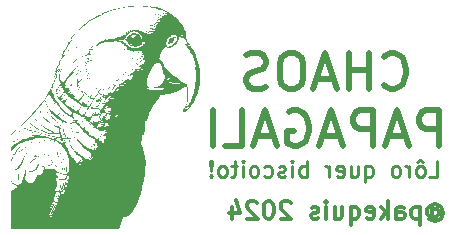
<source format=gbr>
%TF.GenerationSoftware,KiCad,Pcbnew,8.0.1*%
%TF.CreationDate,2024-06-30T08:56:46-03:00*%
%TF.ProjectId,chaos_papagali,6368616f-735f-4706-9170-6167616c692e,rev?*%
%TF.SameCoordinates,Original*%
%TF.FileFunction,Legend,Bot*%
%TF.FilePolarity,Positive*%
%FSLAX46Y46*%
G04 Gerber Fmt 4.6, Leading zero omitted, Abs format (unit mm)*
G04 Created by KiCad (PCBNEW 8.0.1) date 2024-06-30 08:56:46*
%MOMM*%
%LPD*%
G01*
G04 APERTURE LIST*
%ADD10C,0.300000*%
%ADD11C,0.500000*%
%ADD12C,0.254000*%
%ADD13C,0.000000*%
G04 APERTURE END LIST*
D10*
X145328917Y-114783542D02*
X145400346Y-114712114D01*
X145400346Y-114712114D02*
X145543203Y-114640685D01*
X145543203Y-114640685D02*
X145686060Y-114640685D01*
X145686060Y-114640685D02*
X145828917Y-114712114D01*
X145828917Y-114712114D02*
X145900346Y-114783542D01*
X145900346Y-114783542D02*
X145971774Y-114926400D01*
X145971774Y-114926400D02*
X145971774Y-115069257D01*
X145971774Y-115069257D02*
X145900346Y-115212114D01*
X145900346Y-115212114D02*
X145828917Y-115283542D01*
X145828917Y-115283542D02*
X145686060Y-115354971D01*
X145686060Y-115354971D02*
X145543203Y-115354971D01*
X145543203Y-115354971D02*
X145400346Y-115283542D01*
X145400346Y-115283542D02*
X145328917Y-115212114D01*
X145328917Y-114640685D02*
X145328917Y-115212114D01*
X145328917Y-115212114D02*
X145257489Y-115283542D01*
X145257489Y-115283542D02*
X145186060Y-115283542D01*
X145186060Y-115283542D02*
X145043203Y-115212114D01*
X145043203Y-115212114D02*
X144971774Y-115069257D01*
X144971774Y-115069257D02*
X144971774Y-114712114D01*
X144971774Y-114712114D02*
X145114632Y-114497828D01*
X145114632Y-114497828D02*
X145328917Y-114354971D01*
X145328917Y-114354971D02*
X145614632Y-114283542D01*
X145614632Y-114283542D02*
X145900346Y-114354971D01*
X145900346Y-114354971D02*
X146114632Y-114497828D01*
X146114632Y-114497828D02*
X146257489Y-114712114D01*
X146257489Y-114712114D02*
X146328917Y-114997828D01*
X146328917Y-114997828D02*
X146257489Y-115283542D01*
X146257489Y-115283542D02*
X146114632Y-115497828D01*
X146114632Y-115497828D02*
X145900346Y-115640685D01*
X145900346Y-115640685D02*
X145614632Y-115712114D01*
X145614632Y-115712114D02*
X145328917Y-115640685D01*
X145328917Y-115640685D02*
X145114632Y-115497828D01*
X144328918Y-114497828D02*
X144328918Y-115997828D01*
X144328918Y-114569257D02*
X144186061Y-114497828D01*
X144186061Y-114497828D02*
X143900346Y-114497828D01*
X143900346Y-114497828D02*
X143757489Y-114569257D01*
X143757489Y-114569257D02*
X143686061Y-114640685D01*
X143686061Y-114640685D02*
X143614632Y-114783542D01*
X143614632Y-114783542D02*
X143614632Y-115212114D01*
X143614632Y-115212114D02*
X143686061Y-115354971D01*
X143686061Y-115354971D02*
X143757489Y-115426400D01*
X143757489Y-115426400D02*
X143900346Y-115497828D01*
X143900346Y-115497828D02*
X144186061Y-115497828D01*
X144186061Y-115497828D02*
X144328918Y-115426400D01*
X142328918Y-115497828D02*
X142328918Y-114712114D01*
X142328918Y-114712114D02*
X142400346Y-114569257D01*
X142400346Y-114569257D02*
X142543203Y-114497828D01*
X142543203Y-114497828D02*
X142828918Y-114497828D01*
X142828918Y-114497828D02*
X142971775Y-114569257D01*
X142328918Y-115426400D02*
X142471775Y-115497828D01*
X142471775Y-115497828D02*
X142828918Y-115497828D01*
X142828918Y-115497828D02*
X142971775Y-115426400D01*
X142971775Y-115426400D02*
X143043203Y-115283542D01*
X143043203Y-115283542D02*
X143043203Y-115140685D01*
X143043203Y-115140685D02*
X142971775Y-114997828D01*
X142971775Y-114997828D02*
X142828918Y-114926400D01*
X142828918Y-114926400D02*
X142471775Y-114926400D01*
X142471775Y-114926400D02*
X142328918Y-114854971D01*
X141614632Y-115497828D02*
X141614632Y-113997828D01*
X141471775Y-114926400D02*
X141043203Y-115497828D01*
X141043203Y-114497828D02*
X141614632Y-115069257D01*
X139828917Y-115426400D02*
X139971774Y-115497828D01*
X139971774Y-115497828D02*
X140257489Y-115497828D01*
X140257489Y-115497828D02*
X140400346Y-115426400D01*
X140400346Y-115426400D02*
X140471774Y-115283542D01*
X140471774Y-115283542D02*
X140471774Y-114712114D01*
X140471774Y-114712114D02*
X140400346Y-114569257D01*
X140400346Y-114569257D02*
X140257489Y-114497828D01*
X140257489Y-114497828D02*
X139971774Y-114497828D01*
X139971774Y-114497828D02*
X139828917Y-114569257D01*
X139828917Y-114569257D02*
X139757489Y-114712114D01*
X139757489Y-114712114D02*
X139757489Y-114854971D01*
X139757489Y-114854971D02*
X140471774Y-114997828D01*
X138471775Y-114497828D02*
X138471775Y-115997828D01*
X138471775Y-115426400D02*
X138614632Y-115497828D01*
X138614632Y-115497828D02*
X138900346Y-115497828D01*
X138900346Y-115497828D02*
X139043203Y-115426400D01*
X139043203Y-115426400D02*
X139114632Y-115354971D01*
X139114632Y-115354971D02*
X139186060Y-115212114D01*
X139186060Y-115212114D02*
X139186060Y-114783542D01*
X139186060Y-114783542D02*
X139114632Y-114640685D01*
X139114632Y-114640685D02*
X139043203Y-114569257D01*
X139043203Y-114569257D02*
X138900346Y-114497828D01*
X138900346Y-114497828D02*
X138614632Y-114497828D01*
X138614632Y-114497828D02*
X138471775Y-114569257D01*
X137114632Y-114497828D02*
X137114632Y-115497828D01*
X137757489Y-114497828D02*
X137757489Y-115283542D01*
X137757489Y-115283542D02*
X137686060Y-115426400D01*
X137686060Y-115426400D02*
X137543203Y-115497828D01*
X137543203Y-115497828D02*
X137328917Y-115497828D01*
X137328917Y-115497828D02*
X137186060Y-115426400D01*
X137186060Y-115426400D02*
X137114632Y-115354971D01*
X136400346Y-115497828D02*
X136400346Y-114497828D01*
X136400346Y-113997828D02*
X136471774Y-114069257D01*
X136471774Y-114069257D02*
X136400346Y-114140685D01*
X136400346Y-114140685D02*
X136328917Y-114069257D01*
X136328917Y-114069257D02*
X136400346Y-113997828D01*
X136400346Y-113997828D02*
X136400346Y-114140685D01*
X135757488Y-115426400D02*
X135614631Y-115497828D01*
X135614631Y-115497828D02*
X135328917Y-115497828D01*
X135328917Y-115497828D02*
X135186060Y-115426400D01*
X135186060Y-115426400D02*
X135114631Y-115283542D01*
X135114631Y-115283542D02*
X135114631Y-115212114D01*
X135114631Y-115212114D02*
X135186060Y-115069257D01*
X135186060Y-115069257D02*
X135328917Y-114997828D01*
X135328917Y-114997828D02*
X135543203Y-114997828D01*
X135543203Y-114997828D02*
X135686060Y-114926400D01*
X135686060Y-114926400D02*
X135757488Y-114783542D01*
X135757488Y-114783542D02*
X135757488Y-114712114D01*
X135757488Y-114712114D02*
X135686060Y-114569257D01*
X135686060Y-114569257D02*
X135543203Y-114497828D01*
X135543203Y-114497828D02*
X135328917Y-114497828D01*
X135328917Y-114497828D02*
X135186060Y-114569257D01*
X133400345Y-114140685D02*
X133328917Y-114069257D01*
X133328917Y-114069257D02*
X133186060Y-113997828D01*
X133186060Y-113997828D02*
X132828917Y-113997828D01*
X132828917Y-113997828D02*
X132686060Y-114069257D01*
X132686060Y-114069257D02*
X132614631Y-114140685D01*
X132614631Y-114140685D02*
X132543202Y-114283542D01*
X132543202Y-114283542D02*
X132543202Y-114426400D01*
X132543202Y-114426400D02*
X132614631Y-114640685D01*
X132614631Y-114640685D02*
X133471774Y-115497828D01*
X133471774Y-115497828D02*
X132543202Y-115497828D01*
X131614631Y-113997828D02*
X131471774Y-113997828D01*
X131471774Y-113997828D02*
X131328917Y-114069257D01*
X131328917Y-114069257D02*
X131257489Y-114140685D01*
X131257489Y-114140685D02*
X131186060Y-114283542D01*
X131186060Y-114283542D02*
X131114631Y-114569257D01*
X131114631Y-114569257D02*
X131114631Y-114926400D01*
X131114631Y-114926400D02*
X131186060Y-115212114D01*
X131186060Y-115212114D02*
X131257489Y-115354971D01*
X131257489Y-115354971D02*
X131328917Y-115426400D01*
X131328917Y-115426400D02*
X131471774Y-115497828D01*
X131471774Y-115497828D02*
X131614631Y-115497828D01*
X131614631Y-115497828D02*
X131757489Y-115426400D01*
X131757489Y-115426400D02*
X131828917Y-115354971D01*
X131828917Y-115354971D02*
X131900346Y-115212114D01*
X131900346Y-115212114D02*
X131971774Y-114926400D01*
X131971774Y-114926400D02*
X131971774Y-114569257D01*
X131971774Y-114569257D02*
X131900346Y-114283542D01*
X131900346Y-114283542D02*
X131828917Y-114140685D01*
X131828917Y-114140685D02*
X131757489Y-114069257D01*
X131757489Y-114069257D02*
X131614631Y-113997828D01*
X130543203Y-114140685D02*
X130471775Y-114069257D01*
X130471775Y-114069257D02*
X130328918Y-113997828D01*
X130328918Y-113997828D02*
X129971775Y-113997828D01*
X129971775Y-113997828D02*
X129828918Y-114069257D01*
X129828918Y-114069257D02*
X129757489Y-114140685D01*
X129757489Y-114140685D02*
X129686060Y-114283542D01*
X129686060Y-114283542D02*
X129686060Y-114426400D01*
X129686060Y-114426400D02*
X129757489Y-114640685D01*
X129757489Y-114640685D02*
X130614632Y-115497828D01*
X130614632Y-115497828D02*
X129686060Y-115497828D01*
X128400347Y-114497828D02*
X128400347Y-115497828D01*
X128757489Y-113926400D02*
X129114632Y-114997828D01*
X129114632Y-114997828D02*
X128186061Y-114997828D01*
D11*
X141326571Y-104219310D02*
X141469428Y-104362168D01*
X141469428Y-104362168D02*
X141898000Y-104505025D01*
X141898000Y-104505025D02*
X142183714Y-104505025D01*
X142183714Y-104505025D02*
X142612285Y-104362168D01*
X142612285Y-104362168D02*
X142898000Y-104076453D01*
X142898000Y-104076453D02*
X143040857Y-103790739D01*
X143040857Y-103790739D02*
X143183714Y-103219310D01*
X143183714Y-103219310D02*
X143183714Y-102790739D01*
X143183714Y-102790739D02*
X143040857Y-102219310D01*
X143040857Y-102219310D02*
X142898000Y-101933596D01*
X142898000Y-101933596D02*
X142612285Y-101647882D01*
X142612285Y-101647882D02*
X142183714Y-101505025D01*
X142183714Y-101505025D02*
X141898000Y-101505025D01*
X141898000Y-101505025D02*
X141469428Y-101647882D01*
X141469428Y-101647882D02*
X141326571Y-101790739D01*
X140040857Y-104505025D02*
X140040857Y-101505025D01*
X140040857Y-102933596D02*
X138326571Y-102933596D01*
X138326571Y-104505025D02*
X138326571Y-101505025D01*
X137040857Y-103647882D02*
X135612286Y-103647882D01*
X137326571Y-104505025D02*
X136326571Y-101505025D01*
X136326571Y-101505025D02*
X135326571Y-104505025D01*
X133755142Y-101505025D02*
X133183714Y-101505025D01*
X133183714Y-101505025D02*
X132897999Y-101647882D01*
X132897999Y-101647882D02*
X132612285Y-101933596D01*
X132612285Y-101933596D02*
X132469428Y-102505025D01*
X132469428Y-102505025D02*
X132469428Y-103505025D01*
X132469428Y-103505025D02*
X132612285Y-104076453D01*
X132612285Y-104076453D02*
X132897999Y-104362168D01*
X132897999Y-104362168D02*
X133183714Y-104505025D01*
X133183714Y-104505025D02*
X133755142Y-104505025D01*
X133755142Y-104505025D02*
X134040857Y-104362168D01*
X134040857Y-104362168D02*
X134326571Y-104076453D01*
X134326571Y-104076453D02*
X134469428Y-103505025D01*
X134469428Y-103505025D02*
X134469428Y-102505025D01*
X134469428Y-102505025D02*
X134326571Y-101933596D01*
X134326571Y-101933596D02*
X134040857Y-101647882D01*
X134040857Y-101647882D02*
X133755142Y-101505025D01*
X131326571Y-104362168D02*
X130898000Y-104505025D01*
X130898000Y-104505025D02*
X130183714Y-104505025D01*
X130183714Y-104505025D02*
X129898000Y-104362168D01*
X129898000Y-104362168D02*
X129755142Y-104219310D01*
X129755142Y-104219310D02*
X129612285Y-103933596D01*
X129612285Y-103933596D02*
X129612285Y-103647882D01*
X129612285Y-103647882D02*
X129755142Y-103362168D01*
X129755142Y-103362168D02*
X129898000Y-103219310D01*
X129898000Y-103219310D02*
X130183714Y-103076453D01*
X130183714Y-103076453D02*
X130755142Y-102933596D01*
X130755142Y-102933596D02*
X131040857Y-102790739D01*
X131040857Y-102790739D02*
X131183714Y-102647882D01*
X131183714Y-102647882D02*
X131326571Y-102362168D01*
X131326571Y-102362168D02*
X131326571Y-102076453D01*
X131326571Y-102076453D02*
X131183714Y-101790739D01*
X131183714Y-101790739D02*
X131040857Y-101647882D01*
X131040857Y-101647882D02*
X130755142Y-101505025D01*
X130755142Y-101505025D02*
X130040857Y-101505025D01*
X130040857Y-101505025D02*
X129612285Y-101647882D01*
X145969428Y-109334857D02*
X145969428Y-106334857D01*
X145969428Y-106334857D02*
X144826571Y-106334857D01*
X144826571Y-106334857D02*
X144540856Y-106477714D01*
X144540856Y-106477714D02*
X144397999Y-106620571D01*
X144397999Y-106620571D02*
X144255142Y-106906285D01*
X144255142Y-106906285D02*
X144255142Y-107334857D01*
X144255142Y-107334857D02*
X144397999Y-107620571D01*
X144397999Y-107620571D02*
X144540856Y-107763428D01*
X144540856Y-107763428D02*
X144826571Y-107906285D01*
X144826571Y-107906285D02*
X145969428Y-107906285D01*
X143112285Y-108477714D02*
X141683714Y-108477714D01*
X143397999Y-109334857D02*
X142397999Y-106334857D01*
X142397999Y-106334857D02*
X141397999Y-109334857D01*
X140397999Y-109334857D02*
X140397999Y-106334857D01*
X140397999Y-106334857D02*
X139255142Y-106334857D01*
X139255142Y-106334857D02*
X138969427Y-106477714D01*
X138969427Y-106477714D02*
X138826570Y-106620571D01*
X138826570Y-106620571D02*
X138683713Y-106906285D01*
X138683713Y-106906285D02*
X138683713Y-107334857D01*
X138683713Y-107334857D02*
X138826570Y-107620571D01*
X138826570Y-107620571D02*
X138969427Y-107763428D01*
X138969427Y-107763428D02*
X139255142Y-107906285D01*
X139255142Y-107906285D02*
X140397999Y-107906285D01*
X137540856Y-108477714D02*
X136112285Y-108477714D01*
X137826570Y-109334857D02*
X136826570Y-106334857D01*
X136826570Y-106334857D02*
X135826570Y-109334857D01*
X133255141Y-106477714D02*
X133540856Y-106334857D01*
X133540856Y-106334857D02*
X133969427Y-106334857D01*
X133969427Y-106334857D02*
X134397998Y-106477714D01*
X134397998Y-106477714D02*
X134683713Y-106763428D01*
X134683713Y-106763428D02*
X134826570Y-107049142D01*
X134826570Y-107049142D02*
X134969427Y-107620571D01*
X134969427Y-107620571D02*
X134969427Y-108049142D01*
X134969427Y-108049142D02*
X134826570Y-108620571D01*
X134826570Y-108620571D02*
X134683713Y-108906285D01*
X134683713Y-108906285D02*
X134397998Y-109192000D01*
X134397998Y-109192000D02*
X133969427Y-109334857D01*
X133969427Y-109334857D02*
X133683713Y-109334857D01*
X133683713Y-109334857D02*
X133255141Y-109192000D01*
X133255141Y-109192000D02*
X133112284Y-109049142D01*
X133112284Y-109049142D02*
X133112284Y-108049142D01*
X133112284Y-108049142D02*
X133683713Y-108049142D01*
X131969427Y-108477714D02*
X130540856Y-108477714D01*
X132255141Y-109334857D02*
X131255141Y-106334857D01*
X131255141Y-106334857D02*
X130255141Y-109334857D01*
X127826569Y-109334857D02*
X129255141Y-109334857D01*
X129255141Y-109334857D02*
X129255141Y-106334857D01*
X126826570Y-109334857D02*
X126826570Y-106334857D01*
D12*
X145157180Y-111959934D02*
X145810323Y-111959934D01*
X145810323Y-111959934D02*
X145810323Y-110588334D01*
X144504037Y-111959934D02*
X144634666Y-111894620D01*
X144634666Y-111894620D02*
X144699980Y-111829305D01*
X144699980Y-111829305D02*
X144765294Y-111698677D01*
X144765294Y-111698677D02*
X144765294Y-111306791D01*
X144765294Y-111306791D02*
X144699980Y-111176162D01*
X144699980Y-111176162D02*
X144634666Y-111110848D01*
X144634666Y-111110848D02*
X144504037Y-111045534D01*
X144504037Y-111045534D02*
X144308094Y-111045534D01*
X144308094Y-111045534D02*
X144177466Y-111110848D01*
X144177466Y-111110848D02*
X144112152Y-111176162D01*
X144112152Y-111176162D02*
X144046837Y-111306791D01*
X144046837Y-111306791D02*
X144046837Y-111698677D01*
X144046837Y-111698677D02*
X144112152Y-111829305D01*
X144112152Y-111829305D02*
X144177466Y-111894620D01*
X144177466Y-111894620D02*
X144308094Y-111959934D01*
X144308094Y-111959934D02*
X144504037Y-111959934D01*
X144634666Y-110718962D02*
X144373409Y-110523020D01*
X144373409Y-110523020D02*
X144112152Y-110718962D01*
X143459009Y-111959934D02*
X143459009Y-111045534D01*
X143459009Y-111306791D02*
X143393695Y-111176162D01*
X143393695Y-111176162D02*
X143328381Y-111110848D01*
X143328381Y-111110848D02*
X143197752Y-111045534D01*
X143197752Y-111045534D02*
X143067123Y-111045534D01*
X142413980Y-111959934D02*
X142544609Y-111894620D01*
X142544609Y-111894620D02*
X142609923Y-111829305D01*
X142609923Y-111829305D02*
X142675237Y-111698677D01*
X142675237Y-111698677D02*
X142675237Y-111306791D01*
X142675237Y-111306791D02*
X142609923Y-111176162D01*
X142609923Y-111176162D02*
X142544609Y-111110848D01*
X142544609Y-111110848D02*
X142413980Y-111045534D01*
X142413980Y-111045534D02*
X142218037Y-111045534D01*
X142218037Y-111045534D02*
X142087409Y-111110848D01*
X142087409Y-111110848D02*
X142022095Y-111176162D01*
X142022095Y-111176162D02*
X141956780Y-111306791D01*
X141956780Y-111306791D02*
X141956780Y-111698677D01*
X141956780Y-111698677D02*
X142022095Y-111829305D01*
X142022095Y-111829305D02*
X142087409Y-111894620D01*
X142087409Y-111894620D02*
X142218037Y-111959934D01*
X142218037Y-111959934D02*
X142413980Y-111959934D01*
X139736095Y-111045534D02*
X139736095Y-112417134D01*
X139736095Y-111894620D02*
X139866723Y-111959934D01*
X139866723Y-111959934D02*
X140127980Y-111959934D01*
X140127980Y-111959934D02*
X140258609Y-111894620D01*
X140258609Y-111894620D02*
X140323923Y-111829305D01*
X140323923Y-111829305D02*
X140389237Y-111698677D01*
X140389237Y-111698677D02*
X140389237Y-111306791D01*
X140389237Y-111306791D02*
X140323923Y-111176162D01*
X140323923Y-111176162D02*
X140258609Y-111110848D01*
X140258609Y-111110848D02*
X140127980Y-111045534D01*
X140127980Y-111045534D02*
X139866723Y-111045534D01*
X139866723Y-111045534D02*
X139736095Y-111110848D01*
X138495124Y-111045534D02*
X138495124Y-111959934D01*
X139082952Y-111045534D02*
X139082952Y-111763991D01*
X139082952Y-111763991D02*
X139017638Y-111894620D01*
X139017638Y-111894620D02*
X138887009Y-111959934D01*
X138887009Y-111959934D02*
X138691066Y-111959934D01*
X138691066Y-111959934D02*
X138560438Y-111894620D01*
X138560438Y-111894620D02*
X138495124Y-111829305D01*
X137319467Y-111894620D02*
X137450095Y-111959934D01*
X137450095Y-111959934D02*
X137711353Y-111959934D01*
X137711353Y-111959934D02*
X137841981Y-111894620D01*
X137841981Y-111894620D02*
X137907295Y-111763991D01*
X137907295Y-111763991D02*
X137907295Y-111241477D01*
X137907295Y-111241477D02*
X137841981Y-111110848D01*
X137841981Y-111110848D02*
X137711353Y-111045534D01*
X137711353Y-111045534D02*
X137450095Y-111045534D01*
X137450095Y-111045534D02*
X137319467Y-111110848D01*
X137319467Y-111110848D02*
X137254153Y-111241477D01*
X137254153Y-111241477D02*
X137254153Y-111372105D01*
X137254153Y-111372105D02*
X137907295Y-111502734D01*
X136666324Y-111959934D02*
X136666324Y-111045534D01*
X136666324Y-111306791D02*
X136601010Y-111176162D01*
X136601010Y-111176162D02*
X136535696Y-111110848D01*
X136535696Y-111110848D02*
X136405067Y-111045534D01*
X136405067Y-111045534D02*
X136274438Y-111045534D01*
X134772209Y-111959934D02*
X134772209Y-110588334D01*
X134772209Y-111110848D02*
X134641581Y-111045534D01*
X134641581Y-111045534D02*
X134380323Y-111045534D01*
X134380323Y-111045534D02*
X134249695Y-111110848D01*
X134249695Y-111110848D02*
X134184381Y-111176162D01*
X134184381Y-111176162D02*
X134119066Y-111306791D01*
X134119066Y-111306791D02*
X134119066Y-111698677D01*
X134119066Y-111698677D02*
X134184381Y-111829305D01*
X134184381Y-111829305D02*
X134249695Y-111894620D01*
X134249695Y-111894620D02*
X134380323Y-111959934D01*
X134380323Y-111959934D02*
X134641581Y-111959934D01*
X134641581Y-111959934D02*
X134772209Y-111894620D01*
X133531238Y-111959934D02*
X133531238Y-111045534D01*
X133531238Y-110588334D02*
X133596552Y-110653648D01*
X133596552Y-110653648D02*
X133531238Y-110718962D01*
X133531238Y-110718962D02*
X133465924Y-110653648D01*
X133465924Y-110653648D02*
X133531238Y-110588334D01*
X133531238Y-110588334D02*
X133531238Y-110718962D01*
X132943409Y-111894620D02*
X132812781Y-111959934D01*
X132812781Y-111959934D02*
X132551524Y-111959934D01*
X132551524Y-111959934D02*
X132420895Y-111894620D01*
X132420895Y-111894620D02*
X132355581Y-111763991D01*
X132355581Y-111763991D02*
X132355581Y-111698677D01*
X132355581Y-111698677D02*
X132420895Y-111568048D01*
X132420895Y-111568048D02*
X132551524Y-111502734D01*
X132551524Y-111502734D02*
X132747467Y-111502734D01*
X132747467Y-111502734D02*
X132878095Y-111437420D01*
X132878095Y-111437420D02*
X132943409Y-111306791D01*
X132943409Y-111306791D02*
X132943409Y-111241477D01*
X132943409Y-111241477D02*
X132878095Y-111110848D01*
X132878095Y-111110848D02*
X132747467Y-111045534D01*
X132747467Y-111045534D02*
X132551524Y-111045534D01*
X132551524Y-111045534D02*
X132420895Y-111110848D01*
X131179924Y-111894620D02*
X131310552Y-111959934D01*
X131310552Y-111959934D02*
X131571809Y-111959934D01*
X131571809Y-111959934D02*
X131702438Y-111894620D01*
X131702438Y-111894620D02*
X131767752Y-111829305D01*
X131767752Y-111829305D02*
X131833066Y-111698677D01*
X131833066Y-111698677D02*
X131833066Y-111306791D01*
X131833066Y-111306791D02*
X131767752Y-111176162D01*
X131767752Y-111176162D02*
X131702438Y-111110848D01*
X131702438Y-111110848D02*
X131571809Y-111045534D01*
X131571809Y-111045534D02*
X131310552Y-111045534D01*
X131310552Y-111045534D02*
X131179924Y-111110848D01*
X130396152Y-111959934D02*
X130526781Y-111894620D01*
X130526781Y-111894620D02*
X130592095Y-111829305D01*
X130592095Y-111829305D02*
X130657409Y-111698677D01*
X130657409Y-111698677D02*
X130657409Y-111306791D01*
X130657409Y-111306791D02*
X130592095Y-111176162D01*
X130592095Y-111176162D02*
X130526781Y-111110848D01*
X130526781Y-111110848D02*
X130396152Y-111045534D01*
X130396152Y-111045534D02*
X130200209Y-111045534D01*
X130200209Y-111045534D02*
X130069581Y-111110848D01*
X130069581Y-111110848D02*
X130004267Y-111176162D01*
X130004267Y-111176162D02*
X129938952Y-111306791D01*
X129938952Y-111306791D02*
X129938952Y-111698677D01*
X129938952Y-111698677D02*
X130004267Y-111829305D01*
X130004267Y-111829305D02*
X130069581Y-111894620D01*
X130069581Y-111894620D02*
X130200209Y-111959934D01*
X130200209Y-111959934D02*
X130396152Y-111959934D01*
X129351124Y-111959934D02*
X129351124Y-111045534D01*
X129351124Y-110588334D02*
X129416438Y-110653648D01*
X129416438Y-110653648D02*
X129351124Y-110718962D01*
X129351124Y-110718962D02*
X129285810Y-110653648D01*
X129285810Y-110653648D02*
X129351124Y-110588334D01*
X129351124Y-110588334D02*
X129351124Y-110718962D01*
X128893924Y-111045534D02*
X128371410Y-111045534D01*
X128697981Y-110588334D02*
X128697981Y-111763991D01*
X128697981Y-111763991D02*
X128632667Y-111894620D01*
X128632667Y-111894620D02*
X128502038Y-111959934D01*
X128502038Y-111959934D02*
X128371410Y-111959934D01*
X127718267Y-111959934D02*
X127848896Y-111894620D01*
X127848896Y-111894620D02*
X127914210Y-111829305D01*
X127914210Y-111829305D02*
X127979524Y-111698677D01*
X127979524Y-111698677D02*
X127979524Y-111306791D01*
X127979524Y-111306791D02*
X127914210Y-111176162D01*
X127914210Y-111176162D02*
X127848896Y-111110848D01*
X127848896Y-111110848D02*
X127718267Y-111045534D01*
X127718267Y-111045534D02*
X127522324Y-111045534D01*
X127522324Y-111045534D02*
X127391696Y-111110848D01*
X127391696Y-111110848D02*
X127326382Y-111176162D01*
X127326382Y-111176162D02*
X127261067Y-111306791D01*
X127261067Y-111306791D02*
X127261067Y-111698677D01*
X127261067Y-111698677D02*
X127326382Y-111829305D01*
X127326382Y-111829305D02*
X127391696Y-111894620D01*
X127391696Y-111894620D02*
X127522324Y-111959934D01*
X127522324Y-111959934D02*
X127718267Y-111959934D01*
X126673239Y-111829305D02*
X126607925Y-111894620D01*
X126607925Y-111894620D02*
X126673239Y-111959934D01*
X126673239Y-111959934D02*
X126738553Y-111894620D01*
X126738553Y-111894620D02*
X126673239Y-111829305D01*
X126673239Y-111829305D02*
X126673239Y-111959934D01*
X126673239Y-111437420D02*
X126738553Y-110653648D01*
X126738553Y-110653648D02*
X126673239Y-110588334D01*
X126673239Y-110588334D02*
X126607925Y-110653648D01*
X126607925Y-110653648D02*
X126673239Y-111437420D01*
X126673239Y-111437420D02*
X126673239Y-110588334D01*
D13*
%TO.C,G\u002A\u002A\u002A*%
G36*
X109732751Y-109790018D02*
G01*
X109722982Y-109799787D01*
X109713213Y-109790018D01*
X109722982Y-109780249D01*
X109732751Y-109790018D01*
G37*
G36*
X109830444Y-109028018D02*
G01*
X109820674Y-109037787D01*
X109810905Y-109028018D01*
X109820674Y-109018249D01*
X109830444Y-109028018D01*
G37*
G36*
X110338444Y-108774018D02*
G01*
X110328674Y-108783787D01*
X110318905Y-108774018D01*
X110328674Y-108764249D01*
X110338444Y-108774018D01*
G37*
G36*
X111119982Y-107543095D02*
G01*
X111110213Y-107552864D01*
X111100444Y-107543095D01*
X111110213Y-107533326D01*
X111119982Y-107543095D01*
G37*
G36*
X111530290Y-108500479D02*
G01*
X111520521Y-108510249D01*
X111510751Y-108500479D01*
X111520521Y-108490710D01*
X111530290Y-108500479D01*
G37*
G36*
X111569367Y-107836172D02*
G01*
X111559597Y-107845941D01*
X111549828Y-107836172D01*
X111559597Y-107826403D01*
X111569367Y-107836172D01*
G37*
G36*
X111881982Y-111079556D02*
G01*
X111872213Y-111089326D01*
X111862444Y-111079556D01*
X111872213Y-111069787D01*
X111881982Y-111079556D01*
G37*
G36*
X111921059Y-110981864D02*
G01*
X111911290Y-110991633D01*
X111901521Y-110981864D01*
X111911290Y-110972095D01*
X111921059Y-110981864D01*
G37*
G36*
X112526751Y-110102633D02*
G01*
X112516982Y-110112403D01*
X112507213Y-110102633D01*
X112516982Y-110092864D01*
X112526751Y-110102633D01*
G37*
G36*
X112604905Y-111099095D02*
G01*
X112595136Y-111108864D01*
X112585367Y-111099095D01*
X112595136Y-111089326D01*
X112604905Y-111099095D01*
G37*
G36*
X112741674Y-115886018D02*
G01*
X112731905Y-115895787D01*
X112722136Y-115886018D01*
X112731905Y-115876249D01*
X112741674Y-115886018D01*
G37*
G36*
X112761213Y-109868172D02*
G01*
X112751444Y-109877941D01*
X112741674Y-109868172D01*
X112751444Y-109858403D01*
X112761213Y-109868172D01*
G37*
G36*
X113191059Y-108637249D02*
G01*
X113181290Y-108647018D01*
X113171521Y-108637249D01*
X113181290Y-108627479D01*
X113191059Y-108637249D01*
G37*
G36*
X113210597Y-104475556D02*
G01*
X113200828Y-104485326D01*
X113191059Y-104475556D01*
X113200828Y-104465787D01*
X113210597Y-104475556D01*
G37*
G36*
X113386444Y-103244633D02*
G01*
X113376674Y-103254403D01*
X113366905Y-103244633D01*
X113376674Y-103234864D01*
X113386444Y-103244633D01*
G37*
G36*
X113405982Y-106038633D02*
G01*
X113396213Y-106048403D01*
X113386444Y-106038633D01*
X113396213Y-106028864D01*
X113405982Y-106038633D01*
G37*
G36*
X113445059Y-105980018D02*
G01*
X113435290Y-105989787D01*
X113425521Y-105980018D01*
X113435290Y-105970249D01*
X113445059Y-105980018D01*
G37*
G36*
X113523213Y-105882326D02*
G01*
X113513444Y-105892095D01*
X113503674Y-105882326D01*
X113513444Y-105872556D01*
X113523213Y-105882326D01*
G37*
G36*
X113562290Y-104104326D02*
G01*
X113552521Y-104114095D01*
X113542751Y-104104326D01*
X113552521Y-104094556D01*
X113562290Y-104104326D01*
G37*
G36*
X113581828Y-112466787D02*
G01*
X113572059Y-112476556D01*
X113562290Y-112466787D01*
X113572059Y-112457018D01*
X113581828Y-112466787D01*
G37*
G36*
X113601367Y-102892941D02*
G01*
X113591597Y-102902710D01*
X113581828Y-102892941D01*
X113591597Y-102883172D01*
X113601367Y-102892941D01*
G37*
G36*
X113601367Y-112193249D02*
G01*
X113591597Y-112203018D01*
X113581828Y-112193249D01*
X113591597Y-112183479D01*
X113601367Y-112193249D01*
G37*
G36*
X113601367Y-112330018D02*
G01*
X113591597Y-112339787D01*
X113581828Y-112330018D01*
X113591597Y-112320249D01*
X113601367Y-112330018D01*
G37*
G36*
X113620905Y-102853864D02*
G01*
X113611136Y-102863633D01*
X113601367Y-102853864D01*
X113611136Y-102844095D01*
X113620905Y-102853864D01*
G37*
G36*
X113640444Y-102814787D02*
G01*
X113630674Y-102824556D01*
X113620905Y-102814787D01*
X113630674Y-102805018D01*
X113640444Y-102814787D01*
G37*
G36*
X113659982Y-105882326D02*
G01*
X113650213Y-105892095D01*
X113640444Y-105882326D01*
X113650213Y-105872556D01*
X113659982Y-105882326D01*
G37*
G36*
X113757674Y-109418787D02*
G01*
X113747905Y-109428556D01*
X113738136Y-109418787D01*
X113747905Y-109409018D01*
X113757674Y-109418787D01*
G37*
G36*
X113777213Y-107425864D02*
G01*
X113767444Y-107435633D01*
X113757674Y-107425864D01*
X113767444Y-107416095D01*
X113777213Y-107425864D01*
G37*
G36*
X113816290Y-107640787D02*
G01*
X113806521Y-107650556D01*
X113796751Y-107640787D01*
X113806521Y-107631018D01*
X113816290Y-107640787D01*
G37*
G36*
X113816290Y-109438326D02*
G01*
X113806521Y-109448095D01*
X113796751Y-109438326D01*
X113806521Y-109428556D01*
X113816290Y-109438326D01*
G37*
G36*
X113855367Y-104885864D02*
G01*
X113845597Y-104895633D01*
X113835828Y-104885864D01*
X113845597Y-104876095D01*
X113855367Y-104885864D01*
G37*
G36*
X113874905Y-106742018D02*
G01*
X113865136Y-106751787D01*
X113855367Y-106742018D01*
X113865136Y-106732249D01*
X113874905Y-106742018D01*
G37*
G36*
X113874905Y-109457864D02*
G01*
X113865136Y-109467633D01*
X113855367Y-109457864D01*
X113865136Y-109448095D01*
X113874905Y-109457864D01*
G37*
G36*
X113894444Y-102306787D02*
G01*
X113884674Y-102316556D01*
X113874905Y-102306787D01*
X113884674Y-102297018D01*
X113894444Y-102306787D01*
G37*
G36*
X113894444Y-110083095D02*
G01*
X113884674Y-110092864D01*
X113874905Y-110083095D01*
X113884674Y-110073326D01*
X113894444Y-110083095D01*
G37*
G36*
X113972597Y-106605249D02*
G01*
X113962828Y-106615018D01*
X113953059Y-106605249D01*
X113962828Y-106595479D01*
X113972597Y-106605249D01*
G37*
G36*
X113992136Y-108031556D02*
G01*
X113982367Y-108041326D01*
X113972597Y-108031556D01*
X113982367Y-108021787D01*
X113992136Y-108031556D01*
G37*
G36*
X113992136Y-109594633D02*
G01*
X113982367Y-109604403D01*
X113972597Y-109594633D01*
X113982367Y-109584864D01*
X113992136Y-109594633D01*
G37*
G36*
X114031213Y-109614172D02*
G01*
X114021444Y-109623941D01*
X114011674Y-109614172D01*
X114021444Y-109604403D01*
X114031213Y-109614172D01*
G37*
G36*
X114031213Y-113424172D02*
G01*
X114021444Y-113433941D01*
X114011674Y-113424172D01*
X114021444Y-113414403D01*
X114031213Y-113424172D01*
G37*
G36*
X114070290Y-109633710D02*
G01*
X114060521Y-109643479D01*
X114050751Y-109633710D01*
X114060521Y-109623941D01*
X114070290Y-109633710D01*
G37*
G36*
X114070290Y-111138172D02*
G01*
X114060521Y-111147941D01*
X114050751Y-111138172D01*
X114060521Y-111128403D01*
X114070290Y-111138172D01*
G37*
G36*
X114109367Y-105218018D02*
G01*
X114099597Y-105227787D01*
X114089828Y-105218018D01*
X114099597Y-105208249D01*
X114109367Y-105218018D01*
G37*
G36*
X114148444Y-102971095D02*
G01*
X114138674Y-102980864D01*
X114128905Y-102971095D01*
X114138674Y-102961326D01*
X114148444Y-102971095D01*
G37*
G36*
X114167982Y-103205556D02*
G01*
X114158213Y-103215326D01*
X114148444Y-103205556D01*
X114158213Y-103195787D01*
X114167982Y-103205556D01*
G37*
G36*
X114167982Y-113131095D02*
G01*
X114158213Y-113140864D01*
X114148444Y-113131095D01*
X114158213Y-113121326D01*
X114167982Y-113131095D01*
G37*
G36*
X114187521Y-104612326D02*
G01*
X114177751Y-104622095D01*
X114167982Y-104612326D01*
X114177751Y-104602556D01*
X114187521Y-104612326D01*
G37*
G36*
X114207059Y-103166479D02*
G01*
X114197290Y-103176249D01*
X114187521Y-103166479D01*
X114197290Y-103156710D01*
X114207059Y-103166479D01*
G37*
G36*
X114207059Y-110044018D02*
G01*
X114197290Y-110053787D01*
X114187521Y-110044018D01*
X114197290Y-110034249D01*
X114207059Y-110044018D01*
G37*
G36*
X114226597Y-113013864D02*
G01*
X114216828Y-113023633D01*
X114207059Y-113013864D01*
X114216828Y-113004095D01*
X114226597Y-113013864D01*
G37*
G36*
X114246136Y-103107864D02*
G01*
X114236367Y-103117633D01*
X114226597Y-103107864D01*
X114236367Y-103098095D01*
X114246136Y-103107864D01*
G37*
G36*
X114246136Y-106683403D02*
G01*
X114236367Y-106693172D01*
X114226597Y-106683403D01*
X114236367Y-106673633D01*
X114246136Y-106683403D01*
G37*
G36*
X114246136Y-112974787D02*
G01*
X114236367Y-112984556D01*
X114226597Y-112974787D01*
X114236367Y-112965018D01*
X114246136Y-112974787D01*
G37*
G36*
X114265674Y-108871710D02*
G01*
X114255905Y-108881479D01*
X114246136Y-108871710D01*
X114255905Y-108861941D01*
X114265674Y-108871710D01*
G37*
G36*
X114265674Y-113052941D02*
G01*
X114255905Y-113062710D01*
X114246136Y-113052941D01*
X114255905Y-113043172D01*
X114265674Y-113052941D01*
G37*
G36*
X114343828Y-102990633D02*
G01*
X114334059Y-103000403D01*
X114324290Y-102990633D01*
X114334059Y-102980864D01*
X114343828Y-102990633D01*
G37*
G36*
X114363367Y-104905403D02*
G01*
X114353597Y-104915172D01*
X114343828Y-104905403D01*
X114353597Y-104895633D01*
X114363367Y-104905403D01*
G37*
G36*
X114382905Y-102932018D02*
G01*
X114373136Y-102941787D01*
X114363367Y-102932018D01*
X114373136Y-102922249D01*
X114382905Y-102932018D01*
G37*
G36*
X114382905Y-105647864D02*
G01*
X114373136Y-105657633D01*
X114363367Y-105647864D01*
X114373136Y-105638095D01*
X114382905Y-105647864D01*
G37*
G36*
X114441521Y-102091864D02*
G01*
X114431751Y-102101633D01*
X114421982Y-102091864D01*
X114431751Y-102082095D01*
X114441521Y-102091864D01*
G37*
G36*
X114441521Y-106155864D02*
G01*
X114431751Y-106165633D01*
X114421982Y-106155864D01*
X114431751Y-106146095D01*
X114441521Y-106155864D01*
G37*
G36*
X114461059Y-101232172D02*
G01*
X114451290Y-101241941D01*
X114441521Y-101232172D01*
X114451290Y-101222403D01*
X114461059Y-101232172D01*
G37*
G36*
X114461059Y-109340633D02*
G01*
X114451290Y-109350403D01*
X114441521Y-109340633D01*
X114451290Y-109330864D01*
X114461059Y-109340633D01*
G37*
G36*
X114480597Y-102033249D02*
G01*
X114470828Y-102043018D01*
X114461059Y-102033249D01*
X114470828Y-102023479D01*
X114480597Y-102033249D01*
G37*
G36*
X114519674Y-101994172D02*
G01*
X114509905Y-102003941D01*
X114500136Y-101994172D01*
X114509905Y-101984403D01*
X114519674Y-101994172D01*
G37*
G36*
X114539213Y-112076018D02*
G01*
X114529444Y-112085787D01*
X114519674Y-112076018D01*
X114529444Y-112066249D01*
X114539213Y-112076018D01*
G37*
G36*
X114597828Y-110454326D02*
G01*
X114588059Y-110464095D01*
X114578290Y-110454326D01*
X114588059Y-110444556D01*
X114597828Y-110454326D01*
G37*
G36*
X114675982Y-105901864D02*
G01*
X114666213Y-105911633D01*
X114656444Y-105901864D01*
X114666213Y-105892095D01*
X114675982Y-105901864D01*
G37*
G36*
X114715059Y-109731403D02*
G01*
X114705290Y-109741172D01*
X114695521Y-109731403D01*
X114705290Y-109721633D01*
X114715059Y-109731403D01*
G37*
G36*
X114734597Y-100782787D02*
G01*
X114724828Y-100792556D01*
X114715059Y-100782787D01*
X114724828Y-100773018D01*
X114734597Y-100782787D01*
G37*
G36*
X114754136Y-100743710D02*
G01*
X114744367Y-100753479D01*
X114734597Y-100743710D01*
X114744367Y-100733941D01*
X114754136Y-100743710D01*
G37*
G36*
X114773674Y-109575095D02*
G01*
X114763905Y-109584864D01*
X114754136Y-109575095D01*
X114763905Y-109565326D01*
X114773674Y-109575095D01*
G37*
G36*
X114812751Y-109555556D02*
G01*
X114802982Y-109565326D01*
X114793213Y-109555556D01*
X114802982Y-109545787D01*
X114812751Y-109555556D01*
G37*
G36*
X114812751Y-110004941D02*
G01*
X114802982Y-110014710D01*
X114793213Y-110004941D01*
X114802982Y-109995172D01*
X114812751Y-110004941D01*
G37*
G36*
X114871367Y-100567864D02*
G01*
X114861597Y-100577633D01*
X114851828Y-100567864D01*
X114861597Y-100558095D01*
X114871367Y-100567864D01*
G37*
G36*
X114890905Y-105003095D02*
G01*
X114881136Y-105012864D01*
X114871367Y-105003095D01*
X114881136Y-104993326D01*
X114890905Y-105003095D01*
G37*
G36*
X115027674Y-103967556D02*
G01*
X115017905Y-103977326D01*
X115008136Y-103967556D01*
X115017905Y-103957787D01*
X115027674Y-103967556D01*
G37*
G36*
X115047213Y-107894787D02*
G01*
X115037444Y-107904556D01*
X115027674Y-107894787D01*
X115037444Y-107885018D01*
X115047213Y-107894787D01*
G37*
G36*
X115125367Y-104944479D02*
G01*
X115115597Y-104954249D01*
X115105828Y-104944479D01*
X115115597Y-104934710D01*
X115125367Y-104944479D01*
G37*
G36*
X115144905Y-106859249D02*
G01*
X115135136Y-106869018D01*
X115125367Y-106859249D01*
X115135136Y-106849479D01*
X115144905Y-106859249D01*
G37*
G36*
X115223059Y-111060018D02*
G01*
X115213290Y-111069787D01*
X115203521Y-111060018D01*
X115213290Y-111050249D01*
X115223059Y-111060018D01*
G37*
G36*
X115262136Y-104768633D02*
G01*
X115252367Y-104778403D01*
X115242597Y-104768633D01*
X115252367Y-104758864D01*
X115262136Y-104768633D01*
G37*
G36*
X115281674Y-103088326D02*
G01*
X115271905Y-103098095D01*
X115262136Y-103088326D01*
X115271905Y-103078556D01*
X115281674Y-103088326D01*
G37*
G36*
X115281674Y-108656787D02*
G01*
X115271905Y-108666556D01*
X115262136Y-108656787D01*
X115271905Y-108647018D01*
X115281674Y-108656787D01*
G37*
G36*
X115340290Y-104807710D02*
G01*
X115330521Y-104817479D01*
X115320751Y-104807710D01*
X115330521Y-104797941D01*
X115340290Y-104807710D01*
G37*
G36*
X115359828Y-106273095D02*
G01*
X115350059Y-106282864D01*
X115340290Y-106273095D01*
X115350059Y-106263326D01*
X115359828Y-106273095D01*
G37*
G36*
X115379367Y-104768633D02*
G01*
X115369597Y-104778403D01*
X115359828Y-104768633D01*
X115369597Y-104758864D01*
X115379367Y-104768633D01*
G37*
G36*
X115379367Y-105374326D02*
G01*
X115369597Y-105384095D01*
X115359828Y-105374326D01*
X115369597Y-105364556D01*
X115379367Y-105374326D01*
G37*
G36*
X115398905Y-104065249D02*
G01*
X115389136Y-104075018D01*
X115379367Y-104065249D01*
X115389136Y-104055479D01*
X115398905Y-104065249D01*
G37*
G36*
X115398905Y-104729556D02*
G01*
X115389136Y-104739326D01*
X115379367Y-104729556D01*
X115389136Y-104719787D01*
X115398905Y-104729556D01*
G37*
G36*
X115398905Y-106273095D02*
G01*
X115389136Y-106282864D01*
X115379367Y-106273095D01*
X115389136Y-106263326D01*
X115398905Y-106273095D01*
G37*
G36*
X115437982Y-101916018D02*
G01*
X115428213Y-101925787D01*
X115418444Y-101916018D01*
X115428213Y-101906249D01*
X115437982Y-101916018D01*
G37*
G36*
X115477059Y-101896479D02*
G01*
X115467290Y-101906249D01*
X115457521Y-101896479D01*
X115467290Y-101886710D01*
X115477059Y-101896479D01*
G37*
G36*
X115477059Y-103303249D02*
G01*
X115467290Y-103313018D01*
X115457521Y-103303249D01*
X115467290Y-103293479D01*
X115477059Y-103303249D01*
G37*
G36*
X115496597Y-104631864D02*
G01*
X115486828Y-104641633D01*
X115477059Y-104631864D01*
X115486828Y-104622095D01*
X115496597Y-104631864D01*
G37*
G36*
X115496597Y-104690479D02*
G01*
X115486828Y-104700249D01*
X115477059Y-104690479D01*
X115486828Y-104680710D01*
X115496597Y-104690479D01*
G37*
G36*
X115516136Y-101876941D02*
G01*
X115506367Y-101886710D01*
X115496597Y-101876941D01*
X115506367Y-101867172D01*
X115516136Y-101876941D01*
G37*
G36*
X115516136Y-103283710D02*
G01*
X115506367Y-103293479D01*
X115496597Y-103283710D01*
X115506367Y-103273941D01*
X115516136Y-103283710D01*
G37*
G36*
X115535674Y-101036787D02*
G01*
X115525905Y-101046556D01*
X115516136Y-101036787D01*
X115525905Y-101027018D01*
X115535674Y-101036787D01*
G37*
G36*
X115535674Y-102482633D02*
G01*
X115525905Y-102492403D01*
X115516136Y-102482633D01*
X115525905Y-102472864D01*
X115535674Y-102482633D01*
G37*
G36*
X115555213Y-101857403D02*
G01*
X115545444Y-101867172D01*
X115535674Y-101857403D01*
X115545444Y-101847633D01*
X115555213Y-101857403D01*
G37*
G36*
X115555213Y-103244633D02*
G01*
X115545444Y-103254403D01*
X115535674Y-103244633D01*
X115545444Y-103234864D01*
X115555213Y-103244633D01*
G37*
G36*
X115613828Y-104241095D02*
G01*
X115604059Y-104250864D01*
X115594290Y-104241095D01*
X115604059Y-104231326D01*
X115613828Y-104241095D01*
G37*
G36*
X115633367Y-102424018D02*
G01*
X115623597Y-102433787D01*
X115613828Y-102424018D01*
X115623597Y-102414249D01*
X115633367Y-102424018D01*
G37*
G36*
X115633367Y-104436479D02*
G01*
X115623597Y-104446249D01*
X115613828Y-104436479D01*
X115623597Y-104426710D01*
X115633367Y-104436479D01*
G37*
G36*
X115652905Y-103518172D02*
G01*
X115643136Y-103527941D01*
X115633367Y-103518172D01*
X115643136Y-103508403D01*
X115652905Y-103518172D01*
G37*
G36*
X115672444Y-109731403D02*
G01*
X115662674Y-109741172D01*
X115652905Y-109731403D01*
X115662674Y-109721633D01*
X115672444Y-109731403D01*
G37*
G36*
X115672444Y-109985403D02*
G01*
X115662674Y-109995172D01*
X115652905Y-109985403D01*
X115662674Y-109975633D01*
X115672444Y-109985403D01*
G37*
G36*
X115691982Y-102775710D02*
G01*
X115682213Y-102785479D01*
X115672444Y-102775710D01*
X115682213Y-102765941D01*
X115691982Y-102775710D01*
G37*
G36*
X115731059Y-103283710D02*
G01*
X115721290Y-103293479D01*
X115711521Y-103283710D01*
X115721290Y-103273941D01*
X115731059Y-103283710D01*
G37*
G36*
X115750597Y-110063556D02*
G01*
X115740828Y-110073326D01*
X115731059Y-110063556D01*
X115740828Y-110053787D01*
X115750597Y-110063556D01*
G37*
G36*
X115770136Y-107523556D02*
G01*
X115760367Y-107533326D01*
X115750597Y-107523556D01*
X115760367Y-107513787D01*
X115770136Y-107523556D01*
G37*
G36*
X115809213Y-110258941D02*
G01*
X115799444Y-110268710D01*
X115789674Y-110258941D01*
X115799444Y-110249172D01*
X115809213Y-110258941D01*
G37*
G36*
X115828751Y-101740172D02*
G01*
X115818982Y-101749941D01*
X115809213Y-101740172D01*
X115818982Y-101730403D01*
X115828751Y-101740172D01*
G37*
G36*
X115965521Y-101720633D02*
G01*
X115955751Y-101730403D01*
X115945982Y-101720633D01*
X115955751Y-101710864D01*
X115965521Y-101720633D01*
G37*
G36*
X116043674Y-110766941D02*
G01*
X116033905Y-110776710D01*
X116024136Y-110766941D01*
X116033905Y-110757172D01*
X116043674Y-110766941D01*
G37*
G36*
X116063213Y-102091864D02*
G01*
X116053444Y-102101633D01*
X116043674Y-102091864D01*
X116053444Y-102082095D01*
X116063213Y-102091864D01*
G37*
G36*
X116082751Y-107250018D02*
G01*
X116072982Y-107259787D01*
X116063213Y-107250018D01*
X116072982Y-107240249D01*
X116082751Y-107250018D01*
G37*
G36*
X116121828Y-102111403D02*
G01*
X116112059Y-102121172D01*
X116102290Y-102111403D01*
X116112059Y-102101633D01*
X116121828Y-102111403D01*
G37*
G36*
X116180444Y-110298018D02*
G01*
X116170674Y-110307787D01*
X116160905Y-110298018D01*
X116170674Y-110288249D01*
X116180444Y-110298018D01*
G37*
G36*
X116219521Y-102619403D02*
G01*
X116209751Y-102629172D01*
X116199982Y-102619403D01*
X116209751Y-102609633D01*
X116219521Y-102619403D01*
G37*
G36*
X116258597Y-107191403D02*
G01*
X116248828Y-107201172D01*
X116239059Y-107191403D01*
X116248828Y-107181633D01*
X116258597Y-107191403D01*
G37*
G36*
X116258597Y-110337095D02*
G01*
X116248828Y-110346864D01*
X116239059Y-110337095D01*
X116248828Y-110327326D01*
X116258597Y-110337095D01*
G37*
G36*
X116532136Y-107972941D02*
G01*
X116522367Y-107982710D01*
X116512597Y-107972941D01*
X116522367Y-107963172D01*
X116532136Y-107972941D01*
G37*
G36*
X116649367Y-101017249D02*
G01*
X116639597Y-101027018D01*
X116629828Y-101017249D01*
X116639597Y-101007479D01*
X116649367Y-101017249D01*
G37*
G36*
X116688444Y-100841403D02*
G01*
X116678674Y-100851172D01*
X116668905Y-100841403D01*
X116678674Y-100831633D01*
X116688444Y-100841403D01*
G37*
G36*
X116747059Y-104397403D02*
G01*
X116737290Y-104407172D01*
X116727521Y-104397403D01*
X116737290Y-104387633D01*
X116747059Y-104397403D01*
G37*
G36*
X116825213Y-103518172D02*
G01*
X116815444Y-103527941D01*
X116805674Y-103518172D01*
X116815444Y-103508403D01*
X116825213Y-103518172D01*
G37*
G36*
X116864290Y-103498633D02*
G01*
X116854521Y-103508403D01*
X116844751Y-103498633D01*
X116854521Y-103488864D01*
X116864290Y-103498633D01*
G37*
G36*
X116903367Y-109399249D02*
G01*
X116893597Y-109409018D01*
X116883828Y-109399249D01*
X116893597Y-109389479D01*
X116903367Y-109399249D01*
G37*
G36*
X117001059Y-107171864D02*
G01*
X116991290Y-107181633D01*
X116981521Y-107171864D01*
X116991290Y-107162095D01*
X117001059Y-107171864D01*
G37*
G36*
X117040136Y-100685095D02*
G01*
X117030367Y-100694864D01*
X117020597Y-100685095D01*
X117030367Y-100675326D01*
X117040136Y-100685095D01*
G37*
G36*
X117118290Y-106800633D02*
G01*
X117108521Y-106810403D01*
X117098751Y-106800633D01*
X117108521Y-106790864D01*
X117118290Y-106800633D01*
G37*
G36*
X117235521Y-109477403D02*
G01*
X117225751Y-109487172D01*
X117215982Y-109477403D01*
X117225751Y-109467633D01*
X117235521Y-109477403D01*
G37*
G36*
X117294136Y-107425864D02*
G01*
X117284367Y-107435633D01*
X117274597Y-107425864D01*
X117284367Y-107416095D01*
X117294136Y-107425864D01*
G37*
G36*
X117352751Y-109321095D02*
G01*
X117342982Y-109330864D01*
X117333213Y-109321095D01*
X117342982Y-109311326D01*
X117352751Y-109321095D01*
G37*
G36*
X117430905Y-105081249D02*
G01*
X117421136Y-105091018D01*
X117411367Y-105081249D01*
X117421136Y-105071479D01*
X117430905Y-105081249D01*
G37*
G36*
X117489521Y-108988941D02*
G01*
X117479751Y-108998710D01*
X117469982Y-108988941D01*
X117479751Y-108979172D01*
X117489521Y-108988941D01*
G37*
G36*
X117567674Y-104553710D02*
G01*
X117557905Y-104563479D01*
X117548136Y-104553710D01*
X117557905Y-104543941D01*
X117567674Y-104553710D01*
G37*
G36*
X117606751Y-107816633D02*
G01*
X117596982Y-107826403D01*
X117587213Y-107816633D01*
X117596982Y-107806864D01*
X117606751Y-107816633D01*
G37*
G36*
X117684905Y-107679864D02*
G01*
X117675136Y-107689633D01*
X117665367Y-107679864D01*
X117675136Y-107670095D01*
X117684905Y-107679864D01*
G37*
G36*
X117684905Y-108695864D02*
G01*
X117675136Y-108705633D01*
X117665367Y-108695864D01*
X117675136Y-108686095D01*
X117684905Y-108695864D01*
G37*
G36*
X117704444Y-106683403D02*
G01*
X117694674Y-106693172D01*
X117684905Y-106683403D01*
X117694674Y-106673633D01*
X117704444Y-106683403D01*
G37*
G36*
X117723982Y-108578633D02*
G01*
X117714213Y-108588403D01*
X117704444Y-108578633D01*
X117714213Y-108568864D01*
X117723982Y-108578633D01*
G37*
G36*
X117802136Y-107054633D02*
G01*
X117792367Y-107064403D01*
X117782597Y-107054633D01*
X117792367Y-107044864D01*
X117802136Y-107054633D01*
G37*
G36*
X117938905Y-104104326D02*
G01*
X117929136Y-104114095D01*
X117919367Y-104104326D01*
X117929136Y-104094556D01*
X117938905Y-104104326D01*
G37*
G36*
X117958444Y-104299710D02*
G01*
X117948674Y-104309479D01*
X117938905Y-104299710D01*
X117948674Y-104289941D01*
X117958444Y-104299710D01*
G37*
G36*
X118017059Y-104202018D02*
G01*
X118007290Y-104211787D01*
X117997521Y-104202018D01*
X118007290Y-104192249D01*
X118017059Y-104202018D01*
G37*
G36*
X118075674Y-107933864D02*
G01*
X118065905Y-107943633D01*
X118056136Y-107933864D01*
X118065905Y-107924095D01*
X118075674Y-107933864D01*
G37*
G36*
X118290597Y-106077710D02*
G01*
X118280828Y-106087479D01*
X118271059Y-106077710D01*
X118280828Y-106067941D01*
X118290597Y-106077710D01*
G37*
G36*
X118349213Y-100079403D02*
G01*
X118339444Y-100089172D01*
X118329674Y-100079403D01*
X118339444Y-100069633D01*
X118349213Y-100079403D01*
G37*
G36*
X118368751Y-104260633D02*
G01*
X118358982Y-104270403D01*
X118349213Y-104260633D01*
X118358982Y-104250864D01*
X118368751Y-104260633D01*
G37*
G36*
X118368751Y-107562633D02*
G01*
X118358982Y-107572403D01*
X118349213Y-107562633D01*
X118358982Y-107552864D01*
X118368751Y-107562633D01*
G37*
G36*
X118427367Y-100020787D02*
G01*
X118417597Y-100030556D01*
X118407828Y-100020787D01*
X118417597Y-100011018D01*
X118427367Y-100020787D01*
G37*
G36*
X118446905Y-104924941D02*
G01*
X118437136Y-104934710D01*
X118427367Y-104924941D01*
X118437136Y-104915172D01*
X118446905Y-104924941D01*
G37*
G36*
X118466444Y-104475556D02*
G01*
X118456674Y-104485326D01*
X118446905Y-104475556D01*
X118456674Y-104465787D01*
X118466444Y-104475556D01*
G37*
G36*
X118525059Y-104495095D02*
G01*
X118515290Y-104504864D01*
X118505521Y-104495095D01*
X118515290Y-104485326D01*
X118525059Y-104495095D01*
G37*
G36*
X118544597Y-100157556D02*
G01*
X118534828Y-100167326D01*
X118525059Y-100157556D01*
X118534828Y-100147787D01*
X118544597Y-100157556D01*
G37*
G36*
X118603213Y-105003095D02*
G01*
X118593444Y-105012864D01*
X118583674Y-105003095D01*
X118593444Y-104993326D01*
X118603213Y-105003095D01*
G37*
G36*
X118720444Y-100040326D02*
G01*
X118710674Y-100050095D01*
X118700905Y-100040326D01*
X118710674Y-100030556D01*
X118720444Y-100040326D01*
G37*
G36*
X118759521Y-100001249D02*
G01*
X118749751Y-100011018D01*
X118739982Y-100001249D01*
X118749751Y-99991479D01*
X118759521Y-100001249D01*
G37*
G36*
X119033059Y-103713556D02*
G01*
X119023290Y-103723326D01*
X119013521Y-103713556D01*
X119023290Y-103703787D01*
X119033059Y-103713556D01*
G37*
G36*
X119091674Y-103869864D02*
G01*
X119081905Y-103879633D01*
X119072136Y-103869864D01*
X119081905Y-103860095D01*
X119091674Y-103869864D01*
G37*
G36*
X119150290Y-103381403D02*
G01*
X119140521Y-103391172D01*
X119130751Y-103381403D01*
X119140521Y-103371633D01*
X119150290Y-103381403D01*
G37*
G36*
X119189367Y-104456018D02*
G01*
X119179597Y-104465787D01*
X119169828Y-104456018D01*
X119179597Y-104446249D01*
X119189367Y-104456018D01*
G37*
G36*
X119306597Y-101017249D02*
G01*
X119296828Y-101027018D01*
X119287059Y-101017249D01*
X119296828Y-101007479D01*
X119306597Y-101017249D01*
G37*
G36*
X119326136Y-102521710D02*
G01*
X119316367Y-102531479D01*
X119306597Y-102521710D01*
X119316367Y-102511941D01*
X119326136Y-102521710D01*
G37*
G36*
X119384751Y-103733095D02*
G01*
X119374982Y-103742864D01*
X119365213Y-103733095D01*
X119374982Y-103723326D01*
X119384751Y-103733095D01*
G37*
G36*
X119404290Y-102463095D02*
G01*
X119394521Y-102472864D01*
X119384751Y-102463095D01*
X119394521Y-102453326D01*
X119404290Y-102463095D01*
G37*
G36*
X119423828Y-99864479D02*
G01*
X119414059Y-99874249D01*
X119404290Y-99864479D01*
X119414059Y-99854710D01*
X119423828Y-99864479D01*
G37*
G36*
X119599674Y-102404479D02*
G01*
X119589905Y-102414249D01*
X119580136Y-102404479D01*
X119589905Y-102394710D01*
X119599674Y-102404479D01*
G37*
G36*
X119599674Y-103088326D02*
G01*
X119589905Y-103098095D01*
X119580136Y-103088326D01*
X119589905Y-103078556D01*
X119599674Y-103088326D01*
G37*
G36*
X119814597Y-103029710D02*
G01*
X119804828Y-103039479D01*
X119795059Y-103029710D01*
X119804828Y-103019941D01*
X119814597Y-103029710D01*
G37*
G36*
X119873213Y-101622941D02*
G01*
X119863444Y-101632710D01*
X119853674Y-101622941D01*
X119863444Y-101613172D01*
X119873213Y-101622941D01*
G37*
G36*
X119951367Y-103049249D02*
G01*
X119941597Y-103059018D01*
X119931828Y-103049249D01*
X119941597Y-103039479D01*
X119951367Y-103049249D01*
G37*
G36*
X119990444Y-103400941D02*
G01*
X119980674Y-103410710D01*
X119970905Y-103400941D01*
X119980674Y-103391172D01*
X119990444Y-103400941D01*
G37*
G36*
X120127213Y-102541249D02*
G01*
X120117444Y-102551018D01*
X120107674Y-102541249D01*
X120117444Y-102531479D01*
X120127213Y-102541249D01*
G37*
G36*
X120166290Y-102502172D02*
G01*
X120156521Y-102511941D01*
X120146751Y-102502172D01*
X120156521Y-102492403D01*
X120166290Y-102502172D01*
G37*
G36*
X120224905Y-101642479D02*
G01*
X120215136Y-101652249D01*
X120205367Y-101642479D01*
X120215136Y-101632710D01*
X120224905Y-101642479D01*
G37*
G36*
X120263982Y-102365403D02*
G01*
X120254213Y-102375172D01*
X120244444Y-102365403D01*
X120254213Y-102355633D01*
X120263982Y-102365403D01*
G37*
G36*
X120420290Y-103205556D02*
G01*
X120410521Y-103215326D01*
X120400751Y-103205556D01*
X120410521Y-103195787D01*
X120420290Y-103205556D01*
G37*
G36*
X120459367Y-101798787D02*
G01*
X120449597Y-101808556D01*
X120439828Y-101798787D01*
X120449597Y-101789018D01*
X120459367Y-101798787D01*
G37*
G36*
X120498444Y-101720633D02*
G01*
X120488674Y-101730403D01*
X120478905Y-101720633D01*
X120488674Y-101710864D01*
X120498444Y-101720633D01*
G37*
G36*
X120596136Y-101544787D02*
G01*
X120586367Y-101554556D01*
X120576597Y-101544787D01*
X120586367Y-101535018D01*
X120596136Y-101544787D01*
G37*
G36*
X120596136Y-101955095D02*
G01*
X120586367Y-101964864D01*
X120576597Y-101955095D01*
X120586367Y-101945326D01*
X120596136Y-101955095D01*
G37*
G36*
X120615674Y-101837864D02*
G01*
X120605905Y-101847633D01*
X120596136Y-101837864D01*
X120605905Y-101828095D01*
X120615674Y-101837864D01*
G37*
G36*
X120635213Y-101603403D02*
G01*
X120625444Y-101613172D01*
X120615674Y-101603403D01*
X120625444Y-101593633D01*
X120635213Y-101603403D01*
G37*
G36*
X120732905Y-100724172D02*
G01*
X120723136Y-100733941D01*
X120713367Y-100724172D01*
X120723136Y-100714403D01*
X120732905Y-100724172D01*
G37*
G36*
X120732905Y-100880479D02*
G01*
X120723136Y-100890249D01*
X120713367Y-100880479D01*
X120723136Y-100870710D01*
X120732905Y-100880479D01*
G37*
G36*
X120732905Y-101408018D02*
G01*
X120723136Y-101417787D01*
X120713367Y-101408018D01*
X120723136Y-101398249D01*
X120732905Y-101408018D01*
G37*
G36*
X120752444Y-101368941D02*
G01*
X120742674Y-101378710D01*
X120732905Y-101368941D01*
X120742674Y-101359172D01*
X120752444Y-101368941D01*
G37*
G36*
X120771982Y-101290787D02*
G01*
X120762213Y-101300556D01*
X120752444Y-101290787D01*
X120762213Y-101281018D01*
X120771982Y-101290787D01*
G37*
G36*
X120850136Y-102287249D02*
G01*
X120840367Y-102297018D01*
X120830597Y-102287249D01*
X120840367Y-102277479D01*
X120850136Y-102287249D01*
G37*
G36*
X120908751Y-101681556D02*
G01*
X120898982Y-101691326D01*
X120889213Y-101681556D01*
X120898982Y-101671787D01*
X120908751Y-101681556D01*
G37*
G36*
X120908751Y-102502172D02*
G01*
X120898982Y-102511941D01*
X120889213Y-102502172D01*
X120898982Y-102492403D01*
X120908751Y-102502172D01*
G37*
G36*
X120928290Y-102033249D02*
G01*
X120918521Y-102043018D01*
X120908751Y-102033249D01*
X120918521Y-102023479D01*
X120928290Y-102033249D01*
G37*
G36*
X120967367Y-102150479D02*
G01*
X120957597Y-102160249D01*
X120947828Y-102150479D01*
X120957597Y-102140710D01*
X120967367Y-102150479D01*
G37*
G36*
X121025982Y-102033249D02*
G01*
X121016213Y-102043018D01*
X121006444Y-102033249D01*
X121016213Y-102023479D01*
X121025982Y-102033249D01*
G37*
G36*
X121573059Y-98750787D02*
G01*
X121563290Y-98760556D01*
X121553521Y-98750787D01*
X121563290Y-98741018D01*
X121573059Y-98750787D01*
G37*
G36*
X121690290Y-99532326D02*
G01*
X121680521Y-99542095D01*
X121670751Y-99532326D01*
X121680521Y-99522556D01*
X121690290Y-99532326D01*
G37*
G36*
X121963828Y-98203710D02*
G01*
X121954059Y-98213479D01*
X121944290Y-98203710D01*
X121954059Y-98193941D01*
X121963828Y-98203710D01*
G37*
G36*
X121963828Y-98516326D02*
G01*
X121954059Y-98526095D01*
X121944290Y-98516326D01*
X121954059Y-98506556D01*
X121963828Y-98516326D01*
G37*
G36*
X121963828Y-98653095D02*
G01*
X121954059Y-98662864D01*
X121944290Y-98653095D01*
X121954059Y-98643326D01*
X121963828Y-98653095D01*
G37*
G36*
X122315521Y-98360018D02*
G01*
X122305751Y-98369787D01*
X122295982Y-98360018D01*
X122305751Y-98350249D01*
X122315521Y-98360018D01*
G37*
G36*
X122335059Y-98555403D02*
G01*
X122325290Y-98565172D01*
X122315521Y-98555403D01*
X122325290Y-98545633D01*
X122335059Y-98555403D01*
G37*
G36*
X122374136Y-98379556D02*
G01*
X122364367Y-98389326D01*
X122354597Y-98379556D01*
X122364367Y-98369787D01*
X122374136Y-98379556D01*
G37*
G36*
X122452290Y-98086479D02*
G01*
X122442521Y-98096249D01*
X122432751Y-98086479D01*
X122442521Y-98076710D01*
X122452290Y-98086479D01*
G37*
G36*
X122491367Y-98106018D02*
G01*
X122481597Y-98115787D01*
X122471828Y-98106018D01*
X122481597Y-98096249D01*
X122491367Y-98106018D01*
G37*
G36*
X122510905Y-97871556D02*
G01*
X122501136Y-97881326D01*
X122491367Y-97871556D01*
X122501136Y-97861787D01*
X122510905Y-97871556D01*
G37*
G36*
X122530444Y-98125556D02*
G01*
X122520674Y-98135326D01*
X122510905Y-98125556D01*
X122520674Y-98115787D01*
X122530444Y-98125556D01*
G37*
G36*
X122569521Y-98145095D02*
G01*
X122559751Y-98154864D01*
X122549982Y-98145095D01*
X122559751Y-98135326D01*
X122569521Y-98145095D01*
G37*
G36*
X122589059Y-98106018D02*
G01*
X122579290Y-98115787D01*
X122569521Y-98106018D01*
X122579290Y-98096249D01*
X122589059Y-98106018D01*
G37*
G36*
X122745367Y-98145095D02*
G01*
X122735597Y-98154864D01*
X122725828Y-98145095D01*
X122735597Y-98135326D01*
X122745367Y-98145095D01*
G37*
G36*
X110292854Y-108790300D02*
G01*
X110295911Y-108796177D01*
X110279828Y-108803326D01*
X110269485Y-108801916D01*
X110266803Y-108790300D01*
X110269666Y-108787962D01*
X110292854Y-108790300D01*
G37*
G36*
X110351469Y-109825838D02*
G01*
X110354526Y-109831715D01*
X110338444Y-109838864D01*
X110328100Y-109837454D01*
X110325418Y-109825838D01*
X110328282Y-109823500D01*
X110351469Y-109825838D01*
G37*
G36*
X110410085Y-108751223D02*
G01*
X110413141Y-108757100D01*
X110397059Y-108764249D01*
X110386715Y-108762839D01*
X110384033Y-108751223D01*
X110386897Y-108748885D01*
X110410085Y-108751223D01*
G37*
G36*
X110635184Y-108145209D02*
G01*
X110644228Y-108152242D01*
X110623380Y-108157014D01*
X110603562Y-108155632D01*
X110597735Y-108146752D01*
X110604648Y-108142880D01*
X110635184Y-108145209D01*
G37*
G36*
X111084569Y-110802440D02*
G01*
X111093612Y-110809473D01*
X111072764Y-110814245D01*
X111052947Y-110812863D01*
X111047120Y-110803983D01*
X111054032Y-110800111D01*
X111084569Y-110802440D01*
G37*
G36*
X111523777Y-107813377D02*
G01*
X111526834Y-107819254D01*
X111510751Y-107826403D01*
X111500408Y-107824992D01*
X111497726Y-107813377D01*
X111500589Y-107811038D01*
X111523777Y-107813377D01*
G37*
G36*
X111901521Y-111030710D02*
G01*
X111900111Y-111041054D01*
X111888495Y-111043736D01*
X111886157Y-111040872D01*
X111888495Y-111017685D01*
X111894372Y-111014628D01*
X111901521Y-111030710D01*
G37*
G36*
X112256876Y-108360132D02*
G01*
X112265920Y-108367165D01*
X112245072Y-108371937D01*
X112225255Y-108370555D01*
X112219428Y-108361675D01*
X112226340Y-108357803D01*
X112256876Y-108360132D01*
G37*
G36*
X113526876Y-109434748D02*
G01*
X113535920Y-109441781D01*
X113515072Y-109446552D01*
X113495255Y-109445171D01*
X113489428Y-109436290D01*
X113496340Y-109432419D01*
X113526876Y-109434748D01*
G37*
G36*
X113560747Y-112562851D02*
G01*
X113559366Y-112582668D01*
X113550485Y-112588495D01*
X113546614Y-112581583D01*
X113548943Y-112551047D01*
X113555976Y-112542003D01*
X113560747Y-112562851D01*
G37*
G36*
X113575315Y-110275223D02*
G01*
X113578372Y-110281100D01*
X113562290Y-110288249D01*
X113551946Y-110286839D01*
X113549264Y-110275223D01*
X113552128Y-110272885D01*
X113575315Y-110275223D01*
G37*
G36*
X113581828Y-102941787D02*
G01*
X113580418Y-102952131D01*
X113568803Y-102954813D01*
X113566464Y-102951949D01*
X113568803Y-102928761D01*
X113574679Y-102925705D01*
X113581828Y-102941787D01*
G37*
G36*
X113673008Y-109395992D02*
G01*
X113676064Y-109401869D01*
X113659982Y-109409018D01*
X113649639Y-109407608D01*
X113646956Y-109395992D01*
X113649820Y-109393654D01*
X113673008Y-109395992D01*
G37*
G36*
X113795209Y-112699620D02*
G01*
X113793827Y-112719438D01*
X113784947Y-112725265D01*
X113781075Y-112718352D01*
X113783404Y-112687816D01*
X113790437Y-112678772D01*
X113795209Y-112699620D01*
G37*
G36*
X113814747Y-112601928D02*
G01*
X113813366Y-112621745D01*
X113804485Y-112627572D01*
X113800614Y-112620660D01*
X113802943Y-112590124D01*
X113809976Y-112581080D01*
X113814747Y-112601928D01*
G37*
G36*
X113927008Y-109474146D02*
G01*
X113930064Y-109480023D01*
X113913982Y-109487172D01*
X113903639Y-109485762D01*
X113900956Y-109474146D01*
X113903820Y-109471808D01*
X113927008Y-109474146D01*
G37*
G36*
X113913982Y-109780249D02*
G01*
X113912572Y-109790592D01*
X113900956Y-109793274D01*
X113898618Y-109790411D01*
X113900956Y-109767223D01*
X113906833Y-109764166D01*
X113913982Y-109780249D01*
G37*
G36*
X114317777Y-108536300D02*
G01*
X114320834Y-108542177D01*
X114304751Y-108549326D01*
X114294408Y-108547916D01*
X114291726Y-108536300D01*
X114294589Y-108533962D01*
X114317777Y-108536300D01*
G37*
G36*
X114539213Y-111069787D02*
G01*
X114537803Y-111080131D01*
X114526187Y-111082813D01*
X114523849Y-111079949D01*
X114526187Y-111056761D01*
X114532064Y-111053705D01*
X114539213Y-111069787D01*
G37*
G36*
X114555666Y-111988095D02*
G01*
X114552943Y-112014972D01*
X114545811Y-112012518D01*
X114543231Y-112003674D01*
X114545811Y-111963672D01*
X114552596Y-111960357D01*
X114555666Y-111988095D01*
G37*
G36*
X114578290Y-111870864D02*
G01*
X114576880Y-111881208D01*
X114565264Y-111883890D01*
X114562926Y-111881026D01*
X114565264Y-111857838D01*
X114571141Y-111854782D01*
X114578290Y-111870864D01*
G37*
G36*
X114649931Y-108809838D02*
G01*
X114652988Y-108815715D01*
X114636905Y-108822864D01*
X114626562Y-108821454D01*
X114623880Y-108809838D01*
X114626743Y-108807500D01*
X114649931Y-108809838D01*
G37*
G36*
X114923469Y-107578915D02*
G01*
X114926526Y-107584792D01*
X114910444Y-107591941D01*
X114900100Y-107590531D01*
X114897418Y-107578915D01*
X114900282Y-107576577D01*
X114923469Y-107578915D01*
G37*
G36*
X114992261Y-107305056D02*
G01*
X115001305Y-107312088D01*
X114980456Y-107316860D01*
X114960639Y-107315478D01*
X114954812Y-107306598D01*
X114961725Y-107302726D01*
X114992261Y-107305056D01*
G37*
G36*
X114992261Y-108848594D02*
G01*
X115001305Y-108855627D01*
X114980456Y-108860398D01*
X114960639Y-108859017D01*
X114954812Y-108850136D01*
X114961725Y-108846265D01*
X114992261Y-108848594D01*
G37*
G36*
X115255623Y-110978608D02*
G01*
X115258680Y-110984484D01*
X115242597Y-110991633D01*
X115232254Y-110990223D01*
X115229572Y-110978608D01*
X115232436Y-110976269D01*
X115255623Y-110978608D01*
G37*
G36*
X115451008Y-107149069D02*
G01*
X115454064Y-107154946D01*
X115437982Y-107162095D01*
X115427639Y-107160685D01*
X115424956Y-107149069D01*
X115427820Y-107146731D01*
X115451008Y-107149069D01*
G37*
G36*
X115594290Y-110874403D02*
G01*
X115592880Y-110884746D01*
X115581264Y-110887428D01*
X115578926Y-110884564D01*
X115581264Y-110861377D01*
X115587141Y-110858320D01*
X115594290Y-110874403D01*
G37*
G36*
X115985059Y-102785479D02*
G01*
X115983649Y-102795823D01*
X115972033Y-102798505D01*
X115969695Y-102795641D01*
X115972033Y-102772454D01*
X115977910Y-102769397D01*
X115985059Y-102785479D01*
G37*
G36*
X116281799Y-102381363D02*
G01*
X116290843Y-102388396D01*
X116269995Y-102393168D01*
X116250178Y-102391786D01*
X116244351Y-102382906D01*
X116251263Y-102379034D01*
X116281799Y-102381363D01*
G37*
G36*
X116408392Y-102166761D02*
G01*
X116411449Y-102172638D01*
X116395367Y-102179787D01*
X116385023Y-102178377D01*
X116382341Y-102166761D01*
X116385205Y-102164423D01*
X116408392Y-102166761D01*
G37*
G36*
X116432901Y-104298082D02*
G01*
X116431520Y-104317899D01*
X116422639Y-104323726D01*
X116418767Y-104316814D01*
X116421097Y-104286278D01*
X116428129Y-104277234D01*
X116432901Y-104298082D01*
G37*
G36*
X116447469Y-101971377D02*
G01*
X116450526Y-101977254D01*
X116434444Y-101984403D01*
X116424100Y-101982992D01*
X116421418Y-101971377D01*
X116424282Y-101969038D01*
X116447469Y-101971377D01*
G37*
G36*
X116493059Y-104309479D02*
G01*
X116491649Y-104319823D01*
X116480033Y-104322505D01*
X116477695Y-104319641D01*
X116480033Y-104296454D01*
X116485910Y-104293397D01*
X116493059Y-104309479D01*
G37*
G36*
X116584239Y-102225377D02*
G01*
X116587295Y-102231254D01*
X116571213Y-102238403D01*
X116560869Y-102236992D01*
X116558187Y-102225377D01*
X116561051Y-102223038D01*
X116584239Y-102225377D01*
G37*
G36*
X116590751Y-100831633D02*
G01*
X116589341Y-100841977D01*
X116577726Y-100844659D01*
X116575387Y-100841795D01*
X116577726Y-100818608D01*
X116583603Y-100815551D01*
X116590751Y-100831633D01*
G37*
G36*
X116809338Y-102049209D02*
G01*
X116818382Y-102056242D01*
X116797533Y-102061014D01*
X116777716Y-102059632D01*
X116771889Y-102050752D01*
X116778802Y-102046880D01*
X116809338Y-102049209D01*
G37*
G36*
X117137828Y-108627479D02*
G01*
X117136418Y-108637823D01*
X117124803Y-108640505D01*
X117122464Y-108637641D01*
X117124803Y-108614454D01*
X117130679Y-108611397D01*
X117137828Y-108627479D01*
G37*
G36*
X117469982Y-108764249D02*
G01*
X117468572Y-108774592D01*
X117456956Y-108777274D01*
X117454618Y-108774411D01*
X117456956Y-108751223D01*
X117462833Y-108748166D01*
X117469982Y-108764249D01*
G37*
G36*
X118412713Y-103729924D02*
G01*
X118416027Y-103736709D01*
X118388290Y-103739779D01*
X118361412Y-103737055D01*
X118363867Y-103729924D01*
X118372711Y-103727343D01*
X118412713Y-103729924D01*
G37*
G36*
X118645953Y-104276594D02*
G01*
X118654997Y-104283627D01*
X118634149Y-104288398D01*
X118614332Y-104287017D01*
X118608505Y-104278136D01*
X118615417Y-104274265D01*
X118645953Y-104276594D01*
G37*
G36*
X119365213Y-103781941D02*
G01*
X119363803Y-103792285D01*
X119352187Y-103794967D01*
X119349849Y-103792103D01*
X119352187Y-103768915D01*
X119358064Y-103765859D01*
X119365213Y-103781941D01*
G37*
G36*
X119642415Y-101384902D02*
G01*
X119651459Y-101391934D01*
X119630610Y-101396706D01*
X119610793Y-101395325D01*
X119604966Y-101386444D01*
X119611879Y-101382572D01*
X119642415Y-101384902D01*
G37*
G36*
X119710392Y-103026454D02*
G01*
X119713449Y-103032331D01*
X119697367Y-103039479D01*
X119687023Y-103038069D01*
X119684341Y-103026454D01*
X119687205Y-103024115D01*
X119710392Y-103026454D01*
G37*
G36*
X120023008Y-99509531D02*
G01*
X120026064Y-99515408D01*
X120009982Y-99522556D01*
X119999639Y-99521146D01*
X119996956Y-99509531D01*
X119999820Y-99507192D01*
X120023008Y-99509531D01*
G37*
G36*
X120029521Y-103352095D02*
G01*
X120028111Y-103362438D01*
X120016495Y-103365120D01*
X120014157Y-103362257D01*
X120016495Y-103339069D01*
X120022372Y-103336012D01*
X120029521Y-103352095D01*
G37*
G36*
X120132097Y-99509616D02*
G01*
X120135412Y-99516401D01*
X120107674Y-99519471D01*
X120080797Y-99516748D01*
X120083251Y-99509616D01*
X120092095Y-99507036D01*
X120132097Y-99509616D01*
G37*
G36*
X121006444Y-102082095D02*
G01*
X121005034Y-102092438D01*
X120993418Y-102095120D01*
X120991080Y-102092257D01*
X120993418Y-102069069D01*
X120999295Y-102066012D01*
X121006444Y-102082095D01*
G37*
G36*
X121058546Y-99646300D02*
G01*
X121061603Y-99652177D01*
X121045521Y-99659326D01*
X121035177Y-99657916D01*
X121032495Y-99646300D01*
X121035359Y-99643962D01*
X121058546Y-99646300D01*
G37*
G36*
X121323944Y-99529155D02*
G01*
X121327258Y-99535939D01*
X121299521Y-99539010D01*
X121272643Y-99536286D01*
X121275097Y-99529155D01*
X121283942Y-99526574D01*
X121323944Y-99529155D01*
G37*
G36*
X121683777Y-98806146D02*
G01*
X121686834Y-98812023D01*
X121670751Y-98819172D01*
X121660408Y-98817762D01*
X121657726Y-98806146D01*
X121660589Y-98803808D01*
X121683777Y-98806146D01*
G37*
G36*
X121898700Y-99216454D02*
G01*
X121901757Y-99222331D01*
X121885674Y-99229479D01*
X121875331Y-99228069D01*
X121872649Y-99216454D01*
X121875512Y-99214115D01*
X121898700Y-99216454D01*
G37*
G36*
X121947953Y-99177056D02*
G01*
X121956997Y-99184088D01*
X121936149Y-99188860D01*
X121916332Y-99187478D01*
X121910505Y-99178598D01*
X121917417Y-99174726D01*
X121947953Y-99177056D01*
G37*
G36*
X122152700Y-98161377D02*
G01*
X122155757Y-98167254D01*
X122139674Y-98174403D01*
X122129331Y-98172992D01*
X122126649Y-98161377D01*
X122129512Y-98159038D01*
X122152700Y-98161377D01*
G37*
G36*
X122641162Y-98122300D02*
G01*
X122644218Y-98128177D01*
X122628136Y-98135326D01*
X122617792Y-98133916D01*
X122615110Y-98122300D01*
X122617974Y-98119962D01*
X122641162Y-98122300D01*
G37*
G36*
X125226751Y-102082095D02*
G01*
X125225341Y-102092438D01*
X125213726Y-102095120D01*
X125211387Y-102092257D01*
X125213726Y-102069069D01*
X125219603Y-102066012D01*
X125226751Y-102082095D01*
G37*
G36*
X125246290Y-102140710D02*
G01*
X125244880Y-102151054D01*
X125233264Y-102153736D01*
X125230926Y-102150872D01*
X125233264Y-102127685D01*
X125239141Y-102124628D01*
X125246290Y-102140710D01*
G37*
G36*
X125265828Y-102199326D02*
G01*
X125264418Y-102209669D01*
X125252803Y-102212351D01*
X125250464Y-102209488D01*
X125252803Y-102186300D01*
X125258679Y-102183243D01*
X125265828Y-102199326D01*
G37*
G36*
X125343982Y-102531479D02*
G01*
X125342572Y-102541823D01*
X125330956Y-102544505D01*
X125328618Y-102541641D01*
X125330956Y-102518454D01*
X125336833Y-102515397D01*
X125343982Y-102531479D01*
G37*
G36*
X113144079Y-115150307D02*
G01*
X113138047Y-115158986D01*
X113121521Y-115172864D01*
X113118790Y-115172674D01*
X113114487Y-115161364D01*
X113135463Y-115141691D01*
X113146382Y-115136937D01*
X113144079Y-115150307D01*
G37*
G36*
X113554386Y-105830461D02*
G01*
X113551791Y-105834438D01*
X113532485Y-105852432D01*
X113523213Y-105844402D01*
X113524959Y-105840007D01*
X113545770Y-105821844D01*
X113556689Y-105817090D01*
X113554386Y-105830461D01*
G37*
G36*
X113620905Y-109449248D02*
G01*
X113617825Y-109457510D01*
X113592211Y-109467633D01*
X113577821Y-109463564D01*
X113574720Y-109438438D01*
X113585984Y-109423361D01*
X113608954Y-109423252D01*
X113620905Y-109449248D01*
G37*
G36*
X113749762Y-106473364D02*
G01*
X113721757Y-106504149D01*
X113705800Y-106517326D01*
X113700772Y-106516353D01*
X113706102Y-106501265D01*
X113743021Y-106466623D01*
X113786982Y-106429403D01*
X113749762Y-106473364D01*
G37*
G36*
X114199156Y-106748768D02*
G01*
X114196560Y-106752746D01*
X114177255Y-106770740D01*
X114167982Y-106762709D01*
X114169729Y-106758315D01*
X114190539Y-106740152D01*
X114201458Y-106735398D01*
X114199156Y-106748768D01*
G37*
G36*
X114199156Y-113059691D02*
G01*
X114196560Y-113063669D01*
X114177255Y-113081663D01*
X114167982Y-113073633D01*
X114169729Y-113069238D01*
X114190539Y-113051075D01*
X114201458Y-113046321D01*
X114199156Y-113059691D01*
G37*
G36*
X114296848Y-103055999D02*
G01*
X114294252Y-103059976D01*
X114274947Y-103077971D01*
X114265674Y-103069940D01*
X114267421Y-103065546D01*
X114288232Y-103047383D01*
X114299151Y-103042629D01*
X114296848Y-103055999D01*
G37*
G36*
X114531300Y-103972441D02*
G01*
X114517484Y-103988325D01*
X114489541Y-104014584D01*
X114480597Y-104009661D01*
X114493251Y-103994228D01*
X114524559Y-103965700D01*
X114568521Y-103928479D01*
X114531300Y-103972441D01*
G37*
G36*
X114609454Y-103874749D02*
G01*
X114595637Y-103890633D01*
X114567695Y-103916891D01*
X114558751Y-103911969D01*
X114571405Y-103896536D01*
X114602713Y-103868008D01*
X114646674Y-103830787D01*
X114609454Y-103874749D01*
G37*
G36*
X114682467Y-108955428D02*
G01*
X114684917Y-108980522D01*
X114679801Y-108988017D01*
X114662883Y-108996479D01*
X114656444Y-108968249D01*
X114659309Y-108954306D01*
X114676301Y-108950061D01*
X114682467Y-108955428D01*
G37*
G36*
X114785309Y-100691845D02*
G01*
X114782714Y-100695823D01*
X114763408Y-100713817D01*
X114754136Y-100705786D01*
X114755882Y-100701392D01*
X114776693Y-100683229D01*
X114787612Y-100678475D01*
X114785309Y-100691845D01*
G37*
G36*
X114785309Y-105830461D02*
G01*
X114782714Y-105834438D01*
X114763408Y-105852432D01*
X114754136Y-105844402D01*
X114755882Y-105840007D01*
X114776693Y-105821844D01*
X114787612Y-105817090D01*
X114785309Y-105830461D01*
G37*
G36*
X114824386Y-100633230D02*
G01*
X114818355Y-100641909D01*
X114801829Y-100655787D01*
X114799098Y-100655597D01*
X114794795Y-100644287D01*
X114815770Y-100624614D01*
X114826689Y-100619860D01*
X114824386Y-100633230D01*
G37*
G36*
X115058848Y-100183845D02*
G01*
X115052817Y-100192525D01*
X115036291Y-100206403D01*
X115033559Y-100206212D01*
X115029256Y-100194902D01*
X115050232Y-100175229D01*
X115061151Y-100170475D01*
X115058848Y-100183845D01*
G37*
G36*
X115172957Y-105057668D02*
G01*
X115163213Y-105075902D01*
X115148679Y-105081766D01*
X115146586Y-105072348D01*
X115162019Y-105046731D01*
X115164592Y-105044206D01*
X115178905Y-105034842D01*
X115172957Y-105057668D01*
G37*
G36*
X115273771Y-104912153D02*
G01*
X115271175Y-104916130D01*
X115251870Y-104934125D01*
X115242597Y-104926094D01*
X115244344Y-104921699D01*
X115265155Y-104903537D01*
X115276074Y-104898783D01*
X115273771Y-104912153D01*
G37*
G36*
X115312848Y-104853537D02*
G01*
X115310252Y-104857515D01*
X115290947Y-104875509D01*
X115281674Y-104867479D01*
X115283421Y-104863084D01*
X115304232Y-104844921D01*
X115315151Y-104840167D01*
X115312848Y-104853537D01*
G37*
G36*
X115428704Y-110530193D02*
G01*
X115407524Y-110551396D01*
X115373480Y-110575159D01*
X115362127Y-110576830D01*
X115379367Y-110552018D01*
X115395771Y-110536238D01*
X115424570Y-110522710D01*
X115428704Y-110530193D01*
G37*
G36*
X115410540Y-103368614D02*
G01*
X115407944Y-103372592D01*
X115388639Y-103390586D01*
X115379367Y-103382556D01*
X115381113Y-103378161D01*
X115401924Y-103359998D01*
X115412843Y-103355244D01*
X115410540Y-103368614D01*
G37*
G36*
X115488694Y-102684768D02*
G01*
X115482663Y-102693448D01*
X115466137Y-102707326D01*
X115463405Y-102707135D01*
X115459102Y-102695825D01*
X115480078Y-102676152D01*
X115490997Y-102671398D01*
X115488694Y-102684768D01*
G37*
G36*
X115566848Y-104306461D02*
G01*
X115564252Y-104310438D01*
X115544947Y-104328432D01*
X115535674Y-104320402D01*
X115537421Y-104316007D01*
X115558232Y-104297844D01*
X115569151Y-104293090D01*
X115566848Y-104306461D01*
G37*
G36*
X115586386Y-102450307D02*
G01*
X115583791Y-102454284D01*
X115564485Y-102472278D01*
X115555213Y-102464248D01*
X115556959Y-102459853D01*
X115577770Y-102441691D01*
X115588689Y-102436937D01*
X115586386Y-102450307D01*
G37*
G36*
X115586386Y-102841076D02*
G01*
X115583791Y-102845053D01*
X115564485Y-102863048D01*
X115555213Y-102855017D01*
X115556959Y-102850622D01*
X115577770Y-102832460D01*
X115588689Y-102827706D01*
X115586386Y-102841076D01*
G37*
G36*
X115625463Y-109992153D02*
G01*
X115622867Y-109996130D01*
X115603562Y-110014125D01*
X115594290Y-110006094D01*
X115596036Y-110001699D01*
X115616847Y-109983537D01*
X115627766Y-109978783D01*
X115625463Y-109992153D01*
G37*
G36*
X115645002Y-102801999D02*
G01*
X115642406Y-102805976D01*
X115623101Y-102823971D01*
X115613828Y-102815940D01*
X115615575Y-102811546D01*
X115636386Y-102793383D01*
X115647305Y-102788629D01*
X115645002Y-102801999D01*
G37*
G36*
X115703617Y-102958307D02*
G01*
X115701021Y-102962284D01*
X115681716Y-102980278D01*
X115672444Y-102972248D01*
X115674190Y-102967853D01*
X115695001Y-102949691D01*
X115705920Y-102944937D01*
X115703617Y-102958307D01*
G37*
G36*
X115723156Y-109699076D02*
G01*
X115717124Y-109707756D01*
X115700598Y-109721633D01*
X115697867Y-109721443D01*
X115693564Y-109710133D01*
X115714539Y-109690460D01*
X115725458Y-109685706D01*
X115723156Y-109699076D01*
G37*
G36*
X115742685Y-107274441D02*
G01*
X115714680Y-107305226D01*
X115698723Y-107318403D01*
X115693695Y-107317430D01*
X115699025Y-107302342D01*
X115735944Y-107267700D01*
X115779905Y-107230479D01*
X115742685Y-107274441D01*
G37*
G36*
X115762232Y-102919230D02*
G01*
X115759637Y-102923207D01*
X115740332Y-102941202D01*
X115731059Y-102933171D01*
X115732806Y-102928776D01*
X115753616Y-102910614D01*
X115764535Y-102905860D01*
X115762232Y-102919230D01*
G37*
G36*
X116028001Y-102711288D02*
G01*
X116034433Y-102726011D01*
X116025642Y-102733481D01*
X115994203Y-102733690D01*
X115972754Y-102723326D01*
X115970546Y-102711664D01*
X116005751Y-102707326D01*
X116028001Y-102711288D01*
G37*
G36*
X116024136Y-102852711D02*
G01*
X116023754Y-102862576D01*
X116014524Y-102882308D01*
X115995663Y-102864983D01*
X115993008Y-102857938D01*
X116004279Y-102834523D01*
X116014523Y-102832587D01*
X116024136Y-102852711D01*
G37*
G36*
X116055309Y-101707845D02*
G01*
X116052714Y-101711823D01*
X116033408Y-101729817D01*
X116024136Y-101721786D01*
X116025882Y-101717392D01*
X116046693Y-101699229D01*
X116057612Y-101694475D01*
X116055309Y-101707845D01*
G37*
G36*
X116231156Y-105693691D02*
G01*
X116228560Y-105697669D01*
X116209255Y-105715663D01*
X116199982Y-105707633D01*
X116201729Y-105703238D01*
X116222539Y-105685075D01*
X116233458Y-105680321D01*
X116231156Y-105693691D01*
G37*
G36*
X116296561Y-105551393D02*
G01*
X116285491Y-105588493D01*
X116277490Y-105604129D01*
X116264162Y-105611095D01*
X116262807Y-105598667D01*
X116275751Y-105566291D01*
X116292016Y-105543991D01*
X116296561Y-105551393D01*
G37*
G36*
X116582848Y-107901537D02*
G01*
X116580252Y-107905515D01*
X116560947Y-107923509D01*
X116551674Y-107915479D01*
X116553421Y-107911084D01*
X116574232Y-107892921D01*
X116585151Y-107888167D01*
X116582848Y-107901537D01*
G37*
G36*
X116875925Y-109171537D02*
G01*
X116873329Y-109175515D01*
X116854024Y-109193509D01*
X116844751Y-109185479D01*
X116846498Y-109181084D01*
X116867309Y-109162921D01*
X116878228Y-109158167D01*
X116875925Y-109171537D01*
G37*
G36*
X117325300Y-100162441D02*
G01*
X117297295Y-100193226D01*
X117281339Y-100206403D01*
X117276311Y-100205430D01*
X117281641Y-100190342D01*
X117318559Y-100155700D01*
X117362521Y-100118479D01*
X117325300Y-100162441D01*
G37*
G36*
X117576187Y-105135822D02*
G01*
X117566444Y-105154056D01*
X117551909Y-105159920D01*
X117549817Y-105150502D01*
X117565250Y-105124885D01*
X117567823Y-105122360D01*
X117582136Y-105112996D01*
X117576187Y-105135822D01*
G37*
G36*
X117791111Y-104061207D02*
G01*
X117781367Y-104079441D01*
X117766832Y-104085304D01*
X117764740Y-104075886D01*
X117780173Y-104050269D01*
X117782746Y-104047745D01*
X117797059Y-104038380D01*
X117791111Y-104061207D01*
G37*
G36*
X118442388Y-100190717D02*
G01*
X118427367Y-100206403D01*
X118409667Y-100217357D01*
X118391182Y-100223976D01*
X118398059Y-100206403D01*
X118402241Y-100201081D01*
X118433404Y-100187163D01*
X118442388Y-100190717D01*
G37*
G36*
X118614848Y-100105691D02*
G01*
X118608817Y-100114371D01*
X118592291Y-100128249D01*
X118589559Y-100128058D01*
X118585256Y-100116748D01*
X118606232Y-100097075D01*
X118617151Y-100092321D01*
X118614848Y-100105691D01*
G37*
G36*
X119025156Y-103329537D02*
G01*
X119022560Y-103333515D01*
X119003255Y-103351509D01*
X118993982Y-103343479D01*
X118995729Y-103339084D01*
X119016539Y-103320921D01*
X119027458Y-103316167D01*
X119025156Y-103329537D01*
G37*
G36*
X119513617Y-102821537D02*
G01*
X119511021Y-102825515D01*
X119491716Y-102843509D01*
X119482444Y-102835479D01*
X119484190Y-102831084D01*
X119505001Y-102812921D01*
X119515920Y-102808167D01*
X119513617Y-102821537D01*
G37*
G36*
X119611300Y-102721979D02*
G01*
X119597484Y-102737864D01*
X119569541Y-102764122D01*
X119560597Y-102759200D01*
X119573251Y-102743766D01*
X119604559Y-102715238D01*
X119648521Y-102678018D01*
X119611300Y-102721979D01*
G37*
G36*
X119943463Y-102587076D02*
G01*
X119940867Y-102591053D01*
X119921562Y-102609048D01*
X119912290Y-102601017D01*
X119914036Y-102596622D01*
X119934847Y-102578460D01*
X119945766Y-102573706D01*
X119943463Y-102587076D01*
G37*
G36*
X120041156Y-101922768D02*
G01*
X120038560Y-101926746D01*
X120019255Y-101944740D01*
X120009982Y-101936709D01*
X120011729Y-101932315D01*
X120032539Y-101914152D01*
X120043458Y-101909398D01*
X120041156Y-101922768D01*
G37*
G36*
X120295156Y-102059537D02*
G01*
X120289124Y-102068217D01*
X120272598Y-102082095D01*
X120269867Y-102081905D01*
X120265564Y-102070595D01*
X120286539Y-102050921D01*
X120297458Y-102046167D01*
X120295156Y-102059537D01*
G37*
G36*
X120312690Y-101359396D02*
G01*
X120308862Y-101364520D01*
X120282367Y-101378710D01*
X120271410Y-101377679D01*
X120266803Y-101367483D01*
X120294305Y-101351717D01*
X120309545Y-101348293D01*
X120312690Y-101359396D01*
G37*
G36*
X120412386Y-101825076D02*
G01*
X120406355Y-101833756D01*
X120389829Y-101847633D01*
X120387098Y-101847443D01*
X120382795Y-101836133D01*
X120403770Y-101816460D01*
X120414689Y-101811706D01*
X120412386Y-101825076D01*
G37*
G36*
X120549156Y-102567537D02*
G01*
X120546560Y-102571515D01*
X120527255Y-102589509D01*
X120517982Y-102581479D01*
X120519729Y-102577084D01*
X120540539Y-102558921D01*
X120551458Y-102554167D01*
X120549156Y-102567537D01*
G37*
G36*
X120574080Y-102434681D02*
G01*
X120557451Y-102462623D01*
X120532509Y-102488494D01*
X120525161Y-102486415D01*
X120541500Y-102454214D01*
X120558563Y-102431897D01*
X120573758Y-102424434D01*
X120574080Y-102434681D01*
G37*
G36*
X120627309Y-102039999D02*
G01*
X120621278Y-102048679D01*
X120604752Y-102062556D01*
X120602021Y-102062366D01*
X120597718Y-102051056D01*
X120618693Y-102031383D01*
X120629612Y-102026629D01*
X120627309Y-102039999D01*
G37*
G36*
X120783617Y-101551537D02*
G01*
X120777586Y-101560217D01*
X120761060Y-101574095D01*
X120758328Y-101573905D01*
X120754026Y-101562595D01*
X120775001Y-101542921D01*
X120785920Y-101538167D01*
X120783617Y-101551537D01*
G37*
G36*
X120822694Y-101922768D02*
G01*
X120820098Y-101926746D01*
X120800793Y-101944740D01*
X120791521Y-101936709D01*
X120793267Y-101932315D01*
X120814078Y-101914152D01*
X120824997Y-101909398D01*
X120822694Y-101922768D01*
G37*
G36*
X120881309Y-101864153D02*
G01*
X120875278Y-101872832D01*
X120858752Y-101886710D01*
X120856021Y-101886520D01*
X120851718Y-101875210D01*
X120872693Y-101855537D01*
X120883612Y-101850783D01*
X120881309Y-101864153D01*
G37*
G36*
X120939925Y-102196307D02*
G01*
X120933893Y-102204986D01*
X120917367Y-102218864D01*
X120914636Y-102218674D01*
X120910333Y-102207364D01*
X120931309Y-102187691D01*
X120942228Y-102182937D01*
X120939925Y-102196307D01*
G37*
G36*
X120982388Y-101402102D02*
G01*
X120967367Y-101417787D01*
X120949667Y-101428742D01*
X120931182Y-101435360D01*
X120938059Y-101417787D01*
X120942241Y-101412466D01*
X120973404Y-101398548D01*
X120982388Y-101402102D01*
G37*
G36*
X111613114Y-109819893D02*
G01*
X111627982Y-109838864D01*
X111627414Y-109843534D01*
X111608444Y-109858403D01*
X111603773Y-109857835D01*
X111588905Y-109838864D01*
X111589473Y-109834194D01*
X111608444Y-109819326D01*
X111613114Y-109819893D01*
G37*
G36*
X112384726Y-108379478D02*
G01*
X112388085Y-108380445D01*
X112390978Y-108386392D01*
X112360674Y-108389209D01*
X112356047Y-108389236D01*
X112325461Y-108386616D01*
X112326110Y-108380202D01*
X112342165Y-108376618D01*
X112384726Y-108379478D01*
G37*
G36*
X113547422Y-103958355D02*
G01*
X113562290Y-103977326D01*
X113561722Y-103981996D01*
X113542751Y-103996864D01*
X113538081Y-103996296D01*
X113523213Y-103977326D01*
X113523781Y-103972655D01*
X113542751Y-103957787D01*
X113547422Y-103958355D01*
G37*
G36*
X113612265Y-110406359D02*
G01*
X113630674Y-110425018D01*
X113634314Y-110431936D01*
X113632981Y-110444556D01*
X113629545Y-110443677D01*
X113611136Y-110425018D01*
X113607497Y-110418100D01*
X113608830Y-110405479D01*
X113612265Y-110406359D01*
G37*
G36*
X113773404Y-112798941D02*
G01*
X113773431Y-112803568D01*
X113770811Y-112834155D01*
X113764397Y-112833505D01*
X113760813Y-112817451D01*
X113763673Y-112774890D01*
X113764640Y-112771530D01*
X113770587Y-112768638D01*
X113773404Y-112798941D01*
G37*
G36*
X113829258Y-112421471D02*
G01*
X113831295Y-112457018D01*
X113831106Y-112470274D01*
X113828023Y-112497291D01*
X113822360Y-112491210D01*
X113819321Y-112472380D01*
X113822360Y-112422826D01*
X113824187Y-112417282D01*
X113829258Y-112421471D01*
G37*
G36*
X113846727Y-110640820D02*
G01*
X113865136Y-110659479D01*
X113868775Y-110666397D01*
X113867442Y-110679018D01*
X113864007Y-110678139D01*
X113845597Y-110659479D01*
X113841958Y-110652562D01*
X113843291Y-110639941D01*
X113846727Y-110640820D01*
G37*
G36*
X113994628Y-106365903D02*
G01*
X113976745Y-106386743D01*
X113960436Y-106400095D01*
X113957007Y-106399774D01*
X113956875Y-106387044D01*
X113987251Y-106358526D01*
X114001408Y-106347611D01*
X114011526Y-106342759D01*
X113994628Y-106365903D01*
G37*
G36*
X114060376Y-105799393D02*
G01*
X114070290Y-105823710D01*
X114067102Y-105839841D01*
X114049286Y-105849273D01*
X114043493Y-105846620D01*
X114028282Y-105823710D01*
X114029100Y-105818319D01*
X114049286Y-105798147D01*
X114060376Y-105799393D01*
G37*
G36*
X114100727Y-109644359D02*
G01*
X114119136Y-109663018D01*
X114122775Y-109669936D01*
X114121442Y-109682556D01*
X114118007Y-109681677D01*
X114099597Y-109663018D01*
X114095958Y-109656100D01*
X114097291Y-109643479D01*
X114100727Y-109644359D01*
G37*
G36*
X114178880Y-109702974D02*
G01*
X114197290Y-109721633D01*
X114200929Y-109728551D01*
X114199596Y-109741172D01*
X114196161Y-109740293D01*
X114177751Y-109721633D01*
X114174112Y-109714716D01*
X114175445Y-109702095D01*
X114178880Y-109702974D01*
G37*
G36*
X114234818Y-106186706D02*
G01*
X114236367Y-106204710D01*
X114232357Y-106210557D01*
X114215675Y-106224249D01*
X114213725Y-106223741D01*
X114207059Y-106204710D01*
X114207854Y-106199355D01*
X114227751Y-106185172D01*
X114234818Y-106186706D01*
G37*
G36*
X114296111Y-110210974D02*
G01*
X114314521Y-110229633D01*
X114318160Y-110236551D01*
X114316827Y-110249172D01*
X114313392Y-110248293D01*
X114294982Y-110229633D01*
X114291343Y-110222716D01*
X114292676Y-110210095D01*
X114296111Y-110210974D01*
G37*
G36*
X114371587Y-110231167D02*
G01*
X114373136Y-110249172D01*
X114369126Y-110255019D01*
X114352444Y-110268710D01*
X114350494Y-110268202D01*
X114343828Y-110249172D01*
X114344623Y-110243816D01*
X114364520Y-110229633D01*
X114371587Y-110231167D01*
G37*
G36*
X114441521Y-110269323D02*
G01*
X114438219Y-110278024D01*
X114412213Y-110288249D01*
X114398860Y-110287400D01*
X114382905Y-110280570D01*
X114386505Y-110275513D01*
X114412213Y-110261645D01*
X114427199Y-110258573D01*
X114441521Y-110269323D01*
G37*
G36*
X114619859Y-101227287D02*
G01*
X114601976Y-101248127D01*
X114585667Y-101261479D01*
X114582238Y-101261159D01*
X114582106Y-101248429D01*
X114612482Y-101219910D01*
X114626639Y-101208996D01*
X114636757Y-101204144D01*
X114619859Y-101227287D01*
G37*
G36*
X114660772Y-108843148D02*
G01*
X114685751Y-108861941D01*
X114687589Y-108872007D01*
X114667366Y-108881479D01*
X114652809Y-108879088D01*
X114636905Y-108861941D01*
X114637431Y-108857305D01*
X114655291Y-108842403D01*
X114660772Y-108843148D01*
G37*
G36*
X114728623Y-109077298D02*
G01*
X114743977Y-109086320D01*
X114730550Y-109115162D01*
X114709295Y-109138994D01*
X114691607Y-109129815D01*
X114681255Y-109110917D01*
X114681553Y-109084727D01*
X114715225Y-109076864D01*
X114728623Y-109077298D01*
G37*
G36*
X114862727Y-110171897D02*
G01*
X114881136Y-110190556D01*
X114884775Y-110197474D01*
X114883442Y-110210095D01*
X114880007Y-110209216D01*
X114861597Y-110190556D01*
X114857958Y-110183639D01*
X114859291Y-110171018D01*
X114862727Y-110171897D01*
G37*
G36*
X114971551Y-104040826D02*
G01*
X114965460Y-104048390D01*
X114939486Y-104073489D01*
X114929982Y-104067641D01*
X114937114Y-104057551D01*
X114964174Y-104033449D01*
X114978331Y-104022534D01*
X114988449Y-104017682D01*
X114971551Y-104040826D01*
G37*
G36*
X115035895Y-110367937D02*
G01*
X115037444Y-110385941D01*
X115033433Y-110391788D01*
X115016752Y-110405479D01*
X115014802Y-110404971D01*
X115008136Y-110385941D01*
X115008931Y-110380586D01*
X115028828Y-110366403D01*
X115035895Y-110367937D01*
G37*
G36*
X115019034Y-109781128D02*
G01*
X115037444Y-109799787D01*
X115041083Y-109806705D01*
X115039750Y-109819326D01*
X115036315Y-109818446D01*
X115017905Y-109799787D01*
X115014266Y-109792869D01*
X115015599Y-109780249D01*
X115019034Y-109781128D01*
G37*
G36*
X115355913Y-103415067D02*
G01*
X115338358Y-103444903D01*
X115316682Y-103474067D01*
X115296513Y-103488864D01*
X115284095Y-103486184D01*
X115289538Y-103471159D01*
X115323519Y-103438161D01*
X115351066Y-103414306D01*
X115355913Y-103415067D01*
G37*
G36*
X115370748Y-101954017D02*
G01*
X115350347Y-101969853D01*
X115326890Y-101983475D01*
X115320751Y-101975321D01*
X115331408Y-101964245D01*
X115364713Y-101944935D01*
X115388866Y-101933497D01*
X115395920Y-101932984D01*
X115370748Y-101954017D01*
G37*
G36*
X115401397Y-110410364D02*
G01*
X115395306Y-110417929D01*
X115369332Y-110443028D01*
X115359828Y-110437179D01*
X115366961Y-110427090D01*
X115394021Y-110402987D01*
X115408177Y-110392073D01*
X115418295Y-110387221D01*
X115401397Y-110410364D01*
G37*
G36*
X115440474Y-102946672D02*
G01*
X115422592Y-102967512D01*
X115406282Y-102980864D01*
X115402854Y-102980543D01*
X115402721Y-102967813D01*
X115433097Y-102939295D01*
X115447254Y-102928380D01*
X115457372Y-102923529D01*
X115440474Y-102946672D01*
G37*
G36*
X115481577Y-110171769D02*
G01*
X115496597Y-110190556D01*
X115496373Y-110194978D01*
X115487981Y-110210095D01*
X115484847Y-110209196D01*
X115467290Y-110190556D01*
X115464237Y-110182988D01*
X115475906Y-110171018D01*
X115481577Y-110171769D01*
G37*
G36*
X115448902Y-102540171D02*
G01*
X115428500Y-102556007D01*
X115405044Y-102569629D01*
X115398905Y-102561475D01*
X115409562Y-102550399D01*
X115442867Y-102531089D01*
X115467020Y-102519651D01*
X115474074Y-102519138D01*
X115448902Y-102540171D01*
G37*
G36*
X115632030Y-110301776D02*
G01*
X115654268Y-110311840D01*
X115661302Y-110329547D01*
X115654438Y-110339493D01*
X115639406Y-110343782D01*
X115615104Y-110319094D01*
X115610226Y-110313009D01*
X115605095Y-110298045D01*
X115632030Y-110301776D01*
G37*
G36*
X115785775Y-101753998D02*
G01*
X115770136Y-101769479D01*
X115753399Y-101778691D01*
X115721290Y-101788420D01*
X115715420Y-101784961D01*
X115731059Y-101769479D01*
X115747796Y-101760268D01*
X115779905Y-101750539D01*
X115785775Y-101753998D01*
G37*
G36*
X115761496Y-110093743D02*
G01*
X115779905Y-110112403D01*
X115783544Y-110119320D01*
X115782211Y-110131941D01*
X115778776Y-110131062D01*
X115760367Y-110112403D01*
X115756727Y-110105485D01*
X115758061Y-110092864D01*
X115761496Y-110093743D01*
G37*
G36*
X116137229Y-110315817D02*
G01*
X116113209Y-110336017D01*
X116084901Y-110355233D01*
X116056222Y-110366403D01*
X116043954Y-110363772D01*
X116056658Y-110352211D01*
X116102290Y-110328894D01*
X116130661Y-110315782D01*
X116137229Y-110315817D01*
G37*
G36*
X116267442Y-110215746D02*
G01*
X116254483Y-110238659D01*
X116243047Y-110250269D01*
X116218051Y-110266358D01*
X116206933Y-110262805D01*
X116219521Y-110239403D01*
X116235611Y-110223495D01*
X116261760Y-110210095D01*
X116267442Y-110215746D01*
G37*
G36*
X116297062Y-103196931D02*
G01*
X116259609Y-103223223D01*
X116230290Y-103233171D01*
X116212414Y-103219634D01*
X116211976Y-103216116D01*
X116231121Y-103199766D01*
X116274148Y-103182135D01*
X116345295Y-103159867D01*
X116297062Y-103196931D01*
G37*
G36*
X116361419Y-110428003D02*
G01*
X116366059Y-110444556D01*
X116362055Y-110450468D01*
X116346521Y-110464095D01*
X116343694Y-110463175D01*
X116326982Y-110444556D01*
X116325417Y-110434208D01*
X116346521Y-110425018D01*
X116361419Y-110428003D01*
G37*
G36*
X116460653Y-103100333D02*
G01*
X116471017Y-103104667D01*
X116444213Y-103117633D01*
X116415000Y-103129103D01*
X116384399Y-103134207D01*
X116385597Y-103117633D01*
X116401136Y-103106323D01*
X116440481Y-103099468D01*
X116460653Y-103100333D01*
G37*
G36*
X116587534Y-104310065D02*
G01*
X116571213Y-104338787D01*
X116554666Y-104354627D01*
X116536337Y-104359270D01*
X116535353Y-104347970D01*
X116551674Y-104319249D01*
X116568222Y-104303409D01*
X116586551Y-104298766D01*
X116587534Y-104310065D01*
G37*
G36*
X116789862Y-109612620D02*
G01*
X116805674Y-109627197D01*
X116805322Y-109630370D01*
X116787289Y-109643479D01*
X116784610Y-109643319D01*
X116758841Y-109627197D01*
X116757524Y-109619385D01*
X116777226Y-109610915D01*
X116789862Y-109612620D01*
G37*
G36*
X116814975Y-104475713D02*
G01*
X116804779Y-104506537D01*
X116788671Y-104530757D01*
X116774324Y-104538642D01*
X116773415Y-104537586D01*
X116773055Y-104512122D01*
X116788113Y-104480977D01*
X116808452Y-104465787D01*
X116814975Y-104475713D01*
G37*
G36*
X117326252Y-108812194D02*
G01*
X117313674Y-108842403D01*
X117298684Y-108866502D01*
X117282992Y-108881479D01*
X117281559Y-108872611D01*
X117294136Y-108842403D01*
X117309126Y-108818303D01*
X117324819Y-108803326D01*
X117326252Y-108812194D01*
G37*
G36*
X117521684Y-104995480D02*
G01*
X117497894Y-105021238D01*
X117492116Y-105025330D01*
X117459216Y-105040899D01*
X117452063Y-105030456D01*
X117475565Y-104998908D01*
X117499547Y-104981284D01*
X117521821Y-104980037D01*
X117521684Y-104995480D01*
G37*
G36*
X117649002Y-104567143D02*
G01*
X117665367Y-104583018D01*
X117658039Y-104594374D01*
X117626290Y-104602556D01*
X117603577Y-104598893D01*
X117587213Y-104583018D01*
X117594540Y-104571662D01*
X117626290Y-104563479D01*
X117649002Y-104567143D01*
G37*
G36*
X117860751Y-105384095D02*
G01*
X117864683Y-105386665D01*
X117878886Y-105400172D01*
X117857020Y-105403334D01*
X117839789Y-105401095D01*
X117811905Y-105384095D01*
X117807867Y-105369704D01*
X117824953Y-105366835D01*
X117860751Y-105384095D01*
G37*
G36*
X118058628Y-100269903D02*
G01*
X118040745Y-100290743D01*
X118024436Y-100304095D01*
X118021007Y-100303774D01*
X118020875Y-100291044D01*
X118051251Y-100262526D01*
X118065408Y-100251611D01*
X118075526Y-100246759D01*
X118058628Y-100269903D01*
G37*
G36*
X118259698Y-103910247D02*
G01*
X118248818Y-103931736D01*
X118237133Y-103945107D01*
X118223077Y-103957787D01*
X118221448Y-103955653D01*
X118218956Y-103931736D01*
X118221202Y-103921124D01*
X118244698Y-103905685D01*
X118259698Y-103910247D01*
G37*
G36*
X118663307Y-103768702D02*
G01*
X118657113Y-103775398D01*
X118622436Y-103807824D01*
X118599807Y-103821018D01*
X118584712Y-103815174D01*
X118599759Y-103795768D01*
X118647174Y-103760263D01*
X118710674Y-103716387D01*
X118663307Y-103768702D01*
G37*
G36*
X119002202Y-104604090D02*
G01*
X119003751Y-104622095D01*
X118999741Y-104627942D01*
X118983060Y-104641633D01*
X118981110Y-104641125D01*
X118974444Y-104622095D01*
X118975239Y-104616740D01*
X118995135Y-104602556D01*
X119002202Y-104604090D01*
G37*
G36*
X119002579Y-103982768D02*
G01*
X118969151Y-104021374D01*
X118944651Y-104035772D01*
X118935981Y-104021287D01*
X118936108Y-104020350D01*
X118952722Y-103998762D01*
X118988539Y-103968728D01*
X119040484Y-103930824D01*
X119002579Y-103982768D01*
G37*
G36*
X119063517Y-103517094D02*
G01*
X119043116Y-103532930D01*
X119019659Y-103546552D01*
X119013521Y-103538398D01*
X119024177Y-103527322D01*
X119057482Y-103508012D01*
X119081635Y-103496574D01*
X119088690Y-103496061D01*
X119063517Y-103517094D01*
G37*
G36*
X119278419Y-103411589D02*
G01*
X119296828Y-103430249D01*
X119300468Y-103437166D01*
X119299134Y-103449787D01*
X119295699Y-103448908D01*
X119277290Y-103430249D01*
X119273651Y-103423331D01*
X119274984Y-103410710D01*
X119278419Y-103411589D01*
G37*
G36*
X119946110Y-101306555D02*
G01*
X119949470Y-101307522D01*
X119952362Y-101313468D01*
X119922059Y-101316286D01*
X119917432Y-101316313D01*
X119886845Y-101313693D01*
X119887495Y-101307279D01*
X119903549Y-101303694D01*
X119946110Y-101306555D01*
G37*
G36*
X119983157Y-101365385D02*
G01*
X119961136Y-101378710D01*
X119947536Y-101384260D01*
X119911150Y-101395212D01*
X119896944Y-101393362D01*
X119912290Y-101378710D01*
X119929196Y-101370070D01*
X119970905Y-101360844D01*
X119983157Y-101365385D01*
G37*
G36*
X120006067Y-103082913D02*
G01*
X119988511Y-103112749D01*
X119966836Y-103141913D01*
X119946667Y-103156710D01*
X119934249Y-103154030D01*
X119939692Y-103139005D01*
X119973673Y-103106008D01*
X120001219Y-103082153D01*
X120006067Y-103082913D01*
G37*
G36*
X119992936Y-102985749D02*
G01*
X119986845Y-102993313D01*
X119960871Y-103018412D01*
X119951367Y-103012564D01*
X119958499Y-103002474D01*
X119985559Y-102978372D01*
X119999716Y-102967457D01*
X120009834Y-102962605D01*
X119992936Y-102985749D01*
G37*
G36*
X120224905Y-102803865D02*
G01*
X120224154Y-102809536D01*
X120205367Y-102824556D01*
X120200945Y-102824332D01*
X120185828Y-102815940D01*
X120186727Y-102812806D01*
X120205367Y-102795249D01*
X120212935Y-102792196D01*
X120224905Y-102803865D01*
G37*
G36*
X120266474Y-102497287D02*
G01*
X120248592Y-102518127D01*
X120232282Y-102531479D01*
X120228854Y-102531159D01*
X120228721Y-102518429D01*
X120259097Y-102489910D01*
X120273254Y-102478996D01*
X120283372Y-102474144D01*
X120266474Y-102497287D01*
G37*
G36*
X120403244Y-101385281D02*
G01*
X120384253Y-101404331D01*
X120359282Y-101417787D01*
X120344940Y-101415038D01*
X120349358Y-101400388D01*
X120386097Y-101376199D01*
X120407826Y-101365060D01*
X120419092Y-101363620D01*
X120403244Y-101385281D01*
G37*
G36*
X120430059Y-101495941D02*
G01*
X120420272Y-101505224D01*
X120384944Y-101515180D01*
X120380501Y-101515114D01*
X120362903Y-101511115D01*
X120381213Y-101495941D01*
X120408338Y-101481550D01*
X120431636Y-101478681D01*
X120430059Y-101495941D01*
G37*
G36*
X120452461Y-102657214D02*
G01*
X120431209Y-102678639D01*
X120403074Y-102696360D01*
X120372594Y-102706704D01*
X120368580Y-102698822D01*
X120389832Y-102677396D01*
X120417967Y-102659676D01*
X120448447Y-102649332D01*
X120452461Y-102657214D01*
G37*
G36*
X120422782Y-102458210D02*
G01*
X120404899Y-102479050D01*
X120388590Y-102492403D01*
X120385161Y-102492082D01*
X120385029Y-102479352D01*
X120415405Y-102450833D01*
X120429562Y-102439919D01*
X120439680Y-102435067D01*
X120422782Y-102458210D01*
G37*
G36*
X120576597Y-101866019D02*
G01*
X120575847Y-101871690D01*
X120557059Y-101886710D01*
X120552637Y-101886486D01*
X120537521Y-101878094D01*
X120538420Y-101874960D01*
X120557059Y-101857403D01*
X120564628Y-101854350D01*
X120576597Y-101866019D01*
G37*
G36*
X120632474Y-101698637D02*
G01*
X120607762Y-101727559D01*
X120578630Y-101758276D01*
X120561478Y-101767572D01*
X120557059Y-101750628D01*
X120567675Y-101732807D01*
X120601021Y-101708708D01*
X120629602Y-101694443D01*
X120632474Y-101698637D01*
G37*
G36*
X120725256Y-101286524D02*
G01*
X120713367Y-101310326D01*
X120698604Y-101326712D01*
X120682280Y-101339633D01*
X120680416Y-101335760D01*
X120686763Y-101310326D01*
X120694337Y-101296624D01*
X120717850Y-101281018D01*
X120725256Y-101286524D01*
G37*
G36*
X121205541Y-99622453D02*
G01*
X121221367Y-99639787D01*
X121218060Y-99648775D01*
X121192059Y-99659326D01*
X121178577Y-99657121D01*
X121162751Y-99639787D01*
X121166058Y-99630799D01*
X121192059Y-99620249D01*
X121205541Y-99622453D01*
G37*
G36*
X121411867Y-99626319D02*
G01*
X121417410Y-99628145D01*
X121413221Y-99633217D01*
X121377674Y-99635254D01*
X121364418Y-99635065D01*
X121337401Y-99631982D01*
X121343482Y-99626319D01*
X121362313Y-99623280D01*
X121411867Y-99626319D01*
G37*
G36*
X121645956Y-97613786D02*
G01*
X121649316Y-97614752D01*
X121652208Y-97620699D01*
X121621905Y-97623517D01*
X121617278Y-97623543D01*
X121586692Y-97620924D01*
X121587341Y-97614510D01*
X121603396Y-97610925D01*
X121645956Y-97613786D01*
G37*
G36*
X122690176Y-98155593D02*
G01*
X122716059Y-98174403D01*
X122719189Y-98181903D01*
X122708596Y-98193941D01*
X122702865Y-98193212D01*
X122676982Y-98174403D01*
X122673852Y-98166902D01*
X122684445Y-98154864D01*
X122690176Y-98155593D01*
G37*
G36*
X122856091Y-98200236D02*
G01*
X122893055Y-98222627D01*
X122913407Y-98241856D01*
X122911444Y-98251314D01*
X122890943Y-98245019D01*
X122853979Y-98222627D01*
X122833627Y-98203399D01*
X122835590Y-98193941D01*
X122856091Y-98200236D01*
G37*
G36*
X124562444Y-106178008D02*
G01*
X124562300Y-106181144D01*
X124549418Y-106211223D01*
X124546711Y-106213549D01*
X124526297Y-106214154D01*
X124524395Y-106205808D01*
X124539323Y-106180938D01*
X124552531Y-106170743D01*
X124562444Y-106178008D01*
G37*
G36*
X113660200Y-110476092D02*
G01*
X113693691Y-110509535D01*
X113738953Y-110556903D01*
X113826059Y-110649710D01*
X113733251Y-110562604D01*
X113687090Y-110518789D01*
X113653749Y-110485110D01*
X113641556Y-110468525D01*
X113646145Y-110464095D01*
X113660200Y-110476092D01*
G37*
G36*
X113867991Y-109534849D02*
G01*
X113913982Y-109555556D01*
X113942826Y-109573617D01*
X113949430Y-109583053D01*
X113924979Y-109577305D01*
X113872264Y-109556321D01*
X113858572Y-109550065D01*
X113832103Y-109534127D01*
X113835828Y-109527706D01*
X113867991Y-109534849D01*
G37*
G36*
X114343828Y-108587510D02*
G01*
X114324911Y-108597156D01*
X114277072Y-108607642D01*
X114268548Y-108607585D01*
X114248014Y-108603567D01*
X114263909Y-108594226D01*
X114314521Y-108580788D01*
X114332184Y-108577114D01*
X114354858Y-108575856D01*
X114343828Y-108587510D01*
G37*
G36*
X114467465Y-102375269D02*
G01*
X114465217Y-102387384D01*
X114438801Y-102413599D01*
X114419961Y-102428925D01*
X114390156Y-102449845D01*
X114387159Y-102444963D01*
X114412213Y-102414249D01*
X114440426Y-102388309D01*
X114466252Y-102375172D01*
X114467465Y-102375269D01*
G37*
G36*
X114823440Y-105867672D02*
G01*
X114793011Y-105900087D01*
X114757241Y-105936149D01*
X114739429Y-105949646D01*
X114734597Y-105944906D01*
X114742902Y-105934659D01*
X114773044Y-105904257D01*
X114817636Y-105861868D01*
X114900674Y-105784633D01*
X114823440Y-105867672D01*
G37*
G36*
X115295239Y-110511902D02*
G01*
X115286417Y-110519710D01*
X115246919Y-110549660D01*
X115220816Y-110561787D01*
X115210088Y-110559399D01*
X115212701Y-110543968D01*
X115240600Y-110519503D01*
X115287798Y-110492225D01*
X115350059Y-110462017D01*
X115295239Y-110511902D01*
G37*
G36*
X115564240Y-104624682D02*
G01*
X115571009Y-104662524D01*
X115571803Y-104702884D01*
X115567570Y-104719787D01*
X115558368Y-104706620D01*
X115550728Y-104671746D01*
X115548368Y-104634186D01*
X115553780Y-104613211D01*
X115553990Y-104613089D01*
X115564240Y-104624682D01*
G37*
G36*
X115616321Y-107401441D02*
G01*
X115596327Y-107421791D01*
X115569103Y-107435633D01*
X115563263Y-107435368D01*
X115556841Y-107430105D01*
X115571121Y-107419913D01*
X115604059Y-107395912D01*
X115623738Y-107381799D01*
X115632969Y-107378589D01*
X115616321Y-107401441D01*
G37*
G36*
X116295887Y-105134621D02*
G01*
X116285360Y-105183826D01*
X116272287Y-105211296D01*
X116247703Y-105227787D01*
X116216161Y-105217555D01*
X116216751Y-105189812D01*
X116249430Y-105149068D01*
X116264428Y-105135470D01*
X116289789Y-105119353D01*
X116295887Y-105134621D01*
G37*
G36*
X117333213Y-104951535D02*
G01*
X117331609Y-104984862D01*
X117319741Y-105022809D01*
X117297547Y-105023969D01*
X117266495Y-104987550D01*
X117261678Y-104978790D01*
X117260748Y-104948308D01*
X117289523Y-104911101D01*
X117333213Y-104867411D01*
X117333213Y-104951535D01*
G37*
G36*
X118815394Y-103401069D02*
G01*
X118789979Y-103421451D01*
X118786553Y-103423966D01*
X118750000Y-103444963D01*
X118727598Y-103448415D01*
X118728755Y-103432607D01*
X118744492Y-103419791D01*
X118783639Y-103404271D01*
X118807347Y-103398656D01*
X118815394Y-103401069D01*
G37*
G36*
X120001442Y-102682903D02*
G01*
X120000664Y-102683763D01*
X119959320Y-102727738D01*
X119937926Y-102745301D01*
X119931828Y-102740289D01*
X119934284Y-102736389D01*
X119956840Y-102712831D01*
X119995328Y-102676789D01*
X120058828Y-102619403D01*
X120001442Y-102682903D01*
G37*
G36*
X120224905Y-102723878D02*
G01*
X120214422Y-102739633D01*
X120180944Y-102761633D01*
X120157829Y-102772091D01*
X120122331Y-102782653D01*
X120116937Y-102773532D01*
X120144031Y-102745752D01*
X120179098Y-102720199D01*
X120212693Y-102708044D01*
X120224905Y-102723878D01*
G37*
G36*
X120345299Y-99501772D02*
G01*
X120350456Y-99503866D01*
X120370446Y-99514397D01*
X120359209Y-99519254D01*
X120312828Y-99520724D01*
X120274884Y-99519954D01*
X120254901Y-99514450D01*
X120267145Y-99502416D01*
X120289697Y-99494443D01*
X120345299Y-99501772D01*
G37*
G36*
X122315521Y-98019664D02*
G01*
X122350609Y-98037229D01*
X122372508Y-98050049D01*
X122377930Y-98059685D01*
X122361028Y-98056819D01*
X122332567Y-98044476D01*
X122304601Y-98026786D01*
X122283201Y-98009127D01*
X122283080Y-98004956D01*
X122315521Y-98019664D01*
G37*
G36*
X112065069Y-110195717D02*
G01*
X112128864Y-110221620D01*
X112184828Y-110252684D01*
X112118886Y-110241159D01*
X112118144Y-110241029D01*
X112060830Y-110232976D01*
X112015156Y-110229633D01*
X111995082Y-110225784D01*
X111989444Y-110210095D01*
X112014676Y-110193411D01*
X112065069Y-110195717D01*
G37*
G36*
X112649996Y-110036024D02*
G01*
X112629545Y-110052762D01*
X112584287Y-110068035D01*
X112557260Y-110066336D01*
X112556478Y-110056762D01*
X112588461Y-110046887D01*
X112603380Y-110043189D01*
X112643982Y-110025064D01*
X112648065Y-110022607D01*
X112663216Y-110016582D01*
X112649996Y-110036024D01*
G37*
G36*
X113699059Y-109478833D02*
G01*
X113735432Y-109490759D01*
X113777213Y-109510007D01*
X113780958Y-109512391D01*
X113787079Y-109520781D01*
X113757674Y-109515049D01*
X113721301Y-109503123D01*
X113679521Y-109483875D01*
X113675776Y-109481490D01*
X113669655Y-109473101D01*
X113699059Y-109478833D01*
G37*
G36*
X113953059Y-110712089D02*
G01*
X113959895Y-110713868D01*
X114015948Y-110726479D01*
X114080059Y-110738758D01*
X114158213Y-110752281D01*
X114089828Y-110753845D01*
X114025526Y-110746909D01*
X113962828Y-110727177D01*
X113934437Y-110712960D01*
X113926835Y-110706260D01*
X113953059Y-110712089D01*
G37*
G36*
X113969604Y-107522634D02*
G01*
X114011674Y-107543095D01*
X114013137Y-107543936D01*
X114040720Y-107563092D01*
X114040982Y-107571018D01*
X114014668Y-107563556D01*
X113972597Y-107543095D01*
X113971135Y-107542254D01*
X113943552Y-107523098D01*
X113943290Y-107515172D01*
X113969604Y-107522634D01*
G37*
G36*
X114088870Y-111226095D02*
G01*
X114099916Y-111270469D01*
X114107419Y-111331928D01*
X114107804Y-111349290D01*
X114105870Y-111378922D01*
X114100265Y-111374214D01*
X114092366Y-111338457D01*
X114083552Y-111274941D01*
X114079331Y-111230856D01*
X114080481Y-111209548D01*
X114088870Y-111226095D01*
G37*
G36*
X114348714Y-106166264D02*
G01*
X114363279Y-106169946D01*
X114343828Y-106185172D01*
X114327033Y-106193888D01*
X114285213Y-106204112D01*
X114280327Y-106204080D01*
X114265762Y-106200397D01*
X114285213Y-106185172D01*
X114302008Y-106176456D01*
X114343828Y-106166232D01*
X114348714Y-106166264D01*
G37*
G36*
X115682779Y-101790415D02*
G01*
X115681367Y-101798885D01*
X115652905Y-101818326D01*
X115614531Y-101837277D01*
X115584521Y-101846249D01*
X115583954Y-101846236D01*
X115585367Y-101837766D01*
X115613828Y-101818326D01*
X115652202Y-101799374D01*
X115682213Y-101790403D01*
X115682779Y-101790415D01*
G37*
G36*
X116032036Y-102539073D02*
G01*
X116028795Y-102545762D01*
X116004854Y-102566430D01*
X115978157Y-102569189D01*
X115965521Y-102551018D01*
X115965732Y-102546602D01*
X115973692Y-102531479D01*
X115981739Y-102529931D01*
X116012990Y-102519535D01*
X116033646Y-102516768D01*
X116032036Y-102539073D01*
G37*
G36*
X117401407Y-104964837D02*
G01*
X117411367Y-104998210D01*
X117408422Y-105030652D01*
X117398015Y-105058779D01*
X117397128Y-105059627D01*
X117375586Y-105061472D01*
X117358644Y-105037963D01*
X117355804Y-105001905D01*
X117360027Y-104986798D01*
X117380038Y-104961316D01*
X117401407Y-104964837D01*
G37*
G36*
X118320582Y-104339302D02*
G01*
X118291235Y-104386738D01*
X118283181Y-104397392D01*
X118251562Y-104428255D01*
X118228886Y-104434566D01*
X118225840Y-104430913D01*
X118232758Y-104405092D01*
X118263148Y-104366155D01*
X118301718Y-104330154D01*
X118323341Y-104319902D01*
X118320582Y-104339302D01*
G37*
G36*
X119431028Y-103093103D02*
G01*
X119427606Y-103114753D01*
X119402353Y-103149002D01*
X119379242Y-103173048D01*
X119356670Y-103192577D01*
X119357390Y-103181310D01*
X119380249Y-103138712D01*
X119383760Y-103132808D01*
X119409982Y-103099852D01*
X119429655Y-103091927D01*
X119431028Y-103093103D01*
G37*
G36*
X120075781Y-102816349D02*
G01*
X120040084Y-102841777D01*
X120031694Y-102847380D01*
X119993379Y-102868500D01*
X119973002Y-102872243D01*
X119972850Y-102856483D01*
X120000284Y-102834629D01*
X120049059Y-102815499D01*
X120055153Y-102813833D01*
X120080334Y-102808410D01*
X120075781Y-102816349D01*
G37*
G36*
X120510385Y-101966606D02*
G01*
X120475221Y-102003180D01*
X120444421Y-102028185D01*
X120413124Y-102043343D01*
X120400751Y-102034579D01*
X120401467Y-102032755D01*
X120421148Y-102013670D01*
X120459367Y-101984403D01*
X120488569Y-101964896D01*
X120514389Y-101953317D01*
X120510385Y-101966606D01*
G37*
G36*
X111213882Y-109761349D02*
G01*
X111198230Y-109796815D01*
X111170378Y-109847751D01*
X111144475Y-109890394D01*
X111118205Y-109928090D01*
X111110076Y-109931887D01*
X111121558Y-109902448D01*
X111154122Y-109840434D01*
X111177717Y-109800137D01*
X111202568Y-109763042D01*
X111215106Y-109751628D01*
X111213882Y-109761349D01*
G37*
G36*
X111859421Y-111114888D02*
G01*
X111839747Y-111147941D01*
X111815243Y-111189451D01*
X111785747Y-111242422D01*
X111766788Y-111270858D01*
X111752045Y-111278517D01*
X111750294Y-111267780D01*
X111764082Y-111232698D01*
X111793402Y-111186083D01*
X111831822Y-111139167D01*
X111856891Y-111113160D01*
X111859421Y-111114888D01*
G37*
G36*
X113280706Y-104300394D02*
G01*
X113258299Y-104358051D01*
X113250680Y-104375283D01*
X113230630Y-104411325D01*
X113217809Y-104420897D01*
X113216576Y-104415381D01*
X113225387Y-104383500D01*
X113247398Y-104335746D01*
X113250983Y-104328995D01*
X113276543Y-104284834D01*
X113286619Y-104275644D01*
X113280706Y-104300394D01*
G37*
G36*
X113480591Y-110942263D02*
G01*
X113520193Y-110981459D01*
X113572103Y-111035555D01*
X113607695Y-111076197D01*
X113620905Y-111096714D01*
X113620606Y-111099328D01*
X113605634Y-111097860D01*
X113569295Y-111066940D01*
X113513291Y-111008195D01*
X113439325Y-110923249D01*
X113340277Y-110806018D01*
X113480591Y-110942263D01*
G37*
G36*
X115933118Y-108163050D02*
G01*
X115954175Y-108187370D01*
X115993235Y-108230823D01*
X116043668Y-108286009D01*
X116151123Y-108402787D01*
X116029525Y-108286674D01*
X116006211Y-108264070D01*
X115957734Y-108214393D01*
X115926074Y-108177922D01*
X115917185Y-108161302D01*
X115931328Y-108160637D01*
X115933118Y-108163050D01*
G37*
G36*
X116156360Y-102403455D02*
G01*
X116144315Y-102418542D01*
X116108902Y-102441245D01*
X116058753Y-102463813D01*
X116019811Y-102472344D01*
X116004597Y-102463357D01*
X116014304Y-102453836D01*
X116048780Y-102435866D01*
X116093972Y-102417299D01*
X116134720Y-102404215D01*
X116155863Y-102402694D01*
X116156360Y-102403455D01*
G37*
G36*
X116197692Y-104871055D02*
G01*
X116174603Y-104911936D01*
X116129350Y-104983556D01*
X116102583Y-105021075D01*
X116087160Y-105029674D01*
X116082751Y-105006350D01*
X116087813Y-104991170D01*
X116113326Y-104951650D01*
X116153127Y-104903773D01*
X116178801Y-104876740D01*
X116198973Y-104859722D01*
X116197692Y-104871055D01*
G37*
G36*
X118308626Y-100097539D02*
G01*
X118288092Y-100116516D01*
X118246636Y-100145539D01*
X118234883Y-100152956D01*
X118194554Y-100176549D01*
X118173367Y-100185913D01*
X118176537Y-100178143D01*
X118201411Y-100156713D01*
X118238209Y-100130030D01*
X118275944Y-100106591D01*
X118304761Y-100093231D01*
X118308626Y-100097539D01*
G37*
G36*
X120810281Y-102327281D02*
G01*
X120798658Y-102351475D01*
X120768576Y-102388566D01*
X120766778Y-102390473D01*
X120735815Y-102421129D01*
X120719043Y-102433787D01*
X120717443Y-102425376D01*
X120731363Y-102398003D01*
X120755232Y-102364159D01*
X120780685Y-102336980D01*
X120801853Y-102322767D01*
X120810281Y-102327281D01*
G37*
G36*
X121704944Y-99390964D02*
G01*
X121724928Y-99393328D01*
X121718768Y-99395890D01*
X121679963Y-99397636D01*
X121612136Y-99398282D01*
X121557170Y-99397888D01*
X121511519Y-99396364D01*
X121497697Y-99393961D01*
X121519328Y-99390964D01*
X121536897Y-99389802D01*
X121623012Y-99387980D01*
X121704944Y-99390964D01*
G37*
G36*
X113931236Y-109870614D02*
G01*
X113929208Y-109930463D01*
X113920393Y-109997309D01*
X113918465Y-110006641D01*
X113908454Y-110042981D01*
X113902131Y-110046656D01*
X113900097Y-110023084D01*
X113902959Y-109977687D01*
X113911319Y-109915882D01*
X113911624Y-109914051D01*
X113921678Y-109861619D01*
X113928116Y-109847368D01*
X113931236Y-109870614D01*
G37*
G36*
X116269153Y-101787932D02*
G01*
X116303200Y-101800253D01*
X116300668Y-101808466D01*
X116260226Y-101815883D01*
X116257280Y-101816437D01*
X116227662Y-101832979D01*
X116224755Y-101835620D01*
X116196726Y-101847633D01*
X116193207Y-101847386D01*
X116181448Y-101831030D01*
X116196183Y-101794496D01*
X116219563Y-101780608D01*
X116269153Y-101787932D01*
G37*
G36*
X116844751Y-105449728D02*
G01*
X116845622Y-105463098D01*
X116856014Y-105507942D01*
X116855082Y-105529873D01*
X116821822Y-105544510D01*
X116817193Y-105545244D01*
X116779579Y-105548876D01*
X116771205Y-105535824D01*
X116784384Y-105496164D01*
X116794956Y-105472573D01*
X116817631Y-105440160D01*
X116836724Y-105430626D01*
X116844751Y-105449728D01*
G37*
G36*
X119305013Y-103238289D02*
G01*
X119288206Y-103259346D01*
X119252558Y-103294052D01*
X119234819Y-103309692D01*
X119196379Y-103339921D01*
X119174405Y-103351783D01*
X119173274Y-103348687D01*
X119189997Y-103327589D01*
X119226207Y-103293167D01*
X119245665Y-103276486D01*
X119283751Y-103246894D01*
X119304361Y-103235437D01*
X119305013Y-103238289D01*
G37*
G36*
X119951195Y-102882121D02*
G01*
X119932796Y-102907977D01*
X119895757Y-102944793D01*
X119875899Y-102961464D01*
X119838367Y-102986429D01*
X119817742Y-102990521D01*
X119817109Y-102984100D01*
X119835162Y-102957853D01*
X119873213Y-102922249D01*
X119893860Y-102906208D01*
X119931744Y-102881704D01*
X119951228Y-102876521D01*
X119951195Y-102882121D01*
G37*
G36*
X111413059Y-109852406D02*
G01*
X111475962Y-109858765D01*
X111526009Y-109865500D01*
X111548200Y-109870761D01*
X111547670Y-109874136D01*
X111523203Y-109877107D01*
X111477940Y-109876220D01*
X111423634Y-109872198D01*
X111372038Y-109865762D01*
X111334905Y-109857638D01*
X111333609Y-109857195D01*
X111324110Y-109850018D01*
X111351251Y-109848378D01*
X111413059Y-109852406D01*
G37*
G36*
X113784855Y-110189621D02*
G01*
X113763491Y-110207100D01*
X113708828Y-110238061D01*
X113706612Y-110239201D01*
X113658233Y-110259948D01*
X113622533Y-110268590D01*
X113620575Y-110268591D01*
X113603707Y-110266401D01*
X113609874Y-110258100D01*
X113643455Y-110240797D01*
X113708828Y-110211598D01*
X113727685Y-110203597D01*
X113772920Y-110187746D01*
X113784855Y-110189621D01*
G37*
G36*
X114352500Y-102179899D02*
G01*
X114356360Y-102186748D01*
X114344176Y-102207727D01*
X114312504Y-102247734D01*
X114257899Y-102311672D01*
X114253936Y-102316225D01*
X114223523Y-102348817D01*
X114216194Y-102351016D01*
X114231711Y-102323691D01*
X114269838Y-102267710D01*
X114296211Y-102232536D01*
X114329820Y-102194544D01*
X114350618Y-102179787D01*
X114352500Y-102179899D01*
G37*
G36*
X116199982Y-102814733D02*
G01*
X116193825Y-102821990D01*
X116163707Y-102846766D01*
X116116944Y-102881230D01*
X116099407Y-102893456D01*
X116045711Y-102927304D01*
X116016924Y-102938927D01*
X116015194Y-102927955D01*
X116042663Y-102894018D01*
X116064622Y-102874682D01*
X116106655Y-102846689D01*
X116150865Y-102823517D01*
X116185793Y-102810940D01*
X116199982Y-102814733D01*
G37*
G36*
X116469986Y-103501338D02*
G01*
X116448447Y-103528466D01*
X116402139Y-103575847D01*
X116375698Y-103601062D01*
X116340530Y-103632776D01*
X116323819Y-103645172D01*
X116323469Y-103645161D01*
X116324296Y-103632703D01*
X116345442Y-103603212D01*
X116379061Y-103566240D01*
X116417309Y-103531340D01*
X116435671Y-103516886D01*
X116465984Y-103496724D01*
X116469986Y-103501338D01*
G37*
G36*
X116759543Y-103551642D02*
G01*
X116749478Y-103558685D01*
X116704595Y-103590848D01*
X116652081Y-103629180D01*
X116609443Y-103659949D01*
X116578568Y-103679503D01*
X116575018Y-103675651D01*
X116597029Y-103649030D01*
X116608905Y-103637758D01*
X116655134Y-103603930D01*
X116712403Y-103570154D01*
X116742331Y-103555006D01*
X116765575Y-103545080D01*
X116759543Y-103551642D01*
G37*
G36*
X117239916Y-104859587D02*
G01*
X117240733Y-104892565D01*
X117220577Y-104954249D01*
X117219650Y-104956542D01*
X117209614Y-104966548D01*
X117201378Y-104939305D01*
X117192127Y-104913482D01*
X117175508Y-104906266D01*
X117166792Y-104908164D01*
X117157367Y-104889295D01*
X117168085Y-104869243D01*
X117203542Y-104852285D01*
X117217330Y-104850557D01*
X117239916Y-104859587D01*
G37*
G36*
X114298448Y-104976193D02*
G01*
X114264744Y-105020752D01*
X114210953Y-105086133D01*
X114209355Y-105088021D01*
X114165220Y-105138817D01*
X114131749Y-105174951D01*
X114116075Y-105188710D01*
X114115308Y-105176708D01*
X114137560Y-105141623D01*
X114179705Y-105088554D01*
X114237975Y-105022633D01*
X114270015Y-104988653D01*
X114301986Y-104958023D01*
X114311163Y-104954576D01*
X114298448Y-104976193D01*
G37*
G36*
X115526272Y-104381481D02*
G01*
X115523362Y-104395341D01*
X115491997Y-104474991D01*
X115442212Y-104548826D01*
X115420382Y-104569832D01*
X115395877Y-104583018D01*
X115389455Y-104582069D01*
X115379448Y-104562648D01*
X115391576Y-104525326D01*
X115423328Y-104479567D01*
X115462874Y-104432170D01*
X115500482Y-104383906D01*
X115522693Y-104354779D01*
X115530172Y-104352918D01*
X115526272Y-104381481D01*
G37*
G36*
X116045035Y-104819424D02*
G01*
X116051630Y-104836040D01*
X116040090Y-104877978D01*
X116033640Y-104895175D01*
X116017401Y-104920824D01*
X116002329Y-104912170D01*
X115989035Y-104896169D01*
X115985358Y-104913544D01*
X115984019Y-104925259D01*
X115974743Y-104930907D01*
X115971245Y-104906882D01*
X115984818Y-104868357D01*
X116008037Y-104832984D01*
X116032405Y-104817479D01*
X116045035Y-104819424D01*
G37*
G36*
X116169588Y-103330798D02*
G01*
X116192096Y-103339459D01*
X116239323Y-103332481D01*
X116264492Y-103325849D01*
X116293516Y-103322646D01*
X116286703Y-103334408D01*
X116243944Y-103360458D01*
X116226075Y-103370032D01*
X116187453Y-103387024D01*
X116164295Y-103384739D01*
X116142810Y-103363604D01*
X116132557Y-103346771D01*
X116139068Y-103324208D01*
X116145917Y-103321366D01*
X116169588Y-103330798D01*
G37*
G36*
X116212006Y-103559219D02*
G01*
X116219521Y-103595555D01*
X116225020Y-103630246D01*
X116245383Y-103667790D01*
X116259300Y-103691744D01*
X116262644Y-103736945D01*
X116253869Y-103764865D01*
X116234925Y-103780969D01*
X116217114Y-103764555D01*
X116208662Y-103718441D01*
X116203813Y-103661581D01*
X116191890Y-103601210D01*
X116185370Y-103563526D01*
X116197864Y-103547479D01*
X116212006Y-103559219D01*
G37*
G36*
X116484884Y-101696176D02*
G01*
X116476674Y-101704160D01*
X116439563Y-101718819D01*
X116381638Y-101735901D01*
X116328751Y-101749691D01*
X116277608Y-101762206D01*
X116250901Y-101766420D01*
X116240697Y-101763340D01*
X116239059Y-101753971D01*
X116256047Y-101742427D01*
X116299260Y-101727693D01*
X116356224Y-101712768D01*
X116414465Y-101700585D01*
X116461510Y-101694077D01*
X116484884Y-101696176D01*
G37*
G36*
X117899396Y-104393810D02*
G01*
X117899828Y-104410934D01*
X117891266Y-104434056D01*
X117862327Y-104478785D01*
X117820014Y-104531421D01*
X117781215Y-104574525D01*
X117741592Y-104614733D01*
X117725433Y-104625063D01*
X117732773Y-104606369D01*
X117763648Y-104559506D01*
X117818094Y-104485326D01*
X117851191Y-104441621D01*
X117880294Y-104404406D01*
X117894623Y-104390052D01*
X117899396Y-104393810D01*
G37*
G36*
X111820978Y-110088193D02*
G01*
X111823728Y-110115486D01*
X111819607Y-110158892D01*
X111809155Y-110209568D01*
X111792914Y-110258667D01*
X111785487Y-110275762D01*
X111766434Y-110313027D01*
X111755450Y-110324537D01*
X111754378Y-110322554D01*
X111754623Y-110293704D01*
X111762374Y-110243317D01*
X111774849Y-110184771D01*
X111789263Y-110131448D01*
X111802835Y-110096727D01*
X111810814Y-110085859D01*
X111820978Y-110088193D01*
G37*
G36*
X112279651Y-108954828D02*
G01*
X112253253Y-108973938D01*
X112202284Y-109003780D01*
X112139719Y-109039814D01*
X112074433Y-109080448D01*
X112028688Y-109112319D01*
X111984071Y-109144340D01*
X111963696Y-109153212D01*
X111971055Y-109139544D01*
X112008982Y-109104465D01*
X112052868Y-109070443D01*
X112131725Y-109018416D01*
X112209752Y-108975783D01*
X112272751Y-108950816D01*
X112276916Y-108949879D01*
X112279651Y-108954828D01*
G37*
G36*
X113913853Y-102703219D02*
G01*
X113904964Y-102736826D01*
X113877862Y-102798662D01*
X113835463Y-102881518D01*
X113780718Y-102979273D01*
X113765313Y-103004681D01*
X113738520Y-103040702D01*
X113725803Y-103045423D01*
X113727461Y-103022586D01*
X113743794Y-102975932D01*
X113775103Y-102909202D01*
X113808201Y-102846975D01*
X113849461Y-102775530D01*
X113882993Y-102724535D01*
X113905542Y-102698821D01*
X113913853Y-102703219D01*
G37*
G36*
X114253740Y-111169435D02*
G01*
X114259260Y-111193494D01*
X114266492Y-111245231D01*
X114273937Y-111314018D01*
X114275330Y-111329069D01*
X114279475Y-111394940D01*
X114276705Y-111424985D01*
X114266872Y-111421479D01*
X114263521Y-111414016D01*
X114255979Y-111377668D01*
X114250003Y-111324767D01*
X114246180Y-111266387D01*
X114245097Y-111213600D01*
X114247342Y-111177483D01*
X114253499Y-111169108D01*
X114253740Y-111169435D01*
G37*
G36*
X114318970Y-110646583D02*
G01*
X114375488Y-110663540D01*
X114427811Y-110678777D01*
X114495180Y-110691929D01*
X114543307Y-110693788D01*
X114581242Y-110692799D01*
X114597828Y-110701940D01*
X114595165Y-110709059D01*
X114566859Y-110719317D01*
X114515796Y-110719203D01*
X114452193Y-110710444D01*
X114386273Y-110694769D01*
X114328253Y-110673907D01*
X114288355Y-110649588D01*
X114288617Y-110642068D01*
X114318970Y-110646583D01*
G37*
G36*
X117331864Y-106143018D02*
G01*
X117324810Y-106171038D01*
X117299021Y-106222542D01*
X117290674Y-106236924D01*
X117264256Y-106273524D01*
X117242913Y-106278754D01*
X117218134Y-106256149D01*
X117206876Y-106232207D01*
X117225510Y-106204910D01*
X117243227Y-106193684D01*
X117255709Y-106197433D01*
X117255837Y-106198466D01*
X117268333Y-106195258D01*
X117294786Y-106168353D01*
X117320487Y-106142371D01*
X117331864Y-106143018D01*
G37*
G36*
X118970426Y-103752575D02*
G01*
X118959185Y-103774263D01*
X118928495Y-103815921D01*
X118884072Y-103869689D01*
X118874867Y-103880218D01*
X118830375Y-103927117D01*
X118797471Y-103955299D01*
X118782714Y-103958984D01*
X118783806Y-103951923D01*
X118802225Y-103921666D01*
X118836238Y-103878464D01*
X118877937Y-103831082D01*
X118919409Y-103788282D01*
X118952745Y-103758827D01*
X118970034Y-103751480D01*
X118970426Y-103752575D01*
G37*
G36*
X119939625Y-103473337D02*
G01*
X119912438Y-103509833D01*
X119868928Y-103556906D01*
X119856204Y-103569439D01*
X119810795Y-103610888D01*
X119776787Y-103637353D01*
X119758789Y-103646270D01*
X119761409Y-103635076D01*
X119789257Y-103601210D01*
X119792308Y-103597864D01*
X119834894Y-103551039D01*
X119880780Y-103500455D01*
X119891994Y-103488675D01*
X119925232Y-103461078D01*
X119944705Y-103456151D01*
X119939625Y-103473337D01*
G37*
G36*
X121640141Y-99134157D02*
G01*
X121708560Y-99138187D01*
X121770920Y-99143917D01*
X121817290Y-99150975D01*
X121839121Y-99157160D01*
X121830796Y-99160969D01*
X121784615Y-99160924D01*
X121700059Y-99157054D01*
X121643939Y-99153653D01*
X121570309Y-99148190D01*
X121518267Y-99143044D01*
X121496533Y-99138992D01*
X121497830Y-99135974D01*
X121524846Y-99132680D01*
X121575593Y-99132198D01*
X121640141Y-99134157D01*
G37*
G36*
X113380569Y-105607176D02*
G01*
X113353565Y-105637779D01*
X113308190Y-105685788D01*
X113249674Y-105745556D01*
X113202646Y-105792382D01*
X113149413Y-105843930D01*
X113111273Y-105879092D01*
X113094345Y-105892095D01*
X113099242Y-105883936D01*
X113126246Y-105853333D01*
X113171621Y-105805325D01*
X113230136Y-105745556D01*
X113277164Y-105698730D01*
X113330398Y-105647182D01*
X113368538Y-105612021D01*
X113385466Y-105599018D01*
X113380569Y-105607176D01*
G37*
G36*
X114099702Y-110261349D02*
G01*
X114116281Y-110293646D01*
X114141244Y-110350457D01*
X114171201Y-110424320D01*
X114189579Y-110472339D01*
X114212093Y-110535650D01*
X114224580Y-110577261D01*
X114224698Y-110589921D01*
X114223845Y-110589254D01*
X114209478Y-110565189D01*
X114187245Y-110516540D01*
X114161062Y-110453376D01*
X114134844Y-110385761D01*
X114112509Y-110323763D01*
X114097970Y-110277447D01*
X114095145Y-110256880D01*
X114099702Y-110261349D01*
G37*
G36*
X116187127Y-102356391D02*
G01*
X116199119Y-102371520D01*
X116187585Y-102368510D01*
X116181159Y-102366512D01*
X116142536Y-102369134D01*
X116089893Y-102383806D01*
X116088676Y-102384252D01*
X116035794Y-102403522D01*
X116011209Y-102411026D01*
X116006559Y-102408115D01*
X116013486Y-102396136D01*
X116015899Y-102393214D01*
X116046039Y-102374521D01*
X116094591Y-102354950D01*
X116122278Y-102346629D01*
X116162310Y-102342276D01*
X116187127Y-102356391D01*
G37*
G36*
X116566283Y-107308378D02*
G01*
X116563851Y-107339300D01*
X116549775Y-107391041D01*
X116528134Y-107451857D01*
X116503006Y-107510006D01*
X116478469Y-107553744D01*
X116463731Y-107573590D01*
X116446760Y-107586487D01*
X116438517Y-107569169D01*
X116439213Y-107556015D01*
X116451298Y-107514855D01*
X116473304Y-107460100D01*
X116500438Y-107401763D01*
X116527912Y-107349857D01*
X116550934Y-107314395D01*
X116564714Y-107305390D01*
X116566283Y-107308378D01*
G37*
G36*
X116629828Y-100914748D02*
G01*
X116627624Y-100930634D01*
X116609971Y-100958830D01*
X116603805Y-100964197D01*
X116601355Y-100989291D01*
X116601309Y-100994344D01*
X116577618Y-101002945D01*
X116528404Y-101005213D01*
X116502768Y-101003932D01*
X116476404Y-100999454D01*
X116483290Y-100993544D01*
X116487719Y-100992268D01*
X116529956Y-100969888D01*
X116576097Y-100933539D01*
X116602307Y-100910352D01*
X116623911Y-100899370D01*
X116629828Y-100914748D01*
G37*
G36*
X118400781Y-104111605D02*
G01*
X118409613Y-104122540D01*
X118420471Y-104159014D01*
X118418144Y-104177496D01*
X118400932Y-104186295D01*
X118389896Y-104176525D01*
X118384933Y-104143337D01*
X118387441Y-104127344D01*
X118382774Y-104119199D01*
X118359114Y-104140479D01*
X118333667Y-104163752D01*
X118315035Y-104169631D01*
X118310136Y-104145681D01*
X118310490Y-104141846D01*
X118330479Y-104117491D01*
X118367111Y-104104954D01*
X118400781Y-104111605D01*
G37*
G36*
X118958474Y-103596351D02*
G01*
X118915039Y-103641670D01*
X118842729Y-103709634D01*
X118821722Y-103728632D01*
X118767471Y-103775826D01*
X118726582Y-103808687D01*
X118706627Y-103821018D01*
X118710501Y-103809902D01*
X118735913Y-103779219D01*
X118776121Y-103736127D01*
X118824005Y-103687803D01*
X118872445Y-103641425D01*
X118914321Y-103604170D01*
X118942512Y-103583218D01*
X118956937Y-103575914D01*
X118972589Y-103574244D01*
X118958474Y-103596351D01*
G37*
G36*
X120819180Y-102034210D02*
G01*
X120795567Y-102063939D01*
X120742967Y-102116740D01*
X120741409Y-102118220D01*
X120693688Y-102166038D01*
X120660851Y-102203656D01*
X120649925Y-102223046D01*
X120647692Y-102228649D01*
X120624238Y-102225467D01*
X120618069Y-102221730D01*
X120618280Y-102204087D01*
X120643857Y-102171454D01*
X120697742Y-102119596D01*
X120740484Y-102081920D01*
X120789201Y-102043355D01*
X120816245Y-102027400D01*
X120819180Y-102034210D01*
G37*
G36*
X112245386Y-110920602D02*
G01*
X112287405Y-110950754D01*
X112304767Y-110963999D01*
X112371281Y-111007469D01*
X112433944Y-111039860D01*
X112450072Y-111047037D01*
X112490870Y-111070695D01*
X112507213Y-111089588D01*
X112506165Y-111097508D01*
X112485722Y-111109232D01*
X112441792Y-111095472D01*
X112377800Y-111057731D01*
X112297174Y-110997512D01*
X112264406Y-110969466D01*
X112228209Y-110933258D01*
X112214136Y-110911251D01*
X112218882Y-110908286D01*
X112245386Y-110920602D01*
G37*
G36*
X113663151Y-109890491D02*
G01*
X113670450Y-109948726D01*
X113670612Y-109950586D01*
X113664192Y-110029229D01*
X113636670Y-110116844D01*
X113620011Y-110153269D01*
X113599153Y-110191438D01*
X113587495Y-110202736D01*
X113586608Y-110200890D01*
X113592140Y-110174887D01*
X113611243Y-110131734D01*
X113621653Y-110106378D01*
X113638327Y-110038204D01*
X113645991Y-109964584D01*
X113646556Y-109945176D01*
X113650424Y-109889222D01*
X113656216Y-109870825D01*
X113663151Y-109890491D01*
G37*
G36*
X114859570Y-107780707D02*
G01*
X114897388Y-107787625D01*
X114905593Y-107791251D01*
X114890905Y-107806864D01*
X114885464Y-107810476D01*
X114874992Y-107823079D01*
X114900674Y-107826725D01*
X114923577Y-107827854D01*
X114927877Y-107835102D01*
X114900904Y-107857005D01*
X114884252Y-107868825D01*
X114859673Y-107875030D01*
X114837404Y-107852649D01*
X114830759Y-107842899D01*
X114813963Y-107802923D01*
X114818525Y-107777205D01*
X114843657Y-107775466D01*
X114859570Y-107780707D01*
G37*
G36*
X114862538Y-103579499D02*
G01*
X114832708Y-103616004D01*
X114817602Y-103633938D01*
X114768040Y-103690706D01*
X114716397Y-103747749D01*
X114691047Y-103774537D01*
X114657320Y-103807959D01*
X114640890Y-103821018D01*
X114640135Y-103820377D01*
X114650781Y-103802420D01*
X114679565Y-103765839D01*
X114719431Y-103718793D01*
X114763328Y-103669443D01*
X114804202Y-103625947D01*
X114834999Y-103596465D01*
X114848558Y-103585057D01*
X114867708Y-103570145D01*
X114862538Y-103579499D01*
G37*
G36*
X115270249Y-101002697D02*
G01*
X115241488Y-101037093D01*
X115231376Y-101049079D01*
X115184020Y-101108003D01*
X115137917Y-101168672D01*
X115120869Y-101191378D01*
X115091200Y-101227637D01*
X115075559Y-101241941D01*
X115074692Y-101241659D01*
X115081187Y-101224755D01*
X115105374Y-101187961D01*
X115140625Y-101140010D01*
X115180315Y-101089640D01*
X115217816Y-101045586D01*
X115246502Y-101016584D01*
X115252360Y-101011674D01*
X115273671Y-100995050D01*
X115270249Y-101002697D01*
G37*
G36*
X115658932Y-103330953D02*
G01*
X115626423Y-103362047D01*
X115577744Y-103405362D01*
X115516136Y-103457562D01*
X115511123Y-103461708D01*
X115457836Y-103504595D01*
X115417642Y-103534884D01*
X115398905Y-103546246D01*
X115398710Y-103543744D01*
X115417087Y-103523209D01*
X115455744Y-103487075D01*
X115507702Y-103441532D01*
X115565980Y-103392770D01*
X115623597Y-103346981D01*
X115627020Y-103344357D01*
X115662473Y-103318773D01*
X115672029Y-103315416D01*
X115658932Y-103330953D01*
G37*
G36*
X116194800Y-103271308D02*
G01*
X116164034Y-103291219D01*
X116134109Y-103285506D01*
X116127006Y-103264172D01*
X116160905Y-103264172D01*
X116170674Y-103273941D01*
X116180444Y-103264172D01*
X116170674Y-103254403D01*
X116160905Y-103264172D01*
X116127006Y-103264172D01*
X116122127Y-103249518D01*
X116123359Y-103224853D01*
X116135360Y-103182467D01*
X116157354Y-103173916D01*
X116185927Y-103201758D01*
X116187573Y-103204295D01*
X116205339Y-103244371D01*
X116197592Y-103264172D01*
X116194800Y-103271308D01*
G37*
G36*
X116357241Y-101986175D02*
G01*
X116353129Y-101992226D01*
X116318764Y-102005796D01*
X116261086Y-102024112D01*
X116198450Y-102043562D01*
X116148855Y-102060889D01*
X116125945Y-102071465D01*
X116123307Y-102073638D01*
X116094149Y-102081501D01*
X116088945Y-102080931D01*
X116089804Y-102072189D01*
X116118965Y-102055661D01*
X116169388Y-102034792D01*
X116234034Y-102013029D01*
X116265204Y-102004105D01*
X116321163Y-101990782D01*
X116356290Y-101986107D01*
X116357241Y-101986175D01*
G37*
G36*
X119185407Y-101101629D02*
G01*
X119239073Y-101123078D01*
X119271914Y-101136697D01*
X119328664Y-101156147D01*
X119366543Y-101163787D01*
X119386324Y-101166539D01*
X119414059Y-101183326D01*
X119417126Y-101190882D01*
X119405648Y-101202864D01*
X119396050Y-101201509D01*
X119356929Y-101189790D01*
X119302332Y-101169613D01*
X119242702Y-101145328D01*
X119188483Y-101121289D01*
X119150119Y-101101847D01*
X119138055Y-101091355D01*
X119147979Y-101090940D01*
X119185407Y-101101629D01*
G37*
G36*
X110225385Y-108819264D02*
G01*
X110187858Y-108842734D01*
X110127674Y-108876237D01*
X110051505Y-108915910D01*
X110045815Y-108918790D01*
X109955038Y-108964569D01*
X109895121Y-108994133D01*
X109862314Y-109008951D01*
X109852868Y-109010496D01*
X109863033Y-109000238D01*
X109889059Y-108979648D01*
X109917282Y-108960559D01*
X109971875Y-108928889D01*
X110037931Y-108893884D01*
X110106331Y-108860019D01*
X110167961Y-108831773D01*
X110213704Y-108813622D01*
X110234442Y-108810042D01*
X110225385Y-108819264D01*
G37*
G36*
X110331192Y-107979432D02*
G01*
X110353128Y-108021441D01*
X110353702Y-108022578D01*
X110396133Y-108078939D01*
X110458960Y-108109364D01*
X110469609Y-108112452D01*
X110518568Y-108130182D01*
X110546883Y-108146185D01*
X110550855Y-108152738D01*
X110537458Y-108156948D01*
X110502837Y-108150499D01*
X110457093Y-108136289D01*
X110410325Y-108117217D01*
X110372636Y-108096181D01*
X110337735Y-108062794D01*
X110318936Y-108005803D01*
X110319012Y-107991546D01*
X110321482Y-107970227D01*
X110331192Y-107979432D01*
G37*
G36*
X111095355Y-109811065D02*
G01*
X111088575Y-109842132D01*
X111070487Y-109890483D01*
X111063333Y-109907452D01*
X111043948Y-109956282D01*
X111034210Y-109985403D01*
X111026077Y-110007968D01*
X111006009Y-110048903D01*
X110986061Y-110081350D01*
X110973423Y-110091362D01*
X110975776Y-110069790D01*
X110994302Y-110019595D01*
X110996193Y-110015142D01*
X111026366Y-109943202D01*
X111055625Y-109872246D01*
X111063343Y-109854205D01*
X111082562Y-109817307D01*
X111094265Y-109806634D01*
X111095355Y-109811065D01*
G37*
G36*
X111158113Y-107592273D02*
G01*
X111197236Y-107624519D01*
X111233860Y-107654116D01*
X111299660Y-107700020D01*
X111369839Y-107743131D01*
X111371252Y-107743933D01*
X111423897Y-107775463D01*
X111456035Y-107797971D01*
X111460756Y-107806631D01*
X111444813Y-107803347D01*
X111400926Y-107783507D01*
X111343396Y-107750410D01*
X111280139Y-107709519D01*
X111219073Y-107666293D01*
X111168114Y-107626195D01*
X111135180Y-107594685D01*
X111128186Y-107577224D01*
X111132303Y-107577018D01*
X111158113Y-107592273D01*
G37*
G36*
X117111713Y-104333475D02*
G01*
X117099777Y-104359873D01*
X117072240Y-104402255D01*
X117035156Y-104451649D01*
X116994578Y-104499081D01*
X116959971Y-104532951D01*
X116928883Y-104549091D01*
X116899857Y-104542063D01*
X116880012Y-104526248D01*
X116874862Y-104503565D01*
X116879296Y-104498127D01*
X116901860Y-104494164D01*
X116920875Y-104487690D01*
X116959438Y-104459724D01*
X117008315Y-104416329D01*
X117053631Y-104374097D01*
X117091218Y-104341497D01*
X117109314Y-104329018D01*
X117111713Y-104333475D01*
G37*
G36*
X119416331Y-103498146D02*
G01*
X119387213Y-103531524D01*
X119332670Y-103590925D01*
X119302793Y-103623807D01*
X119238569Y-103701355D01*
X119202968Y-103758493D01*
X119194506Y-103798066D01*
X119211699Y-103822919D01*
X119216505Y-103826617D01*
X119209322Y-103835332D01*
X119165692Y-103836881D01*
X119093172Y-103834281D01*
X119126616Y-103777082D01*
X119171785Y-103713132D01*
X119257541Y-103621561D01*
X119367264Y-103527475D01*
X119403642Y-103499647D01*
X119421362Y-103488337D01*
X119416331Y-103498146D01*
G37*
G36*
X110365806Y-111978326D02*
G01*
X110365209Y-112006560D01*
X110361965Y-112132888D01*
X110358108Y-112248734D01*
X110353935Y-112346950D01*
X110349741Y-112420389D01*
X110345821Y-112461903D01*
X110343843Y-112473957D01*
X110333677Y-112522131D01*
X110326382Y-112534999D01*
X110322721Y-112515735D01*
X110323458Y-112467517D01*
X110329359Y-112393518D01*
X110332885Y-112354183D01*
X110339300Y-112266470D01*
X110346201Y-112156385D01*
X110352962Y-112034138D01*
X110358958Y-111909941D01*
X110374138Y-111568018D01*
X110365806Y-111978326D01*
G37*
G36*
X113808575Y-113406006D02*
G01*
X113801707Y-113443403D01*
X113783787Y-113502748D01*
X113758186Y-113574829D01*
X113728276Y-113650433D01*
X113697427Y-113720349D01*
X113669012Y-113775363D01*
X113664712Y-113782663D01*
X113630270Y-113837015D01*
X113611567Y-113857864D01*
X113608107Y-113847051D01*
X113619393Y-113806413D01*
X113644931Y-113737789D01*
X113684225Y-113643017D01*
X113736780Y-113523937D01*
X113743235Y-113509816D01*
X113772456Y-113450125D01*
X113795174Y-113410366D01*
X113806923Y-113398523D01*
X113808575Y-113406006D01*
G37*
G36*
X114436217Y-111085739D02*
G01*
X114441541Y-111130664D01*
X114449049Y-111211296D01*
X114450990Y-111234672D01*
X114455530Y-111323738D01*
X114455679Y-111404013D01*
X114451300Y-111460494D01*
X114440982Y-111508961D01*
X114429951Y-111532751D01*
X114420347Y-111526652D01*
X114412652Y-111495588D01*
X114407349Y-111444485D01*
X114404921Y-111378267D01*
X114405850Y-111301858D01*
X114410620Y-111220185D01*
X114419712Y-111138172D01*
X114420440Y-111133040D01*
X114426956Y-111090142D01*
X114431785Y-111073303D01*
X114436217Y-111085739D01*
G37*
G36*
X115291825Y-101995954D02*
G01*
X115263537Y-102020684D01*
X115207619Y-102064573D01*
X115125367Y-102126466D01*
X115108194Y-102139332D01*
X115023924Y-102205039D01*
X114939670Y-102274151D01*
X114871367Y-102333671D01*
X114825246Y-102375285D01*
X114777684Y-102415900D01*
X114757727Y-102429658D01*
X114765610Y-102417276D01*
X114801572Y-102379471D01*
X114865848Y-102316961D01*
X114987067Y-102208986D01*
X115123534Y-102101400D01*
X115252367Y-102013460D01*
X115260324Y-102008585D01*
X115291186Y-101991536D01*
X115291825Y-101995954D01*
G37*
G36*
X115629210Y-103005117D02*
G01*
X115587187Y-103038131D01*
X115522038Y-103085851D01*
X115478846Y-103117469D01*
X115398717Y-103178539D01*
X115327707Y-103235206D01*
X115281766Y-103271305D01*
X115240249Y-103298191D01*
X115221854Y-103301321D01*
X115229452Y-103279404D01*
X115248144Y-103262204D01*
X115291675Y-103228220D01*
X115352020Y-103183393D01*
X115421304Y-103133402D01*
X115491655Y-103083926D01*
X115555198Y-103040643D01*
X115604059Y-103009233D01*
X115634818Y-102991672D01*
X115645842Y-102988925D01*
X115629210Y-103005117D01*
G37*
G36*
X116180444Y-101887863D02*
G01*
X116182027Y-101894987D01*
X116200156Y-101896372D01*
X116206804Y-101893973D01*
X116246716Y-101887481D01*
X116311418Y-101881317D01*
X116390656Y-101876546D01*
X116561444Y-101868902D01*
X116347873Y-101917159D01*
X116272313Y-101934702D01*
X116198466Y-101952941D01*
X116146598Y-101967043D01*
X116124809Y-101974909D01*
X116110281Y-101980922D01*
X116109737Y-101959707D01*
X116124233Y-101918543D01*
X116128043Y-101910627D01*
X116151874Y-101876417D01*
X116171981Y-101867388D01*
X116180444Y-101887863D01*
G37*
G36*
X116384307Y-102924337D02*
G01*
X116377321Y-102931495D01*
X116344589Y-102941787D01*
X116324471Y-102944936D01*
X116274422Y-102963687D01*
X116218956Y-102992645D01*
X116172154Y-103024048D01*
X116148094Y-103050131D01*
X116140230Y-103068548D01*
X116127175Y-103075265D01*
X116103487Y-103050692D01*
X116099736Y-103045667D01*
X116097419Y-103027041D01*
X116120355Y-103007126D01*
X116174364Y-102980129D01*
X116221157Y-102960091D01*
X116288121Y-102935517D01*
X116342916Y-102919963D01*
X116377620Y-102915534D01*
X116384307Y-102924337D01*
G37*
G36*
X120642466Y-101360658D02*
G01*
X120644930Y-101371713D01*
X120615674Y-101398336D01*
X120614727Y-101399074D01*
X120573724Y-101423054D01*
X120543031Y-101428063D01*
X120533485Y-101426229D01*
X120507686Y-101438179D01*
X120498089Y-101447054D01*
X120463098Y-101456243D01*
X120450256Y-101455516D01*
X120443488Y-101448173D01*
X120468111Y-101426843D01*
X120499215Y-101411475D01*
X120541477Y-101409273D01*
X120563059Y-101411360D01*
X120588553Y-101389827D01*
X120598249Y-101375080D01*
X120632419Y-101359606D01*
X120642466Y-101360658D01*
G37*
G36*
X112839367Y-110117530D02*
G01*
X112859090Y-110123155D01*
X112930024Y-110145325D01*
X113012104Y-110173053D01*
X113097290Y-110203367D01*
X113177542Y-110233292D01*
X113244819Y-110259854D01*
X113291082Y-110280079D01*
X113308290Y-110290992D01*
X113298198Y-110293975D01*
X113260958Y-110285816D01*
X113205713Y-110266410D01*
X113164155Y-110250384D01*
X113074705Y-110217866D01*
X112990133Y-110189144D01*
X112946769Y-110174116D01*
X112894853Y-110153827D01*
X112851131Y-110134687D01*
X112822627Y-110120034D01*
X112816364Y-110113203D01*
X112839367Y-110117530D01*
G37*
G36*
X113615155Y-113478718D02*
G01*
X113628037Y-113502498D01*
X113631868Y-113519590D01*
X113618803Y-113520565D01*
X113606830Y-113518951D01*
X113605808Y-113543973D01*
X113607073Y-113557135D01*
X113596043Y-113611170D01*
X113567460Y-113674452D01*
X113527598Y-113731903D01*
X113503812Y-113753966D01*
X113476238Y-113766255D01*
X113464597Y-113754143D01*
X113466975Y-113747182D01*
X113483037Y-113713111D01*
X113509585Y-113660688D01*
X113541106Y-113600392D01*
X113572087Y-113542703D01*
X113597014Y-113498099D01*
X113610374Y-113477060D01*
X113615155Y-113478718D01*
G37*
G36*
X115432907Y-103635960D02*
G01*
X115402299Y-103664814D01*
X115401791Y-103665239D01*
X115373400Y-103697157D01*
X115368170Y-103721017D01*
X115372112Y-103733494D01*
X115367570Y-103770409D01*
X115357619Y-103785557D01*
X115323546Y-103801180D01*
X115308518Y-103798637D01*
X115310982Y-103786526D01*
X115329457Y-103764186D01*
X115335017Y-103736421D01*
X115320751Y-103723326D01*
X115309491Y-103721990D01*
X115301088Y-103707737D01*
X115320345Y-103683514D01*
X115362830Y-103656372D01*
X115395314Y-103640826D01*
X115430547Y-103627957D01*
X115432907Y-103635960D01*
G37*
G36*
X115744356Y-104707871D02*
G01*
X115743297Y-104711523D01*
X115753843Y-104727406D01*
X115785302Y-104728118D01*
X115824210Y-104712824D01*
X115842331Y-104707843D01*
X115846276Y-104730951D01*
X115829235Y-104786900D01*
X115829071Y-104787330D01*
X115808582Y-104826606D01*
X115783195Y-104832349D01*
X115741979Y-104807089D01*
X115711832Y-104789883D01*
X115667277Y-104778403D01*
X115639096Y-104768441D01*
X115637288Y-104744819D01*
X115658421Y-104717895D01*
X115698474Y-104698029D01*
X115709697Y-104695198D01*
X115741353Y-104692565D01*
X115744356Y-104707871D01*
G37*
G36*
X117653477Y-104212254D02*
G01*
X117657117Y-104226906D01*
X117638148Y-104254891D01*
X117602736Y-104286393D01*
X117582694Y-104305887D01*
X117576902Y-104328141D01*
X117577387Y-104341342D01*
X117557690Y-104368273D01*
X117542380Y-104385036D01*
X117528597Y-104419333D01*
X117526791Y-104430603D01*
X117509059Y-104446249D01*
X117501182Y-104444020D01*
X117489521Y-104420147D01*
X117494502Y-104403808D01*
X117517983Y-104363067D01*
X117553410Y-104312849D01*
X117592607Y-104263800D01*
X117627395Y-104226565D01*
X117649595Y-104211787D01*
X117653477Y-104212254D01*
G37*
G36*
X114508683Y-112255306D02*
G01*
X114502936Y-112298730D01*
X114482024Y-112396365D01*
X114450262Y-112511880D01*
X114411109Y-112634047D01*
X114368024Y-112751638D01*
X114324464Y-112853423D01*
X114306212Y-112889775D01*
X114283806Y-112927293D01*
X114271498Y-112938277D01*
X114271095Y-112937769D01*
X114274041Y-112914731D01*
X114291232Y-112874026D01*
X114294479Y-112867352D01*
X114316325Y-112813752D01*
X114345177Y-112733498D01*
X114378088Y-112635745D01*
X114412108Y-112529648D01*
X114444287Y-112424364D01*
X114471677Y-112329046D01*
X114491328Y-112252852D01*
X114518844Y-112134633D01*
X114508683Y-112255306D01*
G37*
G36*
X115429746Y-104148451D02*
G01*
X115418734Y-104172168D01*
X115403429Y-104204855D01*
X115403088Y-104227207D01*
X115428213Y-104224260D01*
X115446506Y-104218301D01*
X115456240Y-104225033D01*
X115445661Y-104259035D01*
X115436390Y-104274116D01*
X115406584Y-104289941D01*
X115387785Y-104302404D01*
X115377824Y-104343672D01*
X115375563Y-104373539D01*
X115369745Y-104377247D01*
X115359497Y-104346346D01*
X115343787Y-104278874D01*
X115339849Y-104260168D01*
X115335132Y-104216645D01*
X115347578Y-104190820D01*
X115382540Y-104167270D01*
X115385624Y-104165501D01*
X115420943Y-104146531D01*
X115429746Y-104148451D01*
G37*
G36*
X116544967Y-107112687D02*
G01*
X116531741Y-107143294D01*
X116521425Y-107173439D01*
X116521782Y-107218868D01*
X116522035Y-107219685D01*
X116521876Y-107272650D01*
X116495468Y-107348865D01*
X116442075Y-107450475D01*
X116431603Y-107468111D01*
X116403500Y-107508163D01*
X116380992Y-107521116D01*
X116355356Y-107513287D01*
X116332518Y-107496732D01*
X116317213Y-107471254D01*
X116323644Y-107454321D01*
X116346414Y-107411500D01*
X116380725Y-107352285D01*
X116421404Y-107285052D01*
X116463278Y-107218179D01*
X116501174Y-107160041D01*
X116529919Y-107119016D01*
X116544339Y-107103479D01*
X116544967Y-107112687D01*
G37*
G36*
X117153311Y-100312890D02*
G01*
X117111370Y-100361166D01*
X117048276Y-100431095D01*
X117007018Y-100476445D01*
X116931075Y-100560773D01*
X116863145Y-100637253D01*
X116809387Y-100698923D01*
X116775959Y-100738825D01*
X116756415Y-100763011D01*
X116726315Y-100798243D01*
X116711896Y-100812094D01*
X116709834Y-100809398D01*
X116722548Y-100785155D01*
X116755793Y-100739914D01*
X116805172Y-100678787D01*
X116866288Y-100606889D01*
X116934746Y-100529333D01*
X117006149Y-100451235D01*
X117076101Y-100377707D01*
X117140205Y-100313864D01*
X117168217Y-100288337D01*
X117172720Y-100288028D01*
X117153311Y-100312890D01*
G37*
G36*
X109993487Y-109852727D02*
G01*
X109983560Y-109886321D01*
X109958773Y-109952703D01*
X109936840Y-110011079D01*
X109904675Y-110103452D01*
X109879071Y-110184432D01*
X109856761Y-110252515D01*
X109822918Y-110342825D01*
X109787136Y-110428458D01*
X109781099Y-110441843D01*
X109752483Y-110502011D01*
X109730670Y-110542631D01*
X109719981Y-110555529D01*
X109719915Y-110542193D01*
X109730749Y-110497694D01*
X109751924Y-110429202D01*
X109781015Y-110343772D01*
X109815599Y-110248457D01*
X109853250Y-110150310D01*
X109891545Y-110056384D01*
X109918443Y-109994040D01*
X109951033Y-109922578D01*
X109975531Y-109873465D01*
X109990247Y-109849311D01*
X109993487Y-109852727D01*
G37*
G36*
X111932274Y-110173104D02*
G01*
X111913161Y-110208027D01*
X111896177Y-110233233D01*
X111894965Y-110255642D01*
X111898250Y-110260752D01*
X111885239Y-110268710D01*
X111876777Y-110270461D01*
X111862318Y-110293133D01*
X111853346Y-110314732D01*
X111824484Y-110357899D01*
X111782643Y-110410364D01*
X111743528Y-110453430D01*
X111705785Y-110489367D01*
X111683924Y-110503172D01*
X111674283Y-110495424D01*
X111688615Y-110466152D01*
X111731182Y-110413116D01*
X111759837Y-110375388D01*
X111799995Y-110316501D01*
X111842649Y-110249588D01*
X111843144Y-110248783D01*
X111883731Y-110188481D01*
X111914161Y-110154538D01*
X111930648Y-110151188D01*
X111932274Y-110173104D01*
G37*
G36*
X119778277Y-103262625D02*
G01*
X119753677Y-103296616D01*
X119707543Y-103352416D01*
X119640955Y-103428190D01*
X119637338Y-103432219D01*
X119557168Y-103521837D01*
X119499617Y-103587131D01*
X119461098Y-103632467D01*
X119438023Y-103662211D01*
X119426803Y-103680730D01*
X119423852Y-103692390D01*
X119423403Y-103696690D01*
X119411475Y-103697946D01*
X119411102Y-103697476D01*
X119417603Y-103675451D01*
X119444692Y-103631351D01*
X119487220Y-103571842D01*
X119540039Y-103503589D01*
X119598003Y-103433257D01*
X119655962Y-103367512D01*
X119708770Y-103313018D01*
X119712070Y-103309851D01*
X119758554Y-103267408D01*
X119780262Y-103252277D01*
X119778277Y-103262625D01*
G37*
G36*
X120634914Y-102108591D02*
G01*
X120634880Y-102109755D01*
X120621283Y-102139751D01*
X120589905Y-102182916D01*
X120550649Y-102227855D01*
X120513421Y-102263174D01*
X120488122Y-102277479D01*
X120485675Y-102277641D01*
X120451793Y-102291949D01*
X120409399Y-102322334D01*
X120377865Y-102345102D01*
X120332947Y-102365948D01*
X120297751Y-102370778D01*
X120283521Y-102356537D01*
X120295803Y-102342737D01*
X120332367Y-102328071D01*
X120364656Y-102315630D01*
X120381213Y-102298546D01*
X120381223Y-102298308D01*
X120397087Y-102279285D01*
X120437375Y-102246675D01*
X120493559Y-102207397D01*
X120551707Y-102167620D01*
X120597498Y-102133413D01*
X120620260Y-102112690D01*
X120626597Y-102105252D01*
X120634914Y-102108591D01*
G37*
G36*
X116849158Y-109550672D02*
G01*
X116844599Y-109555556D01*
X116839434Y-109561089D01*
X116803882Y-109585648D01*
X116783899Y-109579773D01*
X116784198Y-109555556D01*
X116805674Y-109555556D01*
X116815444Y-109565326D01*
X116825213Y-109555556D01*
X116815444Y-109545787D01*
X116805674Y-109555556D01*
X116784198Y-109555556D01*
X116784272Y-109549516D01*
X116800247Y-109519100D01*
X116828669Y-109519100D01*
X116844751Y-109526249D01*
X116855095Y-109524839D01*
X116857777Y-109513223D01*
X116854913Y-109510885D01*
X116831726Y-109513223D01*
X116828669Y-109519100D01*
X116800247Y-109519100D01*
X116809792Y-109500928D01*
X116812319Y-109497387D01*
X116839364Y-109463010D01*
X116854294Y-109458034D01*
X116865496Y-109479184D01*
X116868982Y-109504581D01*
X116865265Y-109513223D01*
X116849158Y-109550672D01*
G37*
G36*
X111230100Y-108115916D02*
G01*
X111269350Y-108122337D01*
X111327352Y-108134380D01*
X111407932Y-108152848D01*
X111514911Y-108178542D01*
X111652115Y-108212264D01*
X111823367Y-108254816D01*
X111851902Y-108261948D01*
X111962382Y-108290010D01*
X112055809Y-108314447D01*
X112126956Y-108333843D01*
X112170597Y-108346782D01*
X112181507Y-108351849D01*
X112156641Y-108349596D01*
X112098434Y-108339509D01*
X112015539Y-108322891D01*
X111915072Y-108301313D01*
X111804150Y-108276348D01*
X111689890Y-108249567D01*
X111579410Y-108222543D01*
X111479825Y-108196848D01*
X111402052Y-108176801D01*
X111319580Y-108157226D01*
X111255642Y-108143924D01*
X111219787Y-108139018D01*
X111194570Y-108134947D01*
X111187177Y-108121405D01*
X111192566Y-108116735D01*
X111205780Y-108114316D01*
X111230100Y-108115916D01*
G37*
G36*
X111804881Y-108834551D02*
G01*
X111762940Y-108860503D01*
X111686597Y-108903281D01*
X111599825Y-108952897D01*
X111431215Y-109063619D01*
X111259372Y-109196339D01*
X111076250Y-109357038D01*
X110985477Y-109439481D01*
X110857107Y-109549880D01*
X110744736Y-109637394D01*
X110642706Y-109706328D01*
X110545361Y-109760985D01*
X110486243Y-109788812D01*
X110431521Y-109810462D01*
X110398823Y-109818412D01*
X110393832Y-109815301D01*
X110412699Y-109802156D01*
X110457480Y-109782392D01*
X110474431Y-109775475D01*
X110600572Y-109709155D01*
X110745636Y-109609343D01*
X110909158Y-109476384D01*
X111090674Y-109310624D01*
X111135598Y-109268335D01*
X111309863Y-109118530D01*
X111479277Y-108997366D01*
X111651971Y-108898881D01*
X111733524Y-108858820D01*
X111789250Y-108833592D01*
X111813344Y-108825541D01*
X111804881Y-108834551D01*
G37*
G36*
X116604990Y-110256898D02*
G01*
X116605731Y-110264815D01*
X116583891Y-110280067D01*
X116568232Y-110289193D01*
X116561742Y-110308270D01*
X116555921Y-110329682D01*
X116527339Y-110359953D01*
X116485280Y-110402077D01*
X116445609Y-110453926D01*
X116438879Y-110464048D01*
X116413037Y-110492452D01*
X116399058Y-110484938D01*
X116401030Y-110462791D01*
X116425720Y-110431606D01*
X116444460Y-110414537D01*
X116443063Y-110404885D01*
X116438799Y-110400503D01*
X116458055Y-110384830D01*
X116475081Y-110368636D01*
X116480388Y-110336578D01*
X116477959Y-110321910D01*
X116492122Y-110307787D01*
X116500996Y-110310307D01*
X116500963Y-110330344D01*
X116496194Y-110341395D01*
X116509897Y-110338764D01*
X116518494Y-110331252D01*
X116522138Y-110307417D01*
X116525225Y-110292007D01*
X116549790Y-110270414D01*
X116581864Y-110255366D01*
X116604990Y-110256898D01*
G37*
G36*
X120976657Y-101676511D02*
G01*
X120962242Y-101701276D01*
X120928309Y-101740152D01*
X120905420Y-101762457D01*
X120866043Y-101794598D01*
X120841437Y-101806222D01*
X120800437Y-101806365D01*
X120758458Y-101826822D01*
X120718072Y-101877183D01*
X120693792Y-101908360D01*
X120661720Y-101936333D01*
X120635676Y-101948213D01*
X120623519Y-101940859D01*
X120633104Y-101911133D01*
X120656087Y-101877615D01*
X120691873Y-101834076D01*
X120732764Y-101788828D01*
X120771260Y-101749828D01*
X120799859Y-101725030D01*
X120811059Y-101722392D01*
X120808681Y-101733582D01*
X120788608Y-101764577D01*
X120787104Y-101766109D01*
X120780476Y-101781727D01*
X120808146Y-101783865D01*
X120833597Y-101776768D01*
X120850136Y-101755552D01*
X120852677Y-101744915D01*
X120877051Y-101730403D01*
X120895025Y-101725923D01*
X120928290Y-101701095D01*
X120944704Y-101685319D01*
X120973592Y-101671787D01*
X120976657Y-101676511D01*
G37*
G36*
X112099499Y-110682757D02*
G01*
X112107091Y-110703953D01*
X112109911Y-110756084D01*
X112099194Y-110835584D01*
X112076948Y-110928471D01*
X112045914Y-111023431D01*
X112008839Y-111109147D01*
X112003046Y-111119978D01*
X111955132Y-111190698D01*
X111888623Y-111270064D01*
X111813450Y-111347696D01*
X111739542Y-111413213D01*
X111676828Y-111456236D01*
X111616541Y-111481949D01*
X111549828Y-111501928D01*
X111510538Y-111507470D01*
X111436221Y-111509752D01*
X111356726Y-111505599D01*
X111286749Y-111495969D01*
X111240988Y-111481819D01*
X111240460Y-111481516D01*
X111241604Y-111472245D01*
X111279764Y-111465894D01*
X111353021Y-111462789D01*
X111376214Y-111462081D01*
X111518277Y-111439840D01*
X111645121Y-111386081D01*
X111758181Y-111299460D01*
X111858891Y-111178633D01*
X111948683Y-111022255D01*
X112028991Y-110828983D01*
X112055019Y-110757662D01*
X112076201Y-110705227D01*
X112090115Y-110681720D01*
X112099499Y-110682757D01*
G37*
G36*
X113131533Y-110514088D02*
G01*
X113157802Y-110543605D01*
X113191793Y-110588885D01*
X113226397Y-110640357D01*
X113254505Y-110688447D01*
X113266288Y-110712341D01*
X113273463Y-110742814D01*
X113261686Y-110773241D01*
X113227889Y-110818624D01*
X113214644Y-110834651D01*
X113135947Y-110910687D01*
X113045983Y-110973061D01*
X112955472Y-111015320D01*
X112875133Y-111031009D01*
X112850021Y-111031812D01*
X112816233Y-111037110D01*
X112813047Y-111045663D01*
X112814447Y-111046881D01*
X112802338Y-111054093D01*
X112760200Y-111059983D01*
X112695816Y-111063375D01*
X112556059Y-111066733D01*
X112779736Y-111009012D01*
X112799251Y-111003922D01*
X112919254Y-110968873D01*
X113008648Y-110933568D01*
X113074637Y-110893803D01*
X113124424Y-110845374D01*
X113165211Y-110784079D01*
X113207748Y-110708074D01*
X113161125Y-110611337D01*
X113142664Y-110571354D01*
X113125035Y-110527801D01*
X113120748Y-110508354D01*
X113131533Y-110514088D01*
G37*
G36*
X114996367Y-108104790D02*
G01*
X115008136Y-108158556D01*
X115009115Y-108169508D01*
X115022714Y-108218730D01*
X115047213Y-108275787D01*
X115057445Y-108296409D01*
X115077948Y-108342302D01*
X115085936Y-108367816D01*
X115078701Y-108362363D01*
X115057653Y-108330255D01*
X115027685Y-108278216D01*
X115002677Y-108228134D01*
X114984418Y-108179562D01*
X114982212Y-108153082D01*
X114985683Y-108145513D01*
X114975298Y-108144931D01*
X114971023Y-108145918D01*
X114949463Y-108128665D01*
X114922115Y-108085402D01*
X114901139Y-108040457D01*
X114931663Y-108040457D01*
X114947096Y-108066074D01*
X114949669Y-108068599D01*
X114963982Y-108077963D01*
X114958034Y-108055137D01*
X114948290Y-108036903D01*
X114933756Y-108031039D01*
X114931663Y-108040457D01*
X114901139Y-108040457D01*
X114893871Y-108024884D01*
X114869623Y-107955864D01*
X114859671Y-107918110D01*
X114865833Y-107912775D01*
X114893653Y-107936326D01*
X114926893Y-107974364D01*
X114966545Y-108038071D01*
X114984376Y-108077963D01*
X114996367Y-108104790D01*
G37*
G36*
X114204153Y-112530789D02*
G01*
X114176154Y-112629546D01*
X114138430Y-112740789D01*
X114092404Y-112859253D01*
X114039504Y-112979672D01*
X114022131Y-113016135D01*
X113989662Y-113080137D01*
X113964455Y-113124359D01*
X113950876Y-113140864D01*
X113949018Y-113140010D01*
X113948047Y-113115953D01*
X113957790Y-113064375D01*
X113975920Y-112992775D01*
X114000107Y-112908652D01*
X114028023Y-112819506D01*
X114057339Y-112732837D01*
X114085727Y-112656143D01*
X114110857Y-112596925D01*
X114130403Y-112562682D01*
X114136752Y-112552415D01*
X114135721Y-112528962D01*
X114132189Y-112519718D01*
X114137514Y-112505864D01*
X114148444Y-112505864D01*
X114158213Y-112515633D01*
X114167982Y-112505864D01*
X114158213Y-112496095D01*
X114148444Y-112505864D01*
X114137514Y-112505864D01*
X114142965Y-112491682D01*
X114159042Y-112462016D01*
X114175429Y-112413056D01*
X114189578Y-112376040D01*
X114207431Y-112359326D01*
X114215536Y-112362105D01*
X114225270Y-112391802D01*
X114221000Y-112449786D01*
X114209337Y-112505864D01*
X114204153Y-112530789D01*
G37*
G36*
X115650924Y-105435840D02*
G01*
X115633569Y-105469729D01*
X115604150Y-105517222D01*
X115602570Y-105519638D01*
X115572333Y-105578148D01*
X115551594Y-105640351D01*
X115543544Y-105693648D01*
X115551378Y-105725439D01*
X115565714Y-105725067D01*
X115595649Y-105705249D01*
X115620310Y-105688567D01*
X115642546Y-105695756D01*
X115649200Y-105702862D01*
X115676813Y-105703779D01*
X115685331Y-105699803D01*
X115689195Y-105708345D01*
X115675473Y-105735841D01*
X115653567Y-105779749D01*
X115653274Y-105780334D01*
X115630188Y-105817889D01*
X115612125Y-105833479D01*
X115591097Y-105830827D01*
X115552360Y-105811619D01*
X115535674Y-105783156D01*
X115533028Y-105772117D01*
X115511251Y-105765503D01*
X115497941Y-105767710D01*
X115460397Y-105757611D01*
X115458998Y-105756630D01*
X115452831Y-105740106D01*
X115463253Y-105708170D01*
X115492656Y-105655622D01*
X115543435Y-105577259D01*
X115576639Y-105528370D01*
X115616015Y-105472620D01*
X115642934Y-105437348D01*
X115652905Y-105428649D01*
X115650924Y-105435840D01*
G37*
G36*
X118145204Y-104389486D02*
G01*
X118147397Y-104397307D01*
X118130558Y-104408545D01*
X118123398Y-104413941D01*
X118144059Y-104428354D01*
X118161615Y-104437234D01*
X118162893Y-104442760D01*
X118128563Y-104439299D01*
X118097922Y-104439974D01*
X118061470Y-104454777D01*
X118013927Y-104488733D01*
X117947443Y-104546489D01*
X117923227Y-104568034D01*
X117866188Y-104615552D01*
X117821376Y-104648419D01*
X117796862Y-104660522D01*
X117794431Y-104660188D01*
X117795260Y-104646876D01*
X117821674Y-104620346D01*
X117858392Y-104589552D01*
X117916491Y-104536974D01*
X117967332Y-104486836D01*
X118003370Y-104446713D01*
X118017059Y-104424180D01*
X118010070Y-104408564D01*
X117983283Y-104418560D01*
X117935090Y-104459673D01*
X117922566Y-104471194D01*
X117892493Y-104493729D01*
X117880627Y-104493866D01*
X117880991Y-104491482D01*
X117897687Y-104464306D01*
X117931503Y-104427591D01*
X117952103Y-104411939D01*
X118005321Y-104387811D01*
X118064221Y-104374426D01*
X118115337Y-104374184D01*
X118145204Y-104389486D01*
G37*
G36*
X111718299Y-110193985D02*
G01*
X111708393Y-110253824D01*
X111687820Y-110346571D01*
X111681052Y-110373165D01*
X111647418Y-110472401D01*
X111607213Y-110550655D01*
X111564052Y-110601973D01*
X111521550Y-110620403D01*
X111520109Y-110620494D01*
X111490964Y-110634489D01*
X111451936Y-110665079D01*
X111435538Y-110678742D01*
X111378938Y-110717420D01*
X111315367Y-110752986D01*
X111287447Y-110765425D01*
X111221752Y-110786984D01*
X111168828Y-110794926D01*
X111150622Y-110794373D01*
X111131562Y-110791425D01*
X111144643Y-110783620D01*
X111192547Y-110767903D01*
X111225480Y-110756508D01*
X111325587Y-110710573D01*
X111418729Y-110653173D01*
X111489168Y-110593556D01*
X111495063Y-110587497D01*
X111530713Y-110560267D01*
X111555687Y-110555639D01*
X111563252Y-110558866D01*
X111562390Y-110546767D01*
X111560710Y-110542184D01*
X111565688Y-110507724D01*
X111586706Y-110460710D01*
X111608511Y-110417583D01*
X111639513Y-110346472D01*
X111668888Y-110270347D01*
X111686714Y-110222746D01*
X111707190Y-110177362D01*
X111717809Y-110168136D01*
X111718299Y-110193985D01*
G37*
G36*
X115467290Y-108197633D02*
G01*
X115454730Y-108206350D01*
X115409425Y-108214951D01*
X115343385Y-108215946D01*
X115267641Y-108209420D01*
X115193225Y-108195463D01*
X115176473Y-108190484D01*
X115402361Y-108190484D01*
X115418444Y-108197633D01*
X115428787Y-108196223D01*
X115431469Y-108184608D01*
X115428606Y-108182269D01*
X115405418Y-108184608D01*
X115402361Y-108190484D01*
X115176473Y-108190484D01*
X115159304Y-108185381D01*
X115110253Y-108164210D01*
X115079826Y-108142785D01*
X115073950Y-108125926D01*
X115098551Y-108118455D01*
X115116541Y-108117039D01*
X115119586Y-108108739D01*
X115091174Y-108086764D01*
X115061709Y-108060764D01*
X115047213Y-108035110D01*
X115052025Y-108032076D01*
X115076911Y-108046639D01*
X115115892Y-108080688D01*
X115138884Y-108102465D01*
X115167128Y-108124399D01*
X115198895Y-108138644D01*
X115243059Y-108147624D01*
X115308497Y-108153769D01*
X115404084Y-108159504D01*
X115407353Y-108159688D01*
X115485459Y-108164643D01*
X115538653Y-108169163D01*
X115562229Y-108172754D01*
X115551481Y-108174925D01*
X115541195Y-108175566D01*
X115493118Y-108184001D01*
X115491968Y-108184608D01*
X115467290Y-108197633D01*
G37*
G36*
X113008786Y-108844797D02*
G01*
X113220367Y-108889100D01*
X113286817Y-108908349D01*
X113395590Y-108945777D01*
X113510245Y-108990625D01*
X113619924Y-109038338D01*
X113713767Y-109084364D01*
X113780912Y-109124149D01*
X113806704Y-109143821D01*
X113813202Y-109154443D01*
X113792803Y-109149140D01*
X113749845Y-109129234D01*
X113688666Y-109096046D01*
X113669654Y-109085684D01*
X113577284Y-109043316D01*
X113460252Y-108998280D01*
X113329430Y-108954089D01*
X113195693Y-108914253D01*
X113069913Y-108882284D01*
X112962963Y-108861693D01*
X112960991Y-108861406D01*
X112853592Y-108849577D01*
X112762049Y-108849654D01*
X112665342Y-108861634D01*
X112659002Y-108862700D01*
X112590941Y-108873788D01*
X112540269Y-108881409D01*
X112517544Y-108883967D01*
X112511767Y-108884804D01*
X112477752Y-108894516D01*
X112426283Y-108911766D01*
X112403169Y-108919489D01*
X112358309Y-108931472D01*
X112336822Y-108932525D01*
X112338240Y-108927826D01*
X112365679Y-108914015D01*
X112418439Y-108895946D01*
X112488053Y-108876134D01*
X112566056Y-108857090D01*
X112643982Y-108841330D01*
X112657632Y-108839037D01*
X112822049Y-108828179D01*
X113008786Y-108844797D01*
G37*
G36*
X113518251Y-114274095D02*
G01*
X113495514Y-114329013D01*
X113448859Y-114447353D01*
X113416537Y-114538707D01*
X113399464Y-114600356D01*
X113398556Y-114629578D01*
X113402862Y-114640725D01*
X113386142Y-114635370D01*
X113369327Y-114630165D01*
X113373130Y-114652904D01*
X113377291Y-114670432D01*
X113368302Y-114675497D01*
X113357695Y-114680471D01*
X113337940Y-114713210D01*
X113316575Y-114767289D01*
X113297032Y-114822229D01*
X113263003Y-114909338D01*
X113227849Y-114992133D01*
X113227022Y-114993977D01*
X113198057Y-115054635D01*
X113174176Y-115097805D01*
X113160478Y-115114249D01*
X113155604Y-115109741D01*
X113159538Y-115083663D01*
X113160131Y-115082085D01*
X113160227Y-115062003D01*
X113132321Y-115065442D01*
X113108959Y-115071564D01*
X113093367Y-115071380D01*
X113098484Y-115057402D01*
X113116390Y-115013958D01*
X113144129Y-114948560D01*
X113178525Y-114868770D01*
X113223862Y-114768122D01*
X113277500Y-114656217D01*
X113332651Y-114547197D01*
X113385809Y-114447614D01*
X113433470Y-114364019D01*
X113472129Y-114302966D01*
X113498281Y-114271007D01*
X113506960Y-114264087D01*
X113523298Y-114255224D01*
X113518251Y-114274095D01*
G37*
G36*
X116626337Y-102072860D02*
G01*
X116621147Y-102079308D01*
X116598764Y-102087847D01*
X116553925Y-102099959D01*
X116481367Y-102117128D01*
X116375828Y-102140836D01*
X116334471Y-102150399D01*
X116244812Y-102173617D01*
X116164124Y-102197588D01*
X116099676Y-102219890D01*
X116058734Y-102238104D01*
X116048569Y-102249809D01*
X116061650Y-102248395D01*
X116102734Y-102237114D01*
X116161114Y-102218082D01*
X116206901Y-102203715D01*
X116271692Y-102187881D01*
X116317213Y-102182189D01*
X116321544Y-102182494D01*
X116321589Y-102188925D01*
X116290173Y-102201823D01*
X116232699Y-102218846D01*
X116228900Y-102219862D01*
X116161798Y-102238976D01*
X116111195Y-102255490D01*
X116087789Y-102265929D01*
X116064022Y-102276390D01*
X116027577Y-102260481D01*
X116023694Y-102257877D01*
X116013447Y-102239476D01*
X116033985Y-102211806D01*
X116052726Y-102194490D01*
X116126909Y-102149354D01*
X116200831Y-102137975D01*
X116216969Y-102138023D01*
X116272167Y-102132190D01*
X116348253Y-102119878D01*
X116433792Y-102102810D01*
X116481822Y-102092660D01*
X116553113Y-102079008D01*
X116603709Y-102071191D01*
X116624916Y-102070669D01*
X116626337Y-102072860D01*
G37*
G36*
X119951367Y-99539952D02*
G01*
X119923804Y-99554430D01*
X119868770Y-99577244D01*
X119801299Y-99601553D01*
X119745034Y-99623120D01*
X119664986Y-99661098D01*
X119601813Y-99699099D01*
X119572167Y-99719090D01*
X119541099Y-99734180D01*
X119534164Y-99727265D01*
X119539144Y-99708060D01*
X119528972Y-99700445D01*
X119498493Y-99723252D01*
X119490826Y-99730297D01*
X119452726Y-99762527D01*
X119404290Y-99801190D01*
X119380363Y-99819454D01*
X119339968Y-99847540D01*
X119328766Y-99850096D01*
X119347054Y-99827766D01*
X119395128Y-99781197D01*
X119427022Y-99752593D01*
X119477850Y-99710413D01*
X119522958Y-99676446D01*
X119556258Y-99654877D01*
X119571665Y-99649894D01*
X119563090Y-99665682D01*
X119553874Y-99677293D01*
X119544752Y-99693522D01*
X119556550Y-99693493D01*
X119593555Y-99676076D01*
X119660053Y-99640141D01*
X119710235Y-99614391D01*
X119765255Y-99590773D01*
X119799944Y-99581526D01*
X119817951Y-99579022D01*
X119834136Y-99565820D01*
X119839277Y-99557545D01*
X119868328Y-99549106D01*
X119892362Y-99546187D01*
X119941597Y-99533307D01*
X119949925Y-99530293D01*
X119967226Y-99526371D01*
X119951367Y-99539952D01*
G37*
G36*
X114277996Y-102112986D02*
G01*
X114238955Y-102160249D01*
X114202030Y-102204761D01*
X114064188Y-102375003D01*
X113949212Y-102525020D01*
X113853119Y-102660645D01*
X113771925Y-102787709D01*
X113701646Y-102912043D01*
X113638298Y-103039479D01*
X113619598Y-103078984D01*
X113569421Y-103181603D01*
X113518085Y-103282791D01*
X113474197Y-103365449D01*
X113461573Y-103388093D01*
X113427188Y-103446827D01*
X113401612Y-103486166D01*
X113389635Y-103498568D01*
X113390573Y-103486926D01*
X113401334Y-103444770D01*
X113420935Y-103379643D01*
X113447052Y-103299598D01*
X113465959Y-103241631D01*
X113488351Y-103166593D01*
X113502652Y-103110173D01*
X113506383Y-103081480D01*
X113506745Y-103068392D01*
X113525226Y-103070032D01*
X113540067Y-103074230D01*
X113536526Y-103051439D01*
X113532286Y-103033535D01*
X113542280Y-103029419D01*
X113553758Y-103026136D01*
X113579040Y-102997132D01*
X113608395Y-102947395D01*
X113611034Y-102942296D01*
X113649129Y-102878052D01*
X113700981Y-102801057D01*
X113756170Y-102726864D01*
X113834225Y-102628191D01*
X113947542Y-102485852D01*
X114040405Y-102370607D01*
X114114860Y-102279973D01*
X114172958Y-102211472D01*
X114216747Y-102162621D01*
X114248274Y-102130941D01*
X114251344Y-102128126D01*
X114283475Y-102099175D01*
X114292598Y-102093378D01*
X114277996Y-102112986D01*
G37*
G36*
X120808616Y-97467997D02*
G01*
X120975828Y-97475738D01*
X121113905Y-97487514D01*
X121128183Y-97489229D01*
X121215238Y-97502385D01*
X121303956Y-97519611D01*
X121387647Y-97539086D01*
X121459624Y-97558991D01*
X121513197Y-97577503D01*
X121541676Y-97592802D01*
X121538374Y-97603067D01*
X121516092Y-97603642D01*
X121462043Y-97599639D01*
X121385711Y-97591495D01*
X121295780Y-97580034D01*
X121054384Y-97550698D01*
X120760316Y-97527079D01*
X120483712Y-97520033D01*
X120214614Y-97529089D01*
X119955370Y-97548895D01*
X119548396Y-97595085D01*
X119147802Y-97660302D01*
X118746625Y-97746105D01*
X118337904Y-97854047D01*
X117914677Y-97985687D01*
X117469982Y-98142579D01*
X117416928Y-98161900D01*
X117342237Y-98187692D01*
X117285410Y-98205574D01*
X117255757Y-98212504D01*
X117237693Y-98208571D01*
X117248221Y-98193151D01*
X117287611Y-98167923D01*
X117351701Y-98134801D01*
X117436329Y-98095698D01*
X117537334Y-98052527D01*
X117650554Y-98007201D01*
X117771827Y-97961634D01*
X117896991Y-97917737D01*
X118188514Y-97824171D01*
X118567663Y-97718114D01*
X118949029Y-97630225D01*
X119344446Y-97557846D01*
X119765751Y-97498321D01*
X119875923Y-97487091D01*
X120042928Y-97475825D01*
X120229425Y-97468205D01*
X120425689Y-97464308D01*
X120621994Y-97464213D01*
X120808616Y-97467997D01*
G37*
G36*
X115574661Y-103856152D02*
G01*
X115554176Y-103869864D01*
X115540380Y-103875126D01*
X115512092Y-103900287D01*
X115502851Y-103910185D01*
X115463390Y-103945362D01*
X115412948Y-103984786D01*
X115390697Y-104001450D01*
X115357386Y-104033020D01*
X115346821Y-104064494D01*
X115351818Y-104110671D01*
X115355540Y-104134335D01*
X115355681Y-104164855D01*
X115343312Y-104162616D01*
X115334818Y-104146513D01*
X115324240Y-104098866D01*
X115318737Y-104035616D01*
X115317376Y-103983993D01*
X115317572Y-103918869D01*
X115322219Y-103881364D01*
X115332615Y-103864199D01*
X115350059Y-103860095D01*
X115363511Y-103858136D01*
X115379367Y-103842647D01*
X115382992Y-103832935D01*
X115409127Y-103813779D01*
X115414344Y-103811888D01*
X115429312Y-103812963D01*
X115419024Y-103839473D01*
X115403705Y-103863967D01*
X115368330Y-103907417D01*
X115356356Y-103919785D01*
X115348589Y-103935234D01*
X115371242Y-103938249D01*
X115417074Y-103923017D01*
X115483333Y-103877688D01*
X115514497Y-103850326D01*
X115555213Y-103850326D01*
X115564982Y-103860095D01*
X115574751Y-103850326D01*
X115564982Y-103840556D01*
X115555213Y-103850326D01*
X115514497Y-103850326D01*
X115566983Y-103804243D01*
X115665523Y-103704666D01*
X115692450Y-103676577D01*
X115742615Y-103627689D01*
X115779715Y-103596222D01*
X115797201Y-103587978D01*
X115796196Y-103605157D01*
X115774814Y-103636824D01*
X115749708Y-103665046D01*
X115705662Y-103715154D01*
X115655912Y-103772172D01*
X115611904Y-103820276D01*
X115580709Y-103850326D01*
X115574661Y-103856152D01*
G37*
G36*
X123614751Y-100079009D02*
G01*
X123643449Y-100107426D01*
X123658032Y-100141361D01*
X123659327Y-100187091D01*
X123629482Y-100211676D01*
X123611546Y-100217230D01*
X123563665Y-100234599D01*
X123539973Y-100236434D01*
X123521559Y-100207606D01*
X123520037Y-100202268D01*
X123495294Y-100165286D01*
X123448769Y-100153692D01*
X123375376Y-100166039D01*
X123364659Y-100169562D01*
X123318623Y-100192237D01*
X123263497Y-100226761D01*
X123207801Y-100266749D01*
X123160058Y-100305810D01*
X123128789Y-100337557D01*
X123122515Y-100355602D01*
X123129962Y-100354457D01*
X123165064Y-100339125D01*
X123221664Y-100310190D01*
X123292002Y-100271505D01*
X123300100Y-100266920D01*
X123372788Y-100226500D01*
X123419785Y-100203398D01*
X123448489Y-100195451D01*
X123466301Y-100200497D01*
X123480621Y-100216371D01*
X123484733Y-100222840D01*
X123500872Y-100276193D01*
X123505820Y-100347146D01*
X123499497Y-100418878D01*
X123481826Y-100474567D01*
X123464622Y-100499136D01*
X123407955Y-100554032D01*
X123330676Y-100609580D01*
X123243597Y-100657477D01*
X123235352Y-100661251D01*
X123142761Y-100690784D01*
X123072053Y-100689634D01*
X123025964Y-100661045D01*
X123007231Y-100608264D01*
X123018593Y-100534536D01*
X123062786Y-100443105D01*
X123073284Y-100425397D01*
X123095030Y-100381262D01*
X123101065Y-100355552D01*
X123107595Y-100318986D01*
X123149475Y-100272222D01*
X123225284Y-100218304D01*
X123333104Y-100158858D01*
X123405238Y-100124293D01*
X123499253Y-100086846D01*
X123567888Y-100071950D01*
X123614751Y-100079009D01*
G37*
G36*
X117372290Y-105179540D02*
G01*
X117371441Y-105183758D01*
X117357673Y-105217083D01*
X117330391Y-105273837D01*
X117293913Y-105345843D01*
X117252556Y-105424923D01*
X117210638Y-105502900D01*
X117172478Y-105571594D01*
X117142394Y-105622830D01*
X117124703Y-105648429D01*
X117121327Y-105651712D01*
X117082534Y-105675504D01*
X117055583Y-105668546D01*
X117048479Y-105632512D01*
X117044864Y-105599533D01*
X117017451Y-105587853D01*
X116997778Y-105590376D01*
X116981521Y-105603205D01*
X116980266Y-105608216D01*
X116958726Y-105618556D01*
X116950868Y-105617613D01*
X116948026Y-105606461D01*
X116949904Y-105594320D01*
X116932574Y-105566819D01*
X116919411Y-105546248D01*
X116917286Y-105507324D01*
X116921413Y-105488563D01*
X116906687Y-105489504D01*
X116896447Y-105494128D01*
X116883828Y-105487640D01*
X116894978Y-105470082D01*
X116927790Y-105444271D01*
X116949764Y-105430989D01*
X116960948Y-105427820D01*
X116946513Y-105447440D01*
X116945368Y-105448834D01*
X116931049Y-105474384D01*
X116946513Y-105488169D01*
X116961450Y-105499206D01*
X116945242Y-105516934D01*
X116931355Y-105530708D01*
X116940358Y-105548883D01*
X116949488Y-105553029D01*
X116962334Y-105546440D01*
X116968570Y-105535334D01*
X116997755Y-105504193D01*
X117042689Y-105464183D01*
X117122691Y-105397732D01*
X117109623Y-105464183D01*
X117106820Y-105482404D01*
X117110104Y-105493550D01*
X117125379Y-105479877D01*
X117155389Y-105438513D01*
X117202879Y-105366584D01*
X117245704Y-105303010D01*
X117295853Y-105235697D01*
X117335992Y-105190113D01*
X117362634Y-105170110D01*
X117372290Y-105179540D01*
G37*
G36*
X117580467Y-98167931D02*
G01*
X117556803Y-98180207D01*
X117496332Y-98200439D01*
X117468834Y-98209303D01*
X117359091Y-98251499D01*
X117225279Y-98310919D01*
X117073885Y-98384158D01*
X116911399Y-98467811D01*
X116744311Y-98558473D01*
X116579109Y-98652739D01*
X116422284Y-98747204D01*
X116280324Y-98838464D01*
X116088793Y-98973935D01*
X115865570Y-99149102D01*
X115647926Y-99337363D01*
X115443507Y-99531741D01*
X115259959Y-99725261D01*
X115104926Y-99910947D01*
X115082005Y-99940640D01*
X115000839Y-100045126D01*
X114908313Y-100163484D01*
X114813225Y-100284508D01*
X114724376Y-100396986D01*
X114650566Y-100489710D01*
X114646567Y-100494755D01*
X114608686Y-100546862D01*
X114580499Y-100592287D01*
X114562707Y-100621076D01*
X114546597Y-100636249D01*
X114546417Y-100636245D01*
X114545327Y-100620867D01*
X114564058Y-100579001D01*
X114599449Y-100515655D01*
X114648336Y-100435837D01*
X114707557Y-100344553D01*
X114773950Y-100246812D01*
X114844351Y-100147619D01*
X114915600Y-100051984D01*
X114928297Y-100035521D01*
X115044511Y-99892581D01*
X115179187Y-99738225D01*
X115325407Y-99579615D01*
X115476252Y-99423914D01*
X115624806Y-99278283D01*
X115764150Y-99149886D01*
X115887367Y-99045884D01*
X115950764Y-98996459D01*
X116145840Y-98853306D01*
X116349069Y-98716206D01*
X116555180Y-98588076D01*
X116758901Y-98471832D01*
X116954962Y-98370392D01*
X117138093Y-98286674D01*
X117303022Y-98223595D01*
X117444478Y-98184071D01*
X117446108Y-98183730D01*
X117523570Y-98169203D01*
X117568872Y-98164100D01*
X117580467Y-98167931D01*
G37*
G36*
X110142181Y-109879536D02*
G01*
X110128577Y-109903080D01*
X110085495Y-109977641D01*
X110030217Y-110073326D01*
X109990696Y-110142827D01*
X109932901Y-110247577D01*
X109879316Y-110347899D01*
X109837825Y-110429215D01*
X109802503Y-110499854D01*
X109774046Y-110553012D01*
X109759853Y-110574450D01*
X109759268Y-110566433D01*
X109771629Y-110531223D01*
X109796278Y-110471086D01*
X109832555Y-110388284D01*
X109879802Y-110285082D01*
X109917220Y-110204887D01*
X109979299Y-110072570D01*
X110029098Y-109968113D01*
X110048876Y-109927940D01*
X110064905Y-109927940D01*
X110065095Y-109930672D01*
X110076405Y-109934974D01*
X110096079Y-109913999D01*
X110100833Y-109903080D01*
X110087463Y-109905383D01*
X110078783Y-109911414D01*
X110064905Y-109927940D01*
X110048876Y-109927940D01*
X110069295Y-109886463D01*
X110078821Y-109868172D01*
X110103982Y-109868172D01*
X110113751Y-109877941D01*
X110123521Y-109868172D01*
X110113751Y-109858403D01*
X110103982Y-109868172D01*
X110078821Y-109868172D01*
X110102571Y-109822567D01*
X110131604Y-109771374D01*
X110159076Y-109727830D01*
X110187663Y-109686883D01*
X110220047Y-109643479D01*
X110246665Y-109610263D01*
X110308385Y-109540521D01*
X110384054Y-109461286D01*
X110468561Y-109377283D01*
X110556797Y-109293239D01*
X110643652Y-109213878D01*
X110724013Y-109143927D01*
X110792773Y-109088111D01*
X110844819Y-109051156D01*
X110875042Y-109037787D01*
X110873290Y-109041914D01*
X110849319Y-109065098D01*
X110804136Y-109104126D01*
X110743668Y-109153766D01*
X110710829Y-109181005D01*
X110601019Y-109281964D01*
X110488761Y-109398018D01*
X110382540Y-109519608D01*
X110290842Y-109637179D01*
X110222151Y-109741172D01*
X110192677Y-109792161D01*
X110148749Y-109868172D01*
X110142181Y-109879536D01*
G37*
G36*
X113720827Y-102598128D02*
G01*
X113665524Y-102694527D01*
X113606546Y-102802884D01*
X113547953Y-102915965D01*
X113493807Y-103026535D01*
X113462035Y-103091992D01*
X113429222Y-103155465D01*
X113405276Y-103196981D01*
X113393897Y-103209753D01*
X113392473Y-103204491D01*
X113399846Y-103168363D01*
X113421638Y-103103352D01*
X113455926Y-103013975D01*
X113500784Y-102904746D01*
X113554288Y-102780181D01*
X113614512Y-102644794D01*
X113670995Y-102521710D01*
X113718597Y-102521710D01*
X113728367Y-102531479D01*
X113738136Y-102521710D01*
X113728367Y-102511941D01*
X113718597Y-102521710D01*
X113670995Y-102521710D01*
X113679534Y-102503103D01*
X113747426Y-102359621D01*
X113816266Y-102218864D01*
X113825888Y-102199424D01*
X113879842Y-102086512D01*
X113932561Y-101970443D01*
X113978438Y-101863820D01*
X114011863Y-101779249D01*
X114067053Y-101637614D01*
X114150693Y-101447368D01*
X114245105Y-101254432D01*
X114347271Y-101063731D01*
X114454170Y-100880190D01*
X114562785Y-100708735D01*
X114670094Y-100554292D01*
X114773079Y-100421786D01*
X114868721Y-100316144D01*
X114954001Y-100242289D01*
X114970397Y-100234442D01*
X114962490Y-100252515D01*
X114928559Y-100297364D01*
X114869118Y-100368227D01*
X114852400Y-100388311D01*
X114788425Y-100473379D01*
X114711924Y-100584689D01*
X114626896Y-100715711D01*
X114537343Y-100859917D01*
X114447262Y-101010776D01*
X114360655Y-101161758D01*
X114281519Y-101306335D01*
X114213857Y-101437976D01*
X114205304Y-101455501D01*
X114164402Y-101543741D01*
X114127349Y-101630316D01*
X114096682Y-101708479D01*
X114074938Y-101771481D01*
X114064653Y-101812574D01*
X114068365Y-101825008D01*
X114073550Y-101821411D01*
X114099997Y-101793265D01*
X114140207Y-101744067D01*
X114187739Y-101681556D01*
X114207920Y-101654621D01*
X114251648Y-101599649D01*
X114284659Y-101562874D01*
X114301013Y-101551137D01*
X114306476Y-101551737D01*
X114321451Y-101533764D01*
X114322169Y-101521601D01*
X114302401Y-101525661D01*
X114289949Y-101531771D01*
X114288469Y-101526753D01*
X114291462Y-101523833D01*
X114312274Y-101518736D01*
X114316640Y-101517788D01*
X114343828Y-101498548D01*
X114388819Y-101460002D01*
X114444597Y-101408018D01*
X114566141Y-101290787D01*
X114463983Y-101408018D01*
X114397060Y-101485427D01*
X114264923Y-101643461D01*
X114153388Y-101786123D01*
X114057001Y-101921287D01*
X113970310Y-102056826D01*
X113887860Y-102200612D01*
X113804198Y-102360518D01*
X113800489Y-102367890D01*
X113766537Y-102438554D01*
X113750106Y-102479306D01*
X113751162Y-102488872D01*
X113769667Y-102465982D01*
X113805586Y-102409364D01*
X113815975Y-102392341D01*
X113840148Y-102356576D01*
X113850519Y-102351755D01*
X113850655Y-102375172D01*
X113839661Y-102414352D01*
X113810165Y-102463095D01*
X113804154Y-102470145D01*
X113768391Y-102520923D01*
X113767906Y-102521710D01*
X113720827Y-102598128D01*
G37*
G36*
X116560214Y-105254811D02*
G01*
X116643904Y-105266864D01*
X116661956Y-105266965D01*
X116705554Y-105270289D01*
X116721249Y-105281744D01*
X116717751Y-105305941D01*
X116714787Y-105315776D01*
X116711506Y-105341359D01*
X116725530Y-105334818D01*
X116757528Y-105295537D01*
X116808171Y-105222903D01*
X116821574Y-105203264D01*
X116870608Y-105134492D01*
X116926160Y-105059898D01*
X116980977Y-104988926D01*
X117027809Y-104931023D01*
X117059406Y-104895633D01*
X117084056Y-104868950D01*
X117107362Y-104822373D01*
X117100716Y-104773800D01*
X117095819Y-104757868D01*
X117096531Y-104732810D01*
X117112303Y-104703309D01*
X117147684Y-104662010D01*
X117207223Y-104601555D01*
X117235392Y-104574173D01*
X117287219Y-104526896D01*
X117325257Y-104496431D01*
X117342788Y-104488388D01*
X117343304Y-104491167D01*
X117330679Y-104517427D01*
X117299660Y-104563548D01*
X117255399Y-104621669D01*
X117216097Y-104673786D01*
X117172357Y-104746092D01*
X117157367Y-104797403D01*
X117147374Y-104841007D01*
X117116016Y-104887720D01*
X117082036Y-104923099D01*
X117018957Y-105006911D01*
X116948842Y-105118977D01*
X116875218Y-105253931D01*
X116859621Y-105283372D01*
X116819214Y-105352055D01*
X116782744Y-105404423D01*
X116756584Y-105430965D01*
X116731387Y-105446322D01*
X116707982Y-105464870D01*
X116705418Y-105468146D01*
X116683685Y-105496194D01*
X116651184Y-105538328D01*
X116640833Y-105551389D01*
X116612117Y-105583126D01*
X116597197Y-105592438D01*
X116595994Y-105579801D01*
X116607524Y-105543189D01*
X116628656Y-105497881D01*
X116652443Y-105458194D01*
X116671935Y-105438444D01*
X116689457Y-105421929D01*
X116680431Y-105396287D01*
X116649263Y-105370791D01*
X116602898Y-105353944D01*
X116587255Y-105350660D01*
X116550126Y-105335160D01*
X116545865Y-105312437D01*
X116546036Y-105311990D01*
X116548566Y-105295494D01*
X116531894Y-105295662D01*
X116487952Y-105312503D01*
X116454997Y-105323362D01*
X116404848Y-105322354D01*
X116378500Y-105293695D01*
X116378061Y-105241079D01*
X116379542Y-105237164D01*
X116438618Y-105237164D01*
X116440956Y-105260351D01*
X116446833Y-105263408D01*
X116453982Y-105247326D01*
X116452572Y-105236982D01*
X116440956Y-105234300D01*
X116438618Y-105237164D01*
X116379542Y-105237164D01*
X116405638Y-105168201D01*
X116422634Y-105138923D01*
X116442960Y-105114001D01*
X116452894Y-105113337D01*
X116446527Y-105140879D01*
X116442975Y-105156862D01*
X116455538Y-105158441D01*
X116463904Y-105149152D01*
X116465222Y-105117112D01*
X116463514Y-105110903D01*
X116471228Y-105064307D01*
X116505159Y-105000204D01*
X116562109Y-104924941D01*
X116612285Y-104866326D01*
X116560715Y-104983556D01*
X116558354Y-104988922D01*
X116520319Y-105075853D01*
X116496395Y-105134486D01*
X116485251Y-105172022D01*
X116485558Y-105195661D01*
X116495987Y-105212605D01*
X116515209Y-105230052D01*
X116546608Y-105247326D01*
X116560214Y-105254811D01*
G37*
G36*
X110857108Y-110280131D02*
G01*
X110834212Y-110363152D01*
X110828818Y-110379589D01*
X110802261Y-110460511D01*
X110796101Y-110477281D01*
X110763673Y-110565570D01*
X110757318Y-110581326D01*
X110737615Y-110630172D01*
X110720868Y-110671689D01*
X110703833Y-110710086D01*
X110676263Y-110772231D01*
X110632277Y-110860558D01*
X110591329Y-110930031D01*
X110590268Y-110931616D01*
X110529695Y-111011595D01*
X110504111Y-111040479D01*
X110452727Y-111098490D01*
X110367327Y-111184662D01*
X110281464Y-111262475D01*
X110203104Y-111324292D01*
X110140213Y-111362478D01*
X110044687Y-111392367D01*
X109936762Y-111397813D01*
X109840213Y-111373339D01*
X109826327Y-111366890D01*
X109806163Y-111355340D01*
X109810929Y-111349036D01*
X109845339Y-111346165D01*
X109914110Y-111344912D01*
X109982234Y-111341206D01*
X110056646Y-111331056D01*
X110109494Y-111317005D01*
X110164888Y-111284183D01*
X110241693Y-111211700D01*
X110317799Y-111111663D01*
X110358944Y-111040479D01*
X110397059Y-111040479D01*
X110406828Y-111050249D01*
X110416597Y-111040479D01*
X110406828Y-111030710D01*
X110397059Y-111040479D01*
X110358944Y-111040479D01*
X110388053Y-110990118D01*
X110398265Y-110970150D01*
X110430617Y-110911153D01*
X110455479Y-110872173D01*
X110468138Y-110860815D01*
X110469339Y-110863317D01*
X110464579Y-110891281D01*
X110446400Y-110936087D01*
X110441915Y-110945349D01*
X110425913Y-110980161D01*
X110427468Y-110984540D01*
X110446613Y-110962326D01*
X110462448Y-110939484D01*
X110501663Y-110939484D01*
X110501862Y-110952556D01*
X110503706Y-110951791D01*
X110521944Y-110930472D01*
X110551282Y-110887637D01*
X110585291Y-110833733D01*
X110617543Y-110779208D01*
X110641609Y-110734510D01*
X110651059Y-110710086D01*
X110642593Y-110714717D01*
X110619513Y-110746046D01*
X110586944Y-110797398D01*
X110555957Y-110848695D01*
X110525307Y-110899238D01*
X110507638Y-110928133D01*
X110501663Y-110939484D01*
X110462448Y-110939484D01*
X110463781Y-110937561D01*
X110501335Y-110872816D01*
X110554086Y-110773556D01*
X110622245Y-110639375D01*
X110626794Y-110630172D01*
X110670597Y-110630172D01*
X110680367Y-110639941D01*
X110690136Y-110630172D01*
X110680367Y-110620403D01*
X110670597Y-110630172D01*
X110626794Y-110630172D01*
X110655960Y-110571164D01*
X110694310Y-110571164D01*
X110696649Y-110594351D01*
X110702526Y-110597408D01*
X110709674Y-110581326D01*
X110708264Y-110570982D01*
X110696649Y-110568300D01*
X110694310Y-110571164D01*
X110655960Y-110571164D01*
X110673939Y-110534788D01*
X110715239Y-110534788D01*
X110722087Y-110534687D01*
X110736568Y-110512186D01*
X110747304Y-110477281D01*
X110744104Y-110467030D01*
X110726828Y-110489983D01*
X110716321Y-110512936D01*
X110715239Y-110534788D01*
X110673939Y-110534788D01*
X110706025Y-110469872D01*
X110716272Y-110449480D01*
X110723260Y-110437095D01*
X110754316Y-110437095D01*
X110761164Y-110436995D01*
X110775645Y-110414493D01*
X110786381Y-110379589D01*
X110783181Y-110369337D01*
X110765905Y-110392291D01*
X110755398Y-110415244D01*
X110754316Y-110437095D01*
X110723260Y-110437095D01*
X110749675Y-110390283D01*
X110777359Y-110351608D01*
X110794158Y-110341007D01*
X110801490Y-110344095D01*
X110800368Y-110331809D01*
X110798780Y-110328693D01*
X110798187Y-110296650D01*
X110811610Y-110258941D01*
X110826905Y-110258941D01*
X110836674Y-110268710D01*
X110846444Y-110258941D01*
X110836674Y-110249172D01*
X110826905Y-110258941D01*
X110811610Y-110258941D01*
X110811730Y-110258603D01*
X110832258Y-110229348D01*
X110852621Y-110223682D01*
X110863039Y-110224532D01*
X110858376Y-110198646D01*
X110852356Y-110175825D01*
X110864190Y-110181129D01*
X110866060Y-110183656D01*
X110868530Y-110218086D01*
X110861009Y-110258941D01*
X110857108Y-110280131D01*
G37*
G36*
X116184409Y-107200543D02*
G01*
X116138691Y-107224607D01*
X116107677Y-107220329D01*
X116087028Y-107191403D01*
X116102290Y-107191403D01*
X116112059Y-107201172D01*
X116121828Y-107191403D01*
X116112059Y-107181633D01*
X116102290Y-107191403D01*
X116087028Y-107191403D01*
X116085035Y-107188611D01*
X116074654Y-107157349D01*
X116082379Y-107152096D01*
X116091553Y-107153995D01*
X116090249Y-107133914D01*
X116081736Y-107119880D01*
X116061166Y-107114514D01*
X116054053Y-107116828D01*
X116043674Y-107101376D01*
X116042609Y-107092640D01*
X116031579Y-107089523D01*
X116018501Y-107090939D01*
X115990432Y-107072567D01*
X115989911Y-107072047D01*
X115960994Y-107053937D01*
X115931325Y-107068459D01*
X115917890Y-107078758D01*
X115908348Y-107077358D01*
X115916052Y-107044711D01*
X115929446Y-107009463D01*
X115948178Y-106977456D01*
X115955167Y-106967405D01*
X115965594Y-106928610D01*
X115966259Y-106922162D01*
X115980250Y-106881535D01*
X116006672Y-106831062D01*
X116010597Y-106824658D01*
X116036197Y-106787522D01*
X116052362Y-106780164D01*
X116066984Y-106798296D01*
X116079002Y-106817281D01*
X116095410Y-106821299D01*
X116124616Y-106798111D01*
X116149360Y-106776937D01*
X116155281Y-106780524D01*
X116142818Y-106816355D01*
X116119879Y-106870474D01*
X116091291Y-106930011D01*
X116075213Y-106966433D01*
X116070343Y-107001609D01*
X116086412Y-107009135D01*
X116118779Y-106988434D01*
X116162802Y-106938926D01*
X116191786Y-106902178D01*
X116225103Y-106864805D01*
X116243944Y-106850084D01*
X116247955Y-106850519D01*
X116258120Y-106870550D01*
X116251072Y-106913284D01*
X116228105Y-106969002D01*
X116224044Y-106976867D01*
X116207883Y-107011198D01*
X116212204Y-107018629D01*
X116238977Y-107005831D01*
X116266281Y-106986625D01*
X116291099Y-106955663D01*
X116297906Y-106943164D01*
X116320897Y-106927633D01*
X116324389Y-106929991D01*
X116319535Y-106954156D01*
X116297674Y-106996018D01*
X116274300Y-107037081D01*
X116269721Y-107058892D01*
X116285624Y-107064403D01*
X116310330Y-107054072D01*
X116338400Y-107020441D01*
X116360903Y-106984391D01*
X116399188Y-106937403D01*
X116409721Y-106925509D01*
X116444486Y-106882152D01*
X116494019Y-106817649D01*
X116553089Y-106738990D01*
X116616467Y-106653171D01*
X116678925Y-106567182D01*
X116735233Y-106488018D01*
X116757012Y-106466116D01*
X116778084Y-106464036D01*
X116778428Y-106464423D01*
X116776770Y-106489095D01*
X116760007Y-106537979D01*
X116732538Y-106601943D01*
X116698765Y-106671856D01*
X116663090Y-106738586D01*
X116629914Y-106793003D01*
X116603638Y-106825973D01*
X116603305Y-106826278D01*
X116582049Y-106855788D01*
X116549242Y-106912333D01*
X116509095Y-106987439D01*
X116465822Y-107072633D01*
X116423634Y-107159442D01*
X116386744Y-107239391D01*
X116359364Y-107304008D01*
X116345707Y-107344819D01*
X116339507Y-107364961D01*
X116329662Y-107382618D01*
X116314871Y-107409147D01*
X116297855Y-107423677D01*
X116271610Y-107417385D01*
X116267714Y-107407479D01*
X116278136Y-107407479D01*
X116278326Y-107410210D01*
X116289636Y-107414513D01*
X116309309Y-107393537D01*
X116314063Y-107382618D01*
X116300693Y-107384921D01*
X116292014Y-107390953D01*
X116278136Y-107407479D01*
X116267714Y-107407479D01*
X116263946Y-107397900D01*
X116284459Y-107361287D01*
X116304183Y-107330904D01*
X116314946Y-107287556D01*
X116314342Y-107278409D01*
X116311019Y-107262468D01*
X116303745Y-107284210D01*
X116288332Y-107310914D01*
X116268416Y-107318142D01*
X116258597Y-107299792D01*
X116259933Y-107293849D01*
X116274544Y-107258333D01*
X116301843Y-107201095D01*
X116337555Y-107131262D01*
X116372052Y-107062466D01*
X116395558Y-107009096D01*
X116406289Y-106976852D01*
X116403528Y-106969403D01*
X116386558Y-106990422D01*
X116354664Y-107043580D01*
X116340134Y-107068165D01*
X116312846Y-107107500D01*
X116295576Y-107123018D01*
X116293063Y-107123451D01*
X116265879Y-107138556D01*
X116225904Y-107168539D01*
X116196260Y-107191403D01*
X116184409Y-107200543D01*
G37*
G36*
X117318105Y-107075927D02*
G01*
X117293956Y-107142530D01*
X117275270Y-107181633D01*
X117262473Y-107201143D01*
X117222929Y-107266743D01*
X117181989Y-107340782D01*
X117143883Y-107414832D01*
X117138666Y-107425864D01*
X117112847Y-107480463D01*
X117093112Y-107529246D01*
X117088911Y-107552749D01*
X117090229Y-107563241D01*
X117080126Y-107602248D01*
X117056915Y-107654771D01*
X117044058Y-107680865D01*
X117021073Y-107735338D01*
X117010616Y-107772387D01*
X117000203Y-107803667D01*
X116972009Y-107845656D01*
X116946560Y-107872332D01*
X116931475Y-107885018D01*
X116928780Y-107877218D01*
X116935915Y-107848747D01*
X116949922Y-107815697D01*
X116964341Y-107795637D01*
X116972177Y-107787303D01*
X116981521Y-107753519D01*
X116985381Y-107731448D01*
X117005944Y-107689587D01*
X117007602Y-107687304D01*
X117004102Y-107687921D01*
X116979229Y-107712041D01*
X116937559Y-107755270D01*
X116901321Y-107791382D01*
X116864814Y-107819448D01*
X116848696Y-107818985D01*
X116852397Y-107792509D01*
X116875347Y-107742537D01*
X116916977Y-107671586D01*
X116976718Y-107582172D01*
X116984818Y-107570617D01*
X117017195Y-107523667D01*
X117027917Y-107504806D01*
X117017787Y-107510818D01*
X116987605Y-107538484D01*
X116973994Y-107550544D01*
X116937644Y-107575607D01*
X116916666Y-107579189D01*
X116911195Y-107575834D01*
X116903367Y-107589649D01*
X116901325Y-107596109D01*
X116879271Y-107628470D01*
X116838139Y-107677229D01*
X116784357Y-107734560D01*
X116756873Y-107761951D01*
X116713535Y-107801563D01*
X116689909Y-107817377D01*
X116689316Y-107806864D01*
X116713286Y-107758018D01*
X116658318Y-107806864D01*
X116603351Y-107855710D01*
X116649451Y-107787326D01*
X116671755Y-107756297D01*
X116721173Y-107693699D01*
X116773903Y-107632269D01*
X116808097Y-107589842D01*
X116828488Y-107550711D01*
X116823294Y-107533977D01*
X116794850Y-107543635D01*
X116745489Y-107583676D01*
X116730763Y-107597035D01*
X116700491Y-107618253D01*
X116688444Y-107616288D01*
X116689117Y-107610129D01*
X116707877Y-107582237D01*
X116725031Y-107565307D01*
X116750153Y-107527353D01*
X116760362Y-107507471D01*
X116762393Y-107495375D01*
X116741345Y-107510585D01*
X116738324Y-107512960D01*
X116702836Y-107525754D01*
X116678118Y-107513308D01*
X116677119Y-107481488D01*
X116680007Y-107468144D01*
X116668681Y-107465079D01*
X116659971Y-107473859D01*
X116649367Y-107508427D01*
X116647595Y-107523127D01*
X116637518Y-107527989D01*
X116617762Y-107530482D01*
X116584957Y-107554069D01*
X116570367Y-107566295D01*
X116540075Y-107578731D01*
X116527252Y-107564177D01*
X116534012Y-107529459D01*
X116562467Y-107481401D01*
X116572636Y-107467819D01*
X116599511Y-107428794D01*
X116601013Y-107425864D01*
X117079213Y-107425864D01*
X117088982Y-107435633D01*
X117098751Y-107425864D01*
X117088982Y-107416095D01*
X117079213Y-107425864D01*
X116601013Y-107425864D01*
X116610290Y-107407764D01*
X116611832Y-107403327D01*
X116628548Y-107372497D01*
X116659738Y-107320316D01*
X116700525Y-107255037D01*
X116720717Y-107223730D01*
X116753608Y-107175133D01*
X116773276Y-107149652D01*
X116776020Y-107152326D01*
X116760567Y-107196003D01*
X116738540Y-107268146D01*
X116721764Y-107334670D01*
X116712758Y-107385141D01*
X116714039Y-107409126D01*
X116714658Y-107409654D01*
X116735093Y-107403697D01*
X116765459Y-107374901D01*
X116804374Y-107328172D01*
X116805024Y-107375161D01*
X116806763Y-107405328D01*
X116817389Y-107409494D01*
X116846830Y-107384931D01*
X116853692Y-107378245D01*
X116890980Y-107331277D01*
X116925381Y-107274441D01*
X116939290Y-107247893D01*
X116962063Y-107209827D01*
X116969683Y-107206381D01*
X116961552Y-107236324D01*
X116937070Y-107298427D01*
X116925928Y-107327053D01*
X116911855Y-107379685D01*
X116912641Y-107410645D01*
X116927251Y-107414735D01*
X116954651Y-107386756D01*
X116977272Y-107361890D01*
X117002456Y-107347710D01*
X117014345Y-107339222D01*
X117039557Y-107303739D01*
X117068458Y-107250018D01*
X117085370Y-107216233D01*
X117107424Y-107180350D01*
X117115946Y-107179717D01*
X117110084Y-107213115D01*
X117088982Y-107279326D01*
X117070943Y-107332947D01*
X117061590Y-107373528D01*
X117066704Y-107392110D01*
X117086090Y-107396556D01*
X117092300Y-107394274D01*
X117117288Y-107365051D01*
X117151048Y-107306752D01*
X117190680Y-107225193D01*
X117233288Y-107126189D01*
X117268434Y-107035095D01*
X117294136Y-107035095D01*
X117303905Y-107044864D01*
X117313674Y-107035095D01*
X117303905Y-107025326D01*
X117294136Y-107035095D01*
X117268434Y-107035095D01*
X117275972Y-107015556D01*
X117298222Y-106959431D01*
X117325643Y-106900820D01*
X117347419Y-106865364D01*
X117362897Y-106841885D01*
X117366296Y-106816511D01*
X117365093Y-106811682D01*
X117372831Y-106779063D01*
X117394888Y-106732241D01*
X117405344Y-106714245D01*
X117421693Y-106690514D01*
X117423769Y-106695918D01*
X117418188Y-106715880D01*
X117403844Y-106769116D01*
X117384023Y-106843768D01*
X117361245Y-106930379D01*
X117344120Y-106992339D01*
X117330813Y-107035095D01*
X117318105Y-107075927D01*
G37*
G36*
X120675429Y-100017531D02*
G01*
X120714651Y-100072900D01*
X120737773Y-100132052D01*
X120738049Y-100133133D01*
X120761294Y-100224312D01*
X120763605Y-100237911D01*
X120778171Y-100323633D01*
X120778780Y-100327219D01*
X120787718Y-100425499D01*
X120785593Y-100503876D01*
X120783594Y-100529146D01*
X120782163Y-100547241D01*
X120791776Y-100582773D01*
X120822593Y-100609894D01*
X120855325Y-100639169D01*
X120866847Y-100681854D01*
X120850952Y-100709239D01*
X120840816Y-100726702D01*
X120777988Y-100772614D01*
X120679120Y-100818490D01*
X120678813Y-100818608D01*
X120653913Y-100828177D01*
X120617606Y-100841403D01*
X120610532Y-100843980D01*
X120591197Y-100849662D01*
X120590836Y-100849628D01*
X120569379Y-100855936D01*
X120527751Y-100871368D01*
X120520324Y-100874225D01*
X120458116Y-100896184D01*
X120391317Y-100917465D01*
X120361833Y-100924531D01*
X120254226Y-100931210D01*
X120131105Y-100916840D01*
X120003729Y-100884071D01*
X119883361Y-100835551D01*
X119781260Y-100773931D01*
X119768041Y-100763391D01*
X119713044Y-100710723D01*
X119653893Y-100643452D01*
X119596899Y-100570069D01*
X119548375Y-100499066D01*
X119514632Y-100438936D01*
X119501982Y-100398171D01*
X119503032Y-100375994D01*
X119514520Y-100364177D01*
X119549118Y-100374527D01*
X119563644Y-100383334D01*
X119569101Y-100403834D01*
X119566671Y-100409634D01*
X119578586Y-100421326D01*
X119586887Y-100425319D01*
X119611849Y-100454528D01*
X119640430Y-100502770D01*
X119685298Y-100575358D01*
X119775342Y-100676647D01*
X119883914Y-100762248D01*
X120001214Y-100824877D01*
X120117444Y-100857254D01*
X120122242Y-100857883D01*
X120164566Y-100862415D01*
X120171697Y-100859504D01*
X120146751Y-100848187D01*
X120130351Y-100841403D01*
X120361674Y-100841403D01*
X120371444Y-100851172D01*
X120381213Y-100841403D01*
X120371444Y-100831633D01*
X120361674Y-100841403D01*
X120130351Y-100841403D01*
X120094148Y-100826427D01*
X120090307Y-100824484D01*
X120404207Y-100824484D01*
X120420290Y-100831633D01*
X120430633Y-100830223D01*
X120433315Y-100818608D01*
X120430452Y-100816269D01*
X120407264Y-100818608D01*
X120404207Y-100824484D01*
X120090307Y-100824484D01*
X120016979Y-100787392D01*
X120540982Y-100787392D01*
X120557829Y-100781451D01*
X120604917Y-100752892D01*
X120650166Y-100730925D01*
X120685158Y-100734853D01*
X120714571Y-100743548D01*
X120764093Y-100741584D01*
X120812907Y-100730095D01*
X120841926Y-100711879D01*
X120842730Y-100709239D01*
X120826101Y-100699008D01*
X120784058Y-100694864D01*
X120741707Y-100691066D01*
X120708894Y-100679061D01*
X120702181Y-100663634D01*
X120727781Y-100649763D01*
X120746620Y-100642945D01*
X120732905Y-100639098D01*
X120711446Y-100646031D01*
X120685250Y-100662300D01*
X120667555Y-100673289D01*
X120652657Y-100685095D01*
X120615674Y-100714403D01*
X120598553Y-100729493D01*
X120554512Y-100770234D01*
X120540982Y-100787392D01*
X120016979Y-100787392D01*
X119936946Y-100746908D01*
X119851514Y-100685095D01*
X120127213Y-100685095D01*
X120136982Y-100694864D01*
X120146751Y-100685095D01*
X120136982Y-100675326D01*
X120127213Y-100685095D01*
X119851514Y-100685095D01*
X119828132Y-100668177D01*
X120052515Y-100668177D01*
X120068597Y-100675326D01*
X120078941Y-100673916D01*
X120081623Y-100662300D01*
X120078759Y-100659962D01*
X120055572Y-100662300D01*
X120052515Y-100668177D01*
X119828132Y-100668177D01*
X119814900Y-100658603D01*
X119725315Y-100559263D01*
X119665496Y-100446642D01*
X119657627Y-100425127D01*
X119645376Y-100377469D01*
X119775521Y-100377469D01*
X119779910Y-100400163D01*
X119804903Y-100453606D01*
X119845001Y-100513691D01*
X119892122Y-100567262D01*
X119946398Y-100606922D01*
X120014990Y-100628278D01*
X120078367Y-100632298D01*
X120059353Y-100620234D01*
X120400751Y-100620234D01*
X120402567Y-100628192D01*
X120413444Y-100632298D01*
X120424132Y-100636333D01*
X120460230Y-100625016D01*
X120498444Y-100597172D01*
X120498864Y-100596750D01*
X120524601Y-100562042D01*
X120536984Y-100529146D01*
X120534069Y-100508807D01*
X120513910Y-100511765D01*
X120490879Y-100527575D01*
X120448567Y-100562766D01*
X120414645Y-100597370D01*
X120400751Y-100620234D01*
X120059353Y-100620234D01*
X120029521Y-100601307D01*
X120028135Y-100600413D01*
X119989226Y-100569832D01*
X119935481Y-100521240D01*
X119878097Y-100464735D01*
X119866643Y-100453060D01*
X119820317Y-100408466D01*
X119787794Y-100381441D01*
X119775521Y-100377469D01*
X119645376Y-100377469D01*
X119643442Y-100369945D01*
X119642194Y-100313735D01*
X119642231Y-100313471D01*
X119779695Y-100313471D01*
X119782033Y-100336659D01*
X119787910Y-100339716D01*
X119795059Y-100323633D01*
X119793649Y-100313290D01*
X119782033Y-100310608D01*
X119779695Y-100313471D01*
X119642231Y-100313471D01*
X119651751Y-100245479D01*
X119755982Y-100245479D01*
X119756206Y-100249901D01*
X119764598Y-100265018D01*
X119767732Y-100264119D01*
X119785290Y-100245479D01*
X119788343Y-100237911D01*
X119776674Y-100225941D01*
X119771002Y-100226692D01*
X119755982Y-100245479D01*
X119651751Y-100245479D01*
X119652767Y-100238219D01*
X119663499Y-100182246D01*
X119664751Y-100176702D01*
X119779695Y-100176702D01*
X119782033Y-100199890D01*
X119787910Y-100202946D01*
X119795059Y-100186864D01*
X119793649Y-100176520D01*
X119782033Y-100173838D01*
X119779695Y-100176702D01*
X119664751Y-100176702D01*
X119677563Y-100119949D01*
X119683227Y-100100629D01*
X119816228Y-100100629D01*
X119828415Y-100105267D01*
X119829519Y-100105045D01*
X119859826Y-100107130D01*
X119907881Y-100116414D01*
X119909436Y-100116787D01*
X119955546Y-100136013D01*
X119966497Y-100164098D01*
X119966369Y-100175893D01*
X119977225Y-100186864D01*
X119984158Y-100193870D01*
X120033228Y-100202627D01*
X120065748Y-100203847D01*
X120106836Y-100193230D01*
X120137289Y-100159830D01*
X120170304Y-100125099D01*
X120211610Y-100104990D01*
X120244884Y-100088246D01*
X120251655Y-100071694D01*
X120408174Y-100071694D01*
X120423636Y-100106808D01*
X120447174Y-100136075D01*
X120469572Y-100148094D01*
X120478284Y-100133133D01*
X120472749Y-100115630D01*
X120451921Y-100084502D01*
X120426774Y-100059539D01*
X120409369Y-100054503D01*
X120408174Y-100071694D01*
X120251655Y-100071694D01*
X120264486Y-100040326D01*
X120268712Y-100023408D01*
X120423746Y-100023408D01*
X120439828Y-100030556D01*
X120450172Y-100029146D01*
X120452854Y-100017531D01*
X120449990Y-100015192D01*
X120426803Y-100017531D01*
X120423746Y-100023408D01*
X120268712Y-100023408D01*
X120272386Y-100008698D01*
X120293102Y-99987385D01*
X120337790Y-99984581D01*
X120348515Y-99984925D01*
X120384900Y-99980990D01*
X120385220Y-99968344D01*
X120350808Y-99948488D01*
X120282997Y-99922921D01*
X120264753Y-99917218D01*
X120156381Y-99900752D01*
X120052546Y-99918620D01*
X119944510Y-99972090D01*
X119941578Y-99973970D01*
X119896625Y-100007512D01*
X119856583Y-100044582D01*
X119827701Y-100078010D01*
X119816228Y-100100629D01*
X119683227Y-100100629D01*
X119688957Y-100081082D01*
X119695227Y-100056382D01*
X119680869Y-100057985D01*
X119674232Y-100062967D01*
X119642951Y-100103689D01*
X119612447Y-100164416D01*
X119589312Y-100230220D01*
X119580136Y-100286170D01*
X119579013Y-100317559D01*
X119571022Y-100334771D01*
X119551082Y-100323844D01*
X119523589Y-100311461D01*
X119472498Y-100312163D01*
X119450095Y-100318781D01*
X119433664Y-100335074D01*
X119445779Y-100368075D01*
X119468591Y-100411556D01*
X119424765Y-100372611D01*
X119385667Y-100348779D01*
X119329115Y-100338620D01*
X119327052Y-100338798D01*
X119313519Y-100334759D01*
X119336472Y-100317690D01*
X119396051Y-100287485D01*
X119403576Y-100283901D01*
X119477320Y-100242915D01*
X119529162Y-100197621D01*
X119573908Y-100135353D01*
X119666888Y-100009799D01*
X119780971Y-99909646D01*
X119916701Y-99838964D01*
X120079218Y-99794284D01*
X120121609Y-99787858D01*
X120268735Y-99786963D01*
X120407905Y-99817784D01*
X120532817Y-99877556D01*
X120637166Y-99963516D01*
X120640586Y-99968344D01*
X120675429Y-100017531D01*
G37*
G36*
X114450386Y-104652349D02*
G01*
X114449046Y-104675210D01*
X114453938Y-104675862D01*
X114479168Y-104657481D01*
X114518536Y-104615557D01*
X114566463Y-104556359D01*
X114617367Y-104486153D01*
X114632469Y-104464652D01*
X114674071Y-104407948D01*
X114724793Y-104340998D01*
X114779203Y-104270717D01*
X114831868Y-104204018D01*
X114877355Y-104147815D01*
X114910231Y-104109023D01*
X114925064Y-104094556D01*
X114923231Y-104101437D01*
X114904344Y-104131591D01*
X114871436Y-104177595D01*
X114848441Y-104208562D01*
X114750070Y-104344559D01*
X114668637Y-104463229D01*
X114606173Y-104561408D01*
X114564712Y-104635935D01*
X114546284Y-104683646D01*
X114534013Y-104749095D01*
X114600113Y-104679756D01*
X114620140Y-104659243D01*
X114668062Y-104613383D01*
X114705061Y-104582063D01*
X114727236Y-104566436D01*
X114733581Y-104567030D01*
X114714830Y-104595962D01*
X114701913Y-104613933D01*
X114664353Y-104663187D01*
X114620610Y-104718078D01*
X114595943Y-104750197D01*
X114574446Y-104784588D01*
X114573512Y-104797941D01*
X114591991Y-104811459D01*
X114614280Y-104847816D01*
X114637005Y-104897691D01*
X114726378Y-104813624D01*
X114730242Y-104810002D01*
X114781624Y-104764402D01*
X114821222Y-104733561D01*
X114844543Y-104720121D01*
X114847092Y-104726723D01*
X114824377Y-104756009D01*
X114824267Y-104756134D01*
X114802028Y-104785665D01*
X114800641Y-104797941D01*
X114804143Y-104807749D01*
X114792317Y-104838691D01*
X114775603Y-104862415D01*
X114759538Y-104868471D01*
X114758639Y-104854142D01*
X114775775Y-104822836D01*
X114787578Y-104807521D01*
X114791710Y-104798203D01*
X114767901Y-104815725D01*
X114748472Y-104838311D01*
X114742953Y-104869687D01*
X114744093Y-104899267D01*
X114730899Y-104944794D01*
X114727024Y-104953830D01*
X114718512Y-104994404D01*
X114732043Y-105009261D01*
X114764055Y-104993201D01*
X114779952Y-104981281D01*
X114785937Y-104985977D01*
X114774297Y-105020996D01*
X114760431Y-105061462D01*
X114756364Y-105094353D01*
X114772957Y-105094742D01*
X114810925Y-105063460D01*
X114822696Y-105052457D01*
X114860728Y-105020632D01*
X114884195Y-105006651D01*
X114890279Y-105003615D01*
X114894933Y-104979249D01*
X114899312Y-104964192D01*
X114929126Y-104954249D01*
X114954227Y-104954878D01*
X114965937Y-104962801D01*
X114960708Y-104987673D01*
X114939751Y-105039158D01*
X114918919Y-105093978D01*
X114916655Y-105104786D01*
X114909744Y-105137781D01*
X114921573Y-105148642D01*
X114954380Y-105126545D01*
X115008136Y-105071479D01*
X115054903Y-105021058D01*
X115090250Y-104988395D01*
X115102427Y-104986940D01*
X115091663Y-105016722D01*
X115058187Y-105077769D01*
X115049428Y-105093061D01*
X115016830Y-105155154D01*
X114991506Y-105211017D01*
X114977379Y-105251353D01*
X114978373Y-105266864D01*
X114986985Y-105259259D01*
X115012635Y-105227179D01*
X115047489Y-105178539D01*
X115061614Y-105159920D01*
X115090063Y-105159920D01*
X115098863Y-105159748D01*
X115114341Y-105135822D01*
X115115732Y-105132115D01*
X115119832Y-105112537D01*
X115103404Y-105124885D01*
X115092255Y-105139251D01*
X115090063Y-105159920D01*
X115061614Y-105159920D01*
X115073904Y-105143721D01*
X115108024Y-105110724D01*
X115129653Y-105103540D01*
X115131591Y-105112537D01*
X115133812Y-105122843D01*
X115115526Y-105169310D01*
X115093192Y-105221418D01*
X115089734Y-105269373D01*
X115114020Y-105304632D01*
X115140264Y-105315772D01*
X115162272Y-105292371D01*
X115170775Y-105278262D01*
X115181018Y-105270459D01*
X115183388Y-105299458D01*
X115185644Y-105327347D01*
X115196165Y-105373571D01*
X115202736Y-105388245D01*
X115216877Y-105394000D01*
X115245012Y-105372141D01*
X115266876Y-105353814D01*
X115279494Y-105355551D01*
X115281674Y-105391523D01*
X115282766Y-105418458D01*
X115293393Y-105433640D01*
X115323714Y-105421586D01*
X115338895Y-105413826D01*
X115357626Y-105409943D01*
X115353725Y-105430434D01*
X115349461Y-105446953D01*
X115355647Y-105459701D01*
X115372469Y-105458084D01*
X115405122Y-105464987D01*
X115406961Y-105486672D01*
X115404035Y-105492036D01*
X115401189Y-105501860D01*
X115414284Y-105490747D01*
X115445004Y-105456774D01*
X115495036Y-105398019D01*
X115566067Y-105312562D01*
X115659781Y-105198479D01*
X115706385Y-105141047D01*
X115783501Y-105042592D01*
X115835108Y-104970811D01*
X115862047Y-104924489D01*
X115865162Y-104902411D01*
X115863508Y-104872381D01*
X115896509Y-104826079D01*
X115929055Y-104795173D01*
X115954321Y-104785364D01*
X115960129Y-104809216D01*
X115945982Y-104866326D01*
X115941985Y-104879187D01*
X115932214Y-104924694D01*
X115934141Y-104948921D01*
X115932720Y-104962584D01*
X115908039Y-104986915D01*
X115898564Y-104996055D01*
X115866898Y-105034940D01*
X115820623Y-105096981D01*
X115764052Y-105175905D01*
X115701500Y-105265441D01*
X115637283Y-105359315D01*
X115575714Y-105451255D01*
X115521108Y-105534989D01*
X115477779Y-105604244D01*
X115457750Y-105639269D01*
X115450042Y-105652749D01*
X115448693Y-105655347D01*
X115413224Y-105702070D01*
X115369929Y-105716249D01*
X115322301Y-105732657D01*
X115267854Y-105784633D01*
X115251971Y-105803706D01*
X115217871Y-105839014D01*
X115196622Y-105853017D01*
X115191123Y-105854709D01*
X115161864Y-105874204D01*
X115118793Y-105909168D01*
X115070758Y-105951607D01*
X115026610Y-105993526D01*
X114995201Y-106026930D01*
X114985382Y-106043825D01*
X114986494Y-106046665D01*
X114975612Y-106065756D01*
X114934574Y-106104604D01*
X114903794Y-106157004D01*
X114900230Y-106203310D01*
X114907086Y-106220682D01*
X114929867Y-106241073D01*
X114963328Y-106227840D01*
X115010804Y-106180287D01*
X115026874Y-106162595D01*
X115054621Y-106138830D01*
X115065957Y-106140057D01*
X115065413Y-106146959D01*
X115047213Y-106175403D01*
X115041991Y-106179388D01*
X115027674Y-106208256D01*
X115034461Y-106216589D01*
X115061867Y-106203160D01*
X115072664Y-106195086D01*
X115085673Y-106187367D01*
X115071636Y-106204676D01*
X115066986Y-106210293D01*
X115048423Y-106263586D01*
X115066021Y-106321429D01*
X115078856Y-106335185D01*
X115100435Y-106331672D01*
X115137576Y-106301890D01*
X115190921Y-106253556D01*
X115146739Y-106317485D01*
X115102557Y-106381413D01*
X115148154Y-106419412D01*
X115174932Y-106440081
... [257130 chars truncated]
</source>
